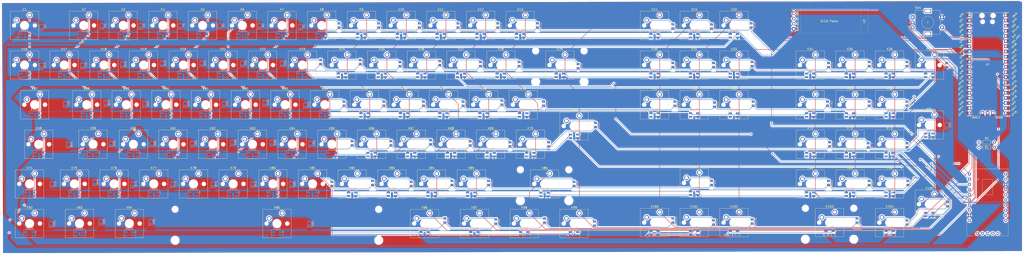
<source format=kicad_pcb>
(kicad_pcb (version 20241229) (generator "pcbnew") (generator_version "9.0")
  (layers (0 "F.Cu" signal) (2 "B.Cu" signal) (13 "F.Paste" user) (15 "B.Paste" user) (5 "F.SilkS" user "F.Silkscreen") (7 "B.SilkS" user "B.Silkscreen") (1 "F.Mask" user) (3 "B.Mask" user) (25 "Edge.Cuts" user))
  (net 0 "")
  (net 1 "Net-(D1-A)")
  (net 2 "Row_0")
  (net 3 "Net-(D2-A)")
  (net 4 "Net-(D3-A)")
  (net 5 "Net-(D4-A)")
  (net 6 "Net-(D5-A)")
  (net 7 "Net-(D6-A)")
  (net 8 "Net-(D7-A)")
  (net 9 "Net-(D8-A)")
  (net 10 "Net-(D9-A)")
  (net 11 "Net-(D10-A)")
  (net 12 "Net-(D11-A)")
  (net 13 "Net-(D12-A)")
  (net 14 "Net-(D13-A)")
  (net 15 "Net-(D14-A)")
  (net 16 "Net-(D15-A)")
  (net 17 "Net-(D16-A)")
  (net 18 "Col4")
  (net 19 "Net-(D17-A)")
  (net 20 "Net-(D18-A)")
  (net 21 "Net-(D19-A)")
  (net 22 "Net-(D20-A)")
  (net 23 "Net-(D21-A)")
  (net 24 "Net-(D22-A)")
  (net 25 "Net-(D23-A)")
  (net 26 "Net-(D24-A)")
  (net 27 "Net-(D25-A)")
  (net 28 "Net-(D26-A)")
  (net 29 "Net-(D27-A)")
  (net 30 "Net-(D28-A)")
  (net 31 "Net-(D29-A)")
  (net 32 "Net-(D30-A)")
  (net 33 "Net-(D31-A)")
  (net 34 "Net-(D32-A)")
  (net 35 "Net-(D33-A)")
  (net 36 "Net-(D34-A)")
  (net 37 "Net-(D35-A)")
  (net 38 "Net-(D36-A)")
  (net 39 "Row_2")
  (net 40 "Net-(D37-A)")
  (net 41 "Net-(D38-A)")
  (net 42 "Net-(D39-A)")
  (net 43 "Net-(D40-A)")
  (net 44 "Net-(D41-A)")
  (net 45 "Net-(D42-A)")
  (net 46 "Net-(D43-A)")
  (net 47 "Net-(D44-A)")
  (net 48 "Net-(D45-A)")
  (net 49 "Net-(D46-A)")
  (net 50 "Net-(D47-A)")
  (net 51 "Net-(D48-A)")
  (net 52 "Net-(D49-A)")
  (net 53 "Col11")
  (net 54 "Net-(D50-A)")
  (net 55 "Net-(D51-A)")
  (net 56 "Net-(D52-A)")
  (net 57 "Net-(D53-A)")
  (net 58 "Net-(D54-A)")
  (net 59 "Net-(D55-A)")
  (net 60 "Net-(D56-A)")
  (net 61 "Net-(D57-A)")
  (net 62 "Net-(D58-A)")
  (net 63 "Net-(D59-A)")
  (net 64 "Net-(D60-A)")
  (net 65 "Net-(D61-A)")
  (net 66 "Net-(D62-A)")
  (net 67 "Net-(D63-A)")
  (net 68 "Net-(D64-A)")
  (net 69 "Net-(D65-A)")
  (net 70 "Net-(D66-A)")
  (net 71 "Net-(D67-A)")
  (net 72 "Net-(D68-A)")
  (net 73 "Net-(D69-A)")
  (net 74 "Net-(D70-A)")
  (net 75 "Net-(D71-A)")
  (net 76 "Net-(D72-A)")
  (net 77 "Net-(D73-A)")
  (net 78 "Row_4")
  (net 79 "Net-(D74-A)")
  (net 80 "Net-(D75-A)")
  (net 81 "Net-(D76-A)")
  (net 82 "Net-(D77-A)")
  (net 83 "Net-(D78-A)")
  (net 84 "Net-(D79-A)")
  (net 85 "Net-(D80-A)")
  (net 86 "Net-(D81-A)")
  (net 87 "Net-(D82-A)")
  (net 88 "Net-(D83-A)")
  (net 89 "Net-(D84-A)")
  (net 90 "Net-(D85-A)")
  (net 91 "Net-(D86-A)")
  (net 92 "Net-(D87-A)")
  (net 93 "Net-(D88-A)")
  (net 94 "Net-(D89-A)")
  (net 95 "Net-(D90-A)")
  (net 96 "Net-(D91-A)")
  (net 97 "Net-(D92-A)")
  (net 98 "Row_5")
  (net 99 "Net-(D93-A)")
  (net 100 "Net-(D94-A)")
  (net 101 "Net-(D95-A)")
  (net 102 "Net-(D96-A)")
  (net 103 "Net-(D97-A)")
  (net 104 "Net-(D98-A)")
  (net 105 "Net-(D99-A)")
  (net 106 "Net-(D100-A)")
  (net 107 "Net-(D101-A)")
  (net 108 "Net-(D102-A)")
  (net 109 "Net-(D103-A)")
  (net 110 "Net-(D104-A)")
  (net 111 "Net-(D105-A)")
  (net 112 "Net-(D106-DOUT)")
  (net 113 "Net-(D106-DIN)")
  (net 114 "+5V")
  (net 115 "GND")
  (net 116 "Net-(D107-DOUT)")
  (net 117 "Net-(D108-DOUT)")
  (net 118 "Net-(D109-DOUT)")
  (net 119 "Net-(D110-DOUT)")
  (net 120 "Net-(D111-DOUT)")
  (net 121 "Net-(D112-DOUT)")
  (net 122 "Net-(D113-DOUT)")
  (net 123 "Net-(D114-DOUT)")
  (net 124 "Net-(D115-DOUT)")
  (net 125 "Net-(D116-DOUT)")
  (net 126 "Net-(D117-DOUT)")
  (net 127 "Net-(D118-DOUT)")
  (net 128 "Net-(D119-DOUT)")
  (net 129 "Net-(D120-DOUT)")
  (net 130 "Net-(D121-DOUT)")
  (net 131 "Net-(D122-DOUT)")
  (net 132 "Net-(D123-DOUT)")
  (net 133 "Net-(D124-DOUT)")
  (net 134 "Net-(D125-DOUT)")
  (net 135 "Net-(D126-DOUT)")
  (net 136 "Net-(D127-DOUT)")
  (net 137 "Net-(D128-DOUT)")
  (net 138 "Net-(D129-DOUT)")
  (net 139 "Net-(D130-DOUT)")
  (net 140 "Net-(D131-DOUT)")
  (net 142 "Net-(D133-DOUT)")
  (net 143 "Net-(D133-DIN)")
  (net 144 "Net-(D134-DOUT)")
  (net 145 "Net-(D135-DOUT)")
  (net 146 "Net-(D136-DOUT)")
  (net 147 "Net-(D137-DOUT)")
  (net 148 "Net-(D138-DOUT)")
  (net 149 "Net-(D139-DOUT)")
  (net 150 "Net-(D140-DOUT)")
  (net 151 "Net-(D141-DOUT)")
  (net 152 "Net-(D142-DOUT)")
  (net 153 "Net-(D143-DOUT)")
  (net 154 "Net-(D144-DOUT)")
  (net 155 "Net-(D145-DOUT)")
  (net 156 "Net-(D146-DOUT)")
  (net 157 "Net-(D147-DOUT)")
  (net 158 "Net-(D148-DOUT)")
  (net 159 "Net-(D149-DOUT)")
  (net 160 "Net-(D150-DOUT)")
  (net 161 "Net-(D151-DOUT)")
  (net 162 "Net-(D152-DOUT)")
  (net 163 "Net-(D153-DOUT)")
  (net 164 "Net-(D154-DOUT)")
  (net 166 "Net-(D156-DOUT)")
  (net 167 "Net-(D156-DIN)")
  (net 168 "Net-(D157-DOUT)")
  (net 169 "Net-(D158-DOUT)")
  (net 170 "Net-(D159-DOUT)")
  (net 171 "Net-(D160-DOUT)")
  (net 172 "Net-(D161-DOUT)")
  (net 173 "Net-(D162-DOUT)")
  (net 174 "Net-(D163-DOUT)")
  (net 175 "Net-(D164-DOUT)")
  (net 176 "Net-(D165-DOUT)")
  (net 177 "Net-(D166-DOUT)")
  (net 178 "Net-(D167-DOUT)")
  (net 179 "Net-(D168-DOUT)")
  (net 180 "Net-(D169-DOUT)")
  (net 181 "Net-(D170-DOUT)")
  (net 182 "Net-(D171-DOUT)")
  (net 183 "Net-(D172-DOUT)")
  (net 184 "Net-(D173-DOUT)")
  (net 185 "Net-(D174-DOUT)")
  (net 186 "Net-(D175-DOUT)")
  (net 187 "Net-(D176-DOUT)")
  (net 188 "Net-(D177-DOUT)")
  (net 189 "Net-(D178-DOUT)")
  (net 190 "Net-(D179-DOUT)")
  (net 192 "Net-(D181-DOUT)")
  (net 193 "Net-(D181-DIN)")
  (net 194 "Net-(D182-DOUT)")
  (net 195 "Net-(D183-DOUT)")
  (net 196 "Net-(D184-DOUT)")
  (net 197 "Net-(D185-DOUT)")
  (net 198 "Net-(D186-DOUT)")
  (net 199 "Net-(D187-DOUT)")
  (net 200 "Net-(D188-DOUT)")
  (net 201 "Net-(D189-DOUT)")
  (net 202 "Net-(D190-DOUT)")
  (net 203 "Net-(D191-DOUT)")
  (net 204 "Net-(D192-DOUT)")
  (net 205 "Net-(D193-DOUT)")
  (net 206 "Net-(D194-DOUT)")
  (net 207 "Net-(D195-DOUT)")
  (net 208 "Net-(D196-DOUT)")
  (net 209 "Net-(D197-DOUT)")
  (net 210 "Net-(D198-DOUT)")
  (net 211 "Net-(D199-DOUT)")
  (net 212 "Net-(D200-DOUT)")
  (net 213 "Net-(D201-DOUT)")
  (net 214 "Net-(D202-DOUT)")
  (net 216 "Net-(D204-DOUT)")
  (net 217 "Net-(D204-DIN)")
  (net 218 "Net-(D205-DOUT)")
  (net 219 "Net-(D206-DOUT)")
  (net 220 "Net-(D207-DOUT)")
  (net 221 "Net-(D208-DOUT)")
  (net 222 "Net-(D209-DOUT)")
  (net 223 "Col0")
  (net 224 "Col1")
  (net 225 "Col2")
  (net 226 "Col3")
  (net 227 "Col5")
  (net 228 "Col7")
  (net 229 "Col8")
  (net 230 "Col10")
  (net 231 "Col12")
  (net 232 "Col13")
  (net 233 "Col14")
  (net 234 "Col15")
  (net 235 "Col16")
  (net 236 "Col17")
  (net 237 "Col18")
  (net 238 "Col19")
  (net 239 "Col20")
  (net 240 "Net-(U1-GPIO21)")
  (net 241 "+3.3V")
  (net 242 "Net-(U1-GPIO20)")
  (net 243 "Net-(U1-GPIO26_ADC0)")
  (net 244 "Net-(U1-GPIO27_ADC1)")
  (net 245 "Net-(U1-GPIO28_ADC2)")
  (net 255 "unconnected-(U2-GPIO_14-Pad16)")
  (net 256 "unconnected-(U2-GPIO_15-Pad17)")
  (net 257 "Net-(U2-GPIO_7)")
  (net 259 "Net-(U2-GPIO_8)")
  (net 260 "Row_1")
  (net 261 "Col6")
  (net 262 "Col9")
  (net 263 "Row_3")
  (footprint "Button_Switch_Keyboard:SW_Cherry_MX_1.00u_PCB" (layer "F.Cu") (at 53.04 43.42)
    (property "Reference" "K39")
    (property "Value" "W")
  )
  (footprint "Raspberry Pi boards:RPi_Pico_SMD_TH" (layer "F.Cu") (at 473.61 28.65)
    (property "Reference" "U1")
    (property "Value" "Pico")
  )
  (footprint "Button_Switch_Keyboard:SW_Cherry_MX_1.00u_PCB" (layer "F.Cu") (at 332 23.92)
    (property "Reference" "K31")
    (property "Value" "Home")
  )
  (footprint "OLED-screen:SSD1306-0.91-OLED-4pin-128x32" (layer "F.Cu") (at 414.885 13.385 180)
    (property "Reference" "U3")
    (property "Value" "~")
  )
  (footprint "Button_Switch_Keyboard:SW_Cherry_MX_1.00u_PCB" (layer "F.Cu") (at 36.73 62.88)
    (property "Reference" "K59")
    (property "Value" "A")
  )
  (footprint "Button_Switch_Keyboard:SW_Cherry_MX_1.00u_PCB" (layer "F.Cu") (at 51.54 4.42)
    (property "Reference" "K3")
    (property "Value" "F2")
  )
  (footprint "Button_Switch_Keyboard:SW_Cherry_MX_1.00u_PCB" (layer "F.Cu") (at 428.04 23.92)
    (property "Reference" "K36")
    (property "Value" "*")
  )
  (footprint "Button_Switch_Keyboard:SW_Cherry_MX_1.25u_PCB" (layer "F.Cu") (at 273.04 53.92)
    (property "Reference" "K50")
    (property "Value" "Enter")
  )
  (footprint "Button_Switch_Keyboard:SW_Cherry_MX_1.00u_PCB" (layer "F.Cu") (at 408.54 43.42)
    (property "Reference" "K55")
    (property "Value" "8,↑")
  )
  (footprint "IO-expander:16-bit IO Expander" (layer "F.Cu") (at 462.18 80.1)
    (property "Reference" "U2")
    (property "Value" "STMPE1600")
  )
  (footprint "Button_Switch_Keyboard:SW_Cherry_MX_2.00u_PCB" (layer "F.Cu") (at 398.54 101.42)
    (property "Reference" "K103")
    (property "Value" "0,Ins")
  )
  (footprint "Button_Switch_Keyboard:SW_Cherry_MX_1.25u_PCB" (layer "F.Cu") (at 273.04 101.92)
    (property "Reference" "K99")
    (property "Value" "Ctrl")
  )
  (footprint "Button_Switch_Keyboard:SW_Cherry_MX_1.00u_PCB" (layer "F.Cu") (at 428.04 62.92)
    (property "Reference" "K73")
    (property "Value" "6,→")
  )
  (footprint "Button_Switch_Keyboard:SW_Cherry_MX_1.00u_PCB" (layer "F.Cu") (at 71.04 4.42)
    (property "Reference" "K4")
    (property "Value" "F3")
  )
  (footprint "Button_Switch_Keyboard:SW_Cherry_MX_2.75u_PCB" (layer "F.Cu") (at 258.54 82.42)
    (property "Reference" "K86")
    (property "Value" "Shift")
  )
  (footprint "Button_Switch_Keyboard:SW_Cherry_MX_1.00u_PCB" (layer "F.Cu") (at 159.04 23.92)
    (property "Reference" "K24")
    (property "Value" "*,8")
  )
  (footprint "Button_Switch_Keyboard:SW_Cherry_MX_1.00u_PCB" (layer "F.Cu") (at 246.54 4.42)
    (property "Reference" "K13")
    (property "Value" "F12")
  )
  (footprint "Button_Switch_Keyboard:SW_Cherry_MX_1.00u_PCB" (layer "F.Cu") (at 92.04 43.46)
    (property "Reference" "K41")
    (property "Value" "R")
  )
  (footprint "Button_Switch_Keyboard:SW_Cherry_MX_1.25u_PCB" (layer "F.Cu") (at 224.04 101.92)
    (property "Reference" "K97")
    (property "Value" "Win")
  )
  (footprint "Button_Switch_Keyboard:SW_Cherry_MX_1.00u_PCB" (layer "F.Cu") (at 173.54 62.92)
    (property "Reference" "K66")
    (property "Value" "K")
  )
  (footprint "Button_Switch_Keyboard:SW_Cherry_MX_1.00u_PCB" (layer "F.Cu") (at 183.54 82.42)
    (property "Reference" "K83")
    (property "Value" "<,,")
  )
  (footprint "Button_Switch_Keyboard:SW_Cherry_MX_1.00u_PCB" (layer "F.Cu") (at 208.85 43.42)
    (property "Reference" "K47")
    (property "Value" "P")
  )
  (footprint "Button_Switch_Keyboard:SW_Cherry_MX_1.00u_PCB" (layer "F.Cu") (at 42.04 23.92)
    (property "Reference" "K18")
    (property "Value" "\",2")
  )
  (footprint "Button_Switch_Keyboard:SW_Cherry_MX_1.00u_PCB" (layer "F.Cu") (at 90.54 4.42)
    (property "Reference" "K5")
    (property "Value" "F4")
  )
  (footprint "Button_Switch_Keyboard:SW_Cherry_MX_1.00u_PCB" (layer "F.Cu") (at 228.54 43.42)
    (property "Reference" "K48")
    (property "Value" "{,[")
  )
  (footprint "Button_Switch_Keyboard:SW_Cherry_MX_1.00u_PCB" (layer "F.Cu") (at 56.54 62.92)
    (property "Reference" "K60")
    (property "Value" "S")
  )
  (footprint "Button_Switch_Keyboard:SW_Cherry_MX_1.25u_PCB" (layer "F.Cu") (at 54.54 101.92)
    (property "Reference" "K94")
    (property "Value" "Alt")
  )
  (footprint "Button_Switch_Keyboard:SW_Cherry_MX_1.00u_PCB" (layer "F.Cu") (at 188.04 4.42)
    (property "Reference" "K10")
    (property "Value" "F9")
  )
  (footprint "Button_Switch_Keyboard:SW_Cherry_MX_1.25u_PCB" (layer "F.Cu") (at 5.54 82.42)
    (property "Reference" "K74")
    (property "Value" "Shift")
  )
  (footprint "Button_Switch_Keyboard:SW_Cherry_MX_1.00u_PCB" (layer "F.Cu") (at 168.54 4.42)
    (property "Reference" "K9")
    (property "Value" "F8")
  )
  (footprint "Button_Switch_Keyboard:SW_Cherry_MX_1.00u_PCB" (layer "F.Cu") (at 47.04 82.42)
    (property "Reference" "K76")
    (property "Value" "Z")
  )
  (footprint "Button_Switch_Keyboard:SW_Cherry_MX_1.00u_PCB" (layer "F.Cu") (at 389 43.42)
    (property "Reference" "K54")
    (property "Value" "7,Home")
  )
  (footprint "Button_Switch_Keyboard:SW_Cherry_MX_1.00u_PCB" (layer "F.Cu") (at 389.04 23.92)
    (property "Reference" "K34")
    (property "Value" "Num Lock")
  )
  (footprint "Button_Switch_Keyboard:SW_Cherry_MX_1.00u_PCB" (layer "F.Cu") (at 149.04 4.42)
    (property "Reference" "K8")
    (property "Value" "F7")
  )
  (footprint "Button_Switch_Keyboard:SW_Cherry_MX_1.00u_PCB" (layer "F.Cu") (at 212.54 62.92)
    (property "Reference" "K68")
    (property "Value" ":,;")
  )
  (footprint "Button_Switch_Keyboard:SW_Cherry_MX_1.00u_PCB" (layer "F.Cu") (at 408.54 62.92)
    (property "Reference" "K72")
    (property "Value" "5")
  )
  (footprint "Button_Switch_Keyboard:SW_Cherry_MX_1.00u_PCB" (layer "F.Cu") (at 332.04 101.42)
    (property "Reference" "K101")
    (property "Value" "↓")
  )
  (footprint "Button_Switch_Keyboard:SW_Cherry_MX_1.00u_PCB" (layer "F.Cu") (at 105.54 82.42)
    (property "Reference" "K79")
    (property "Value" "V")
  )
  (footprint "Button_Switch_Keyboard:SW_Cherry_MX_1.00u_PCB" (layer "F.Cu") (at 164.04 82.42)
    (property "Reference" "K82")
    (property "Value" "M")
  )
  (footprint "Button_Switch_Keyboard:SW_Cherry_MX_1.00u_PCB" (layer "F.Cu") (at 178.54 23.92)
    (property "Reference" "K25")
    (property "Value" "(,9")
  )
  (footprint "Button_Switch_Keyboard:SW_Cherry_MX_1.00u_PCB" (layer "F.Cu") (at 332.04 81.92)
    (property "Reference" "K87")
    (property "Value" "↑")
  )
  (footprint "Button_Switch_Keyboard:SW_Cherry_MX_1.00u_PCB" (layer "F.Cu") (at 86.04 82.42)
    (property "Reference" "K78")
    (property "Value" "C")
  )
  (footprint "Button_Switch_Keyboard:SW_Cherry_MX_1.00u_PCB" (layer "F.Cu") (at 312.54 43.42)
    (property "Reference" "K51")
    (property "Value" "Delete")
  )
  (footprint "Button_Switch_Keyboard:SW_Cherry_MX_1.25u_PCB" (layer "F.Cu") (at 248.54 101.92)
    (property "Reference" "K98")
    (property "Value" "Menu")
  )
  (footprint "Button_Switch_Keyboard:SW_Cherry_MX_1.00u_PCB" (layer "F.Cu") (at 227.12 4.42)
    (property "Reference" "K12")
    (property "Value" "F11")
  )
  (footprint "Resistor_THT:R_Axial_DIN0204_L3.6mm_D1.6mm_P7.62mm_Horizontal" (layer "F.Cu") (at 469.38 69.5)
    (property "Reference" "R1")
    (property "Value" "R")
  )
  (footprint "Button_Switch_Keyboard:SW_Cherry_MX_1.25u_PCB" (layer "F.Cu") (at 30.04 101.92)
    (property "Reference" "K93")
    (property "Value" "Win")
  )
  (footprint "Button_Switch_Keyboard:SW_Cherry_MX_1.00u_PCB" (layer "F.Cu") (at 428.04 101.42)
    (property "Reference" "K104")
    (property "Value" ".,Del")
  )
  (footprint "Button_Switch_Keyboard:SW_Cherry_MX_1.00u_PCB" (layer "F.Cu") (at 150.54 43.42)
    (property "Reference" "K44")
    (property "Value" "U")
  )
  (footprint "Button_Switch_Keyboard:SW_Cherry_MX_1.00u_PCB" (layer "F.Cu") (at 332.04 4.42)
    (property "Reference" "K15")
    (property "Value" "Scroll Lock")
  )
  (footprint "Button_Switch_Keyboard:SW_Cherry_MX_1.00u_PCB" (layer "F.Cu") (at 447.54 23.92)
    (property "Reference" "K57")
    (property "Value" "-")
  )
  (footprint "Button_Switch_Keyboard:SW_Cherry_MX_1.00u_PCB" (layer "F.Cu") (at 447.54 53.42)
    (property "Reference" "K91")
    (property "Value" "+")
  )
  (footprint "Button_Switch_Keyboard:SW_Cherry_MX_1.00u_PCB" (layer "F.Cu") (at 222.54 82.42)
    (property "Reference" "K85")
    (property "Value" "?,/")
  )
  (footprint "Button_Switch_Keyboard:SW_Cherry_MX_1.00u_PCB" (layer "F.Cu") (at 248.04 43.42)
    (property "Reference" "K49")
    (property "Value" "},]")
  )
  (footprint "Button_Switch_Keyboard:SW_Cherry_MX_1.00u_PCB" (layer "F.Cu") (at 351.54 43.46)
    (property "Reference" "K53")
    (property "Value" "PgDn")
  )
  (footprint "Button_Switch_Keyboard:SW_Cherry_MX_1.00u_PCB" (layer "F.Cu") (at 115.04 62.92)
    (property "Reference" "K63")
    (property "Value" "G")
  )
  (footprint "Button_Switch_Keyboard:SW_Cherry_MX_1.00u_PCB" (layer "F.Cu") (at 198.04 23.92)
    (property "Reference" "K26")
    (property "Value" "),0")
  )
  (footprint "Button_Switch_Keyboard:SW_Cherry_MX_1.00u_PCB" (layer "F.Cu") (at 81.04 23.92)
    (property "Reference" "K20")
    (property "Value" "$,4")
  )
  (footprint "Button_Switch_Keyboard:SW_Cherry_MX_1.00u_PCB" (layer "F.Cu") (at 100.54 23.92)
    (property "Reference" "K21")
    (property "Value" "%,5")
  )
  (footprint "Button_Switch_Keyboard:SW_Cherry_MX_1.00u_PCB" (layer "F.Cu") (at 351.54 4.42)
    (property "Reference" "K32")
    (property "Value" "Pause,Break")
  )
  (footprint "Button_Switch_Keyboard:SW_Cherry_MX_1.00u_PCB" (layer "F.Cu") (at 389.04 82.42)
    (property "Reference" "K88")
    (property "Value" "1,End")
  )
  (footprint "Button_Switch_Keyboard:SW_Cherry_MX_1.00u_PCB" (layer "F.Cu") (at 232.04 62.92)
    (property "Reference" "K69")
    (property "Value" "@,'")
  )
  (footprint "Button_Switch_Keyboard:SW_Cherry_MX_1.00u_PCB" (layer "F.Cu") (at 170.12 43.42)
    (property "Reference" "K45")
    (property "Value" "I")
  )
  (footprint "Button_Switch_Keyboard:SW_Cherry_MX_1.00u_PCB" (layer "F.Cu") (at 131.04 43.42)
    (property "Reference" "K43")
    (property "Value" "Y")
  )
  (footprint "Button_Switch_Keyboard:SW_Cherry_MX_1.25u_PCB" (layer "F.Cu") (at 5.54 101.92)
    (property "Reference" "K92")
    (property "Value" "Ctrl")
  )
  (footprint "Button_Switch_Keyboard:SW_Cherry_MX_1.00u_PCB" (layer "F.Cu") (at 129.54 4.42)
    (property "Reference" "K7")
    (property "Value" "F6")
  )
  (footprint "Button_Switch_Keyboard:SW_Cherry_MX_1.00u_PCB" (layer "F.Cu") (at 389.04 62.92)
    (property "Reference" "K71")
    (property "Value" "4,←")
  )
  (footprint "Button_Switch_Keyboard:SW_Cherry_MX_1.00u_PCB" (layer "F.Cu") (at 110.04 4.42)
    (property "Reference" "K6")
    (property "Value" "F5")
  )
  (footprint "Button_Switch_Keyboard:SW_Cherry_MX_1.00u_PCB" (layer "F.Cu") (at 447.54 92.42)
    (property "Reference" "K105")
    (property "Value" "Enter")
  )
  (footprint "Button_Switch_Keyboard:SW_Cherry_MX_1.00u_PCB" (layer "F.Cu") (at 408.54 82.42)
    (property "Reference" "K89")
    (property "Value" "2,↓")
  )
  (footprint "Button_Switch_Keyboard:SW_Cherry_MX_1.00u_PCB" (layer "F.Cu") (at 351.54 23.92)
    (property "Reference" "K33")
    (property "Value" "PgUp")
  )
  (footprint "Button_Switch_Keyboard:SW_Cherry_MX_1.00u_PCB" (layer "F.Cu") (at 408.54 23.92)
    (property "Reference" "K35")
    (property "Value" "/")
  )
  (footprint "Button_Switch_Keyboard:SW_Cherry_MX_1.00u_PCB" (layer "F.Cu") (at 95.54 62.92)
    (property "Reference" "K62")
    (property "Value" "F")
  )
  (footprint "Button_Switch_Keyboard:SW_Cherry_MX_1.00u_PCB" (layer "F.Cu") (at 203.04 82.42)
    (property "Reference" "K84")
    (property "Value" ">,.")
  )
  (footprint "Button_Switch_Keyboard:SW_Cherry_MX_1.00u_PCB" (layer "F.Cu") (at 72.54 43.42)
    (property "Reference" "K40")
    (property "Value" "E")
  )
  (footprint "Button_Switch_Keyboard:SW_Cherry_MX_1.00u_PCB" (layer "F.Cu") (at 3.04 23.92)
    (property "Reference" "K16")
    (property "Value" "¬,`")
  )
  (footprint "Button_Switch_Keyboard:SW_Cherry_MX_6.25u_PCB" (layer "F.Cu") (at 127.04 101.92)
    (property "Reference" "K95")
    (property "Value" "Blank")
  )
  (footprint "Button_Switch_Keyboard:SW_Cherry_MX_1.00u_PCB" (layer "F.Cu") (at 217.5 23.92)
    (property "Reference" "K27")
    (property "Value" "_,-")
  )
  (footprint "Rotary-Encoder-footprint:RotaryEncoder_Alps_EC11E-Switch_Vertical_H20mm" (layer "F.Cu") (at 436.75 5.5)
    (property "Reference" "SW1")
    (property "Value" "RotaryEncoder_Switch")
  )
  (footprint "Button_Switch_Keyboard:SW_Cherry_MX_1.00u_PCB" (layer "F.Cu") (at 33.62 43.42)
    (property "Reference" "K38")
    (property "Value" "Q")
  )
  (footprint "Button_Switch_Keyboard:SW_Cherry_MX_1.25u_PCB" (layer "F.Cu") (at 199.54 101.92)
    (property "Reference" "K96")
    (property "Value" "AltGr")
  )
  (footprint "Button_Switch_Keyboard:SW_Cherry_MX_1.00u_PCB" (layer "F.Cu") (at 120.04 23.92)
    (property "Reference" "K22")
    (property "Value" "^,6")
  )
  (footprint "Button_Switch_Keyboard:SW_Cherry_MX_1.00u_PCB" (layer "F.Cu") (at 27.54 82.42)
    (property "Reference" "K75")
    (property "Value" "|,\\")
  )
  (footprint "Button_Switch_Keyboard:SW_Cherry_MX_1.75u_PCB" (layer "F.Cu") (at 10.04 62.92)
    (property "Reference" "K58")
    (property "Value" "Caps Lock")
  )
  (footprint "Button_Switch_Keyboard:SW_Cherry_MX_1.00u_PCB" (layer "F.Cu") (at 139.54 23.92)
    (property "Reference" "K23")
    (property "Value" "&,7")
  )
  (footprint "Button_Switch_Keyboard:SW_Cherry_MX_1.00u_PCB" (layer "F.Cu") (at 111.54 43.42)
    (property "Reference" "K42")
    (property "Value" "T")
  )
  (footprint "Button_Switch_Keyboard:SW_Cherry_MX_1.00u_PCB" (layer "F.Cu") (at 428.04 43.42)
    (property "Reference" "K56")
    (property "Value" "9,PgUp")
  )
  (footprint "Button_Switch_Keyboard:SW_Cherry_MX_1.00u_PCB" (layer "F.Cu") (at 3.04 4.42)
    (property "Reference" "K1")
    (property "Value" "Esc")
  )
  (footprint "Button_Switch_Keyboard:SW_Cherry_MX_1.00u_PCB" (layer "F.Cu") (at 134.54 62.92)
    (property "Reference" "K64")
    (property "Value" "H")
  )
  (footprint "Button_Switch_Keyboard:SW_Cherry_MX_1.00u_PCB" (layer "F.Cu") (at 125.04 82.42)
    (property "Reference" "K80")
    (property "Value" "B")
  )
  (footprint "Button_Switch_Keyboard:SW_Cherry_MX_1.00u_PCB" (layer "F.Cu") (at 193.04 62.92)
    (property "Reference" "K67")
    (property "Value" "L")
  )
  (footprint "Button_Switch_Keyboard:SW_Cherry_MX_1.00u_PCB" (layer "F.Cu") (at 32.12 4.42)
    (property "Reference" "K2")
    (property "Value" "F1")
  )
  (footprint "Button_Switch_Keyboard:SW_Cherry_MX_1.00u_PCB" (layer "F.Cu") (at 351.54 101.42)
    (property "Reference" "K102")
    (property "Value" "→")
  )
  (footprint "Button_Switch_Keyboard:SW_Cherry_MX_1.00u_PCB" (layer "F.Cu") (at 312.54 101.42)
    (property "Reference" "K100")
    (property "Value" "←")
  )
  (footprint "Button_Switch_Keyboard:SW_Cherry_MX_1.00u_PCB" (layer "F.Cu") (at 66.54 82.42)
    (property "Reference" "K77")
    (property "Value" "X")
  )
  (footprint "Button_Switch_Keyboard:SW_Cherry_MX_1.00u_PCB" (layer "F.Cu") (at 76.04 62.92)
    (property "Reference" "K61")
    (property "Value" "D")
  )
  (footprint "Button_Switch_Keyboard:SW_Cherry_MX_1.00u_PCB" (layer "F.Cu") (at 251.54 62.92)
    (property "Reference" "K70")
    (property "Value" "~~,#")
  )
  (footprint "Button_Switch_Keyboard:SW_Cherry_MX_1.00u_PCB" (layer "F.Cu") (at 61.54 23.92)
    (property "Reference" "K19")
    (property "Value" "£,3")
  )
  (footprint "Resistor_THT:R_Axial_DIN0204_L3.6mm_D1.6mm_P7.62mm_Horizontal" (layer "F.Cu") (at 469.38 67)
    (property "Reference" "R2")
    (property "Value" "R")
  )
  (footprint "Button_Switch_Keyboard:SW_Cherry_MX_1.00u_PCB" (layer "F.Cu") (at 154.04 62.92)
    (property "Reference" "K65")
    (property "Value" "J")
  )
  (footprint "Button_Switch_Keyboard:SW_Cherry_MX_1.00u_PCB" (layer "F.Cu") (at 428.04 82.42)
    (property "Reference" "K90")
    (property "Value" "3,PgDn")
  )
  (footprint "Button_Switch_Keyboard:SW_Cherry_MX_1.00u_PCB" (layer "F.Cu") (at 189.54 43.42)
    (property "Reference" "K46")
    (property "Value" "O")
  )
  (footprint "Button_Switch_Keyboard:SW_Cherry_MX_1.00u_PCB" (layer "F.Cu") (at 312.54 23.92)
    (property "Reference" "K30")
    (property "Value" "Insert")
  )
  (footprint "Button_Switch_Keyboard:SW_Cherry_MX_1.00u_PCB" (layer "F.Cu") (at 332.04 43.42)
    (property "Reference" "K52")
    (property "Value" "End")
  )
  (footprint "Button_Switch_Keyboard:SW_Cherry_MX_1.00u_PCB" (layer "F.Cu") (at 207.54 4.42)
    (property "Reference" "K11")
    (property "Value" "F10")
  )
  (footprint "Button_Switch_Keyboard:SW_Cherry_MX_1.00u_PCB" (layer "F.Cu") (at 144.54 82.42)
    (property "Reference" "K81")
    (property "Value" "N")
  )
  (footprint "Button_Switch_Keyboard:SW_Cherry_MX_2.00u_PCB" (layer "F.Cu") (at 266.04 23.92)
    (property "Reference" "K29")
    (property "Value" "Backspace")
  )
  (footprint "Button_Switch_Keyboard:SW_Cherry_MX_1.00u_PCB" (layer "F.Cu") (at 237.04 23.92)
    (property "Reference" "K28")
    (property "Value" "+,=")
  )
  (footprint "Button_Switch_Keyboard:SW_Cherry_MX_1.50u_PCB" (layer "F.Cu") (at 8.04 43.42)
    (property "Reference" "K37")
    (property "Value" "Tab")
  )
  (footprint "Button_Switch_Keyboard:SW_Cherry_MX_1.00u_PCB" (layer "F.Cu") (at 312.54 4.42)
    (property "Reference" "K14")
    (property "Value" "PrtSc")
  )
  (footprint "Button_Switch_Keyboard:SW_Cherry_MX_1.00u_PCB" (layer "F.Cu") (at 22.54 23.92)
    (property "Reference" "K17")
    (property "Value" "!,1")
  )
  (footprint "LED_SMD:LED_SK6812MINI_PLCC4_3.5x3.5mm_P1.75mm" (layer "B.Cu") (at 234.5 34.08 180)
    (property "Reference" "D134")
    (property "Value" "SK6812MINI")
  )
  (footprint "Diode_SMD:D_0805_2012Metric_Pad1.15x1.40mm_HandSolder" (layer "B.Cu") (at 396 67.975 90)
    (property "Reference" "D71")
    (property "Value" "D")
  )
  (footprint "Diode_SMD:D_0805_2012Metric_Pad1.15x1.40mm_HandSolder" (layer "B.Cu") (at 151.5 87.475 90)
    (property "Reference" "D81")
    (property "Value" "D")
  )
  (footprint "LED_SMD:LED_SK6812MINI_PLCC4_3.5x3.5mm_P1.75mm" (layer "B.Cu") (at 310 111.58 180)
    (property "Reference" "D202")
    (property "Value" "SK6812MINI")
  )
  (footprint "LED_SMD:LED_SK6812MINI_PLCC4_3.5x3.5mm_P1.75mm" (layer "B.Cu") (at 88 14.58 180)
    (property "Reference" "D110")
    (property "Value" "SK6812MINI")
  )
  (footprint "LED_SMD:LED_SK6812MINI_PLCC4_3.5x3.5mm_P1.75mm" (layer "B.Cu") (at 349 34.08 180)
    (property "Reference" "D138")
    (property "Value" "SK6812MINI")
  )
  (footprint "Diode_SMD:D_0805_2012Metric_Pad1.15x1.40mm_HandSolder" (layer "B.Cu") (at 434.5 87 90)
    (property "Reference" "D90")
    (property "Value" "D")
  )
  (footprint "LED_SMD:LED_SK6812MINI_PLCC4_3.5x3.5mm_P1.75mm" (layer "B.Cu") (at 349 53.62 180)
    (property "Reference" "D159")
    (property "Value" "SK6812MINI")
  )
  (footprint "Diode_SMD:D_0805_2012Metric_Pad1.15x1.40mm_HandSolder" (layer "B.Cu") (at 213.5 9.5 90)
    (property "Reference" "D11")
    (property "Value" "D")
  )
  (footprint "LED_SMD:LED_SK6812MINI_PLCC4_3.5x3.5mm_P1.75mm" (layer "B.Cu") (at 406 34.08 180)
    (property "Reference" "D140")
    (property "Value" "SK6812MINI")
  )
  (footprint "Diode_SMD:D_0805_2012Metric_Pad1.15x1.40mm_HandSolder" (layer "B.Cu") (at 338 87 90)
    (property "Reference" "D87")
    (property "Value" "D")
  )
  (footprint "Diode_SMD:D_0805_2012Metric_Pad1.15x1.40mm_HandSolder" (layer "B.Cu") (at 395.5 28.975 90)
    (property "Reference" "D34")
    (property "Value" "D")
  )
  (footprint "LED_SMD:LED_SK6812MINI_PLCC4_3.5x3.5mm_P1.75mm" (layer "B.Cu") (at 50.5 53.58 180)
    (property "Reference" "D145")
    (property "Value" "SK6812MINI")
  )
  (footprint "LED_SMD:LED_SK6812MINI_PLCC4_3.5x3.5mm_P1.75mm" (layer "B.Cu") (at 229.5 73.08 180)
    (property "Reference" "D175")
    (property "Value" "SK6812MINI")
  )
  (footprint "LED_SMD:LED_SK6812MINI_PLCC4_3.5x3.5mm_P1.75mm" (layer "B.Cu") (at 210 73.08 180)
    (property "Reference" "D174")
    (property "Value" "SK6812MINI")
  )
  (footprint "LED_SMD:LED_SK6812MINI_PLCC4_3.5x3.5mm_P1.75mm" (layer "B.Cu") (at 49.25 14.705 180)
    (property "Reference" "D108")
    (property "Value" "SK6812MINI")
  )
  (footprint "LED_SMD:LED_SK6812MINI_PLCC4_3.5x3.5mm_P1.75mm" (layer "B.Cu") (at 83.5 92.58 180)
    (property "Reference" "D185")
    (property "Value" "SK6812MINI")
  )
  (footprint "LED_SMD:LED_SK6812MINI_PLCC4_3.5x3.5mm_P1.75mm" (layer "B.Cu") (at 200.5 92.58 180)
    (property "Reference" "D191")
    (property "Value" "SK6812MINI")
  )
  (footprint "LED_SMD:LED_SK6812MINI_PLCC4_3.5x3.5mm_P1.75mm" (layer "B.Cu") (at 185.5 14.58 180)
    (property "Reference" "D115")
    (property "Value" "SK6812MINI")
  )
  (footprint "LED_SMD:LED_SK6812MINI_PLCC4_3.5x3.5mm_P1.75mm" (layer "B.Cu") (at 107.5 14.58 180)
    (property "Reference" "D111")
    (property "Value" "SK6812MINI")
  )
  (footprint "LED_SMD:LED_SK6812MINI_PLCC4_3.5x3.5mm_P1.75mm" (layer "B.Cu") (at 270.5 112.08 180)
    (property "Reference" "D203")
    (property "Value" "SK6812MINI")
  )
  (footprint "LED_SMD:LED_SK6812MINI_PLCC4_3.5x3.5mm_P1.75mm" (layer "B.Cu") (at 31.08 53.58 180)
    (property "Reference" "D144")
    (property "Value" "SK6812MINI")
  )
  (footprint "LED_SMD:LED_SK6812MINI_PLCC4_3.5x3.5mm_P1.75mm" (layer "B.Cu") (at 396 111.58 180)
    (property "Reference" "D199")
    (property "Value" "SK6812MINI")
  )
  (footprint "LED_SMD:LED_SK6812MINI_PLCC4_3.5x3.5mm_P1.75mm" (layer "B.Cu") (at 0.5 34.08 180)
    (property "Reference" "D122")
    (property "Value" "SK6812MINI")
  )
  (footprint "LED_SMD:LED_SK6812MINI_PLCC4_3.5x3.5mm_P1.75mm" (layer "B.Cu") (at 68.5 14.58 180)
    (property "Reference" "D109")
    (property "Value" "SK6812MINI")
  )
  (footprint "Diode_SMD:D_0805_2012Metric_Pad1.15x1.40mm_HandSolder" (layer "B.Cu") (at 38 105.975 90)
    (property "Reference" "D93")
    (property "Value" "D")
  )
  (footprint "LED_SMD:LED_SK6812MINI_PLCC4_3.5x3.5mm_P1.75mm" (layer "B.Cu") (at 270.5 64.08 180)
    (property "Reference" "D156")
    (property "Value" "SK6812MINI")
  )
  (footprint "LED_SMD:LED_SK6812MINI_PLCC4_3.5x3.5mm_P1.75mm" (layer "B.Cu") (at 7.5 73.08 180)
    (property "Reference" "D164")
    (property "Value" "SK6812MINI")
  )
  (footprint "Diode_SMD:D_0805_2012Metric_Pad1.15x1.40mm_HandSolder" (layer "B.Cu") (at 339 29 90)
    (property "Reference" "D31")
    (property "Value" "D")
  )
  (footprint "LED_SMD:LED_SK6812MINI_PLCC4_3.5x3.5mm_P1.75mm" (layer "B.Cu") (at 205 14.58 180)
    (property "Reference" "D116")
    (property "Value" "SK6812MINI")
  )
  (footprint "Diode_SMD:D_0805_2012Metric_Pad1.15x1.40mm_HandSolder" (layer "B.Cu") (at 196.5 47.975 90)
    (property "Reference" "D46")
    (property "Value" "D")
  )
  (footprint "LED_SMD:LED_SK6812MINI_PLCC4_3.5x3.5mm_P1.75mm" (layer "B.Cu") (at 206.31 53.58 180)
    (property "Reference" "D153")
    (property "Value" "SK6812MINI")
  )
  (footprint "LED_SMD:LED_SK6812MINI_PLCC4_3.5x3.5mm_P1.75mm" (layer "B.Cu") (at 112.5 73.08 180)
    (property "Reference" "D169")
    (property "Value" "SK6812MINI")
  )
  (footprint "Diode_SMD:D_0805_2012Metric_Pad1.15x1.40mm_HandSolder" (layer "B.Cu") (at 319 28.975 90)
    (property "Reference" "D30")
    (property "Value" "D")
  )
  (footprint "LED_SMD:LED_SK6812MINI_PLCC4_3.5x3.5mm_P1.75mm" (layer "B.Cu") (at 5.5 53.58 180)
    (property "Reference" "D143")
    (property "Value" "SK6812MINI")
  )
  (footprint "Diode_SMD:D_0805_2012Metric_Pad1.15x1.40mm_HandSolder" (layer "B.Cu") (at 252.5 9.475 90)
    (property "Reference" "D13")
    (property "Value" "D")
  )
  (footprint "LED_SMD:LED_SK6812MINI_PLCC4_3.5x3.5mm_P1.75mm" (layer "B.Cu") (at 54 73.08 180)
    (property "Reference" "D166")
    (property "Value" "SK6812MINI")
  )
  (footprint "LED_SMD:LED_SK6812MINI_PLCC4_3.5x3.5mm_P1.75mm" (layer "B.Cu") (at 73.5 73.08 180)
    (property "Reference" "D167")
    (property "Value" "SK6812MINI")
  )
  (footprint "Diode_SMD:D_0805_2012Metric_Pad1.15x1.40mm_HandSolder" (layer "B.Cu") (at 180.5 67.475 90)
    (property "Reference" "D66")
    (property "Value" "D")
  )
  (footprint "Diode_SMD:D_0805_2012Metric_Pad1.15x1.40mm_HandSolder" (layer "B.Cu") (at 112.5 87.475 90)
    (property "Reference" "D79")
    (property "Value" "D")
  )
  (footprint "Diode_SMD:D_0805_2012Metric_Pad1.15x1.40mm_HandSolder" (layer "B.Cu") (at 118.5 47.475 90)
    (property "Reference" "D42")
    (property "Value" "D")
  )
  (footprint "Diode_SMD:D_0805_2012Metric_Pad1.15x1.40mm_HandSolder" (layer "B.Cu") (at 210.5 87 90)
    (property "Reference" "D84")
    (property "Value" "D")
  )
  (footprint "Diode_SMD:D_0805_2012Metric_Pad1.15x1.40mm_HandSolder" (layer "B.Cu") (at 339.5 48.475 90)
    (property "Reference" "D52")
    (property "Value" "D")
  )
  (footprint "Diode_SMD:D_0805_2012Metric_Pad1.15x1.40mm_HandSolder" (layer "B.Cu") (at 194.5 9.5 90)
    (property "Reference" "D10")
    (property "Value" "D")
  )
  (footprint "Diode_SMD:D_0805_2012Metric_Pad1.15x1.40mm_HandSolder" (layer "B.Cu") (at 272.5 29.525 90)
    (property "Reference" "D29")
    (property "Value" "D")
  )
  (footprint "LED_SMD:LED_SK6812MINI_PLCC4_3.5x3.5mm_P1.75mm" (layer "B.Cu") (at 27.5 112.08 180)
    (property "Reference" "D205")
    (property "Value" "SK6812MINI")
  )
  (footprint "Diode_SMD:D_0805_2012Metric_Pad1.15x1.40mm_HandSolder" (layer "B.Cu") (at 239 68 90)
    (property "Reference" "D69")
    (property "Value" "D")
  )
  (footprint "Diode_SMD:D_0805_2012Metric_Pad1.15x1.40mm_HandSolder" (layer "B.Cu") (at 14 87.475 90)
    (property "Reference" "D74")
    (property "Value" "D")
  )
  (footprint "Diode_SMD:D_0805_2012Metric_Pad1.15x1.40mm_HandSolder" (layer "B.Cu") (at 157.5 47.975 90)
    (property "Reference" "D44")
    (property "Value" "D")
  )
  (footprint "LED_SMD:LED_SK6812MINI_PLCC4_3.5x3.5mm_P1.75mm" (layer "B.Cu") (at 151.5 73.08 180)
    (property "Reference" "D171")
    (property "Value" "SK6812MINI")
  )
  (footprint "Diode_SMD:D_0805_2012Metric_Pad1.15x1.40mm_HandSolder" (layer "B.Cu") (at 255.5 47.975 90)
    (property "Reference" "D49")
    (property "Value" "D")
  )
  (footprint "LED_SMD:LED_SK6812MINI_PLCC4_3.5x3.5mm_P1.75mm" (layer "B.Cu") (at 117.5 34.08 180)
    (property "Reference" "D128")
    (property "Value" "SK6812MINI")
  )
  (footprint "Diode_SMD:D_0805_2012Metric_Pad1.15x1.40mm_HandSolder" (layer "B.Cu") (at 395.5 87 90)
    (property "Reference" "D88")
    (property "Value" "D")
  )
  (footprint "Diode_SMD:D_0805_2012Metric_Pad1.15x1.40mm_HandSolder" (layer "B.Cu") (at 68 27.975 90)
    (property "Reference" "D19")
    (property "Value" "D")
  )
  (footprint "LED_SMD:LED_SK6812MINI_PLCC4_3.5x3.5mm_P1.75mm" (layer "B.Cu") (at 93 73.08 180)
    (property "Reference" "D168")
    (property "Value" "SK6812MINI")
  )
  (footprint "Diode_SMD:D_0805_2012Metric_Pad1.15x1.40mm_HandSolder" (layer "B.Cu") (at 219.5 67.525 90)
    (property "Reference" "D68")
    (property "Value" "D")
  )
  (footprint "LED_SMD:LED_SK6812MINI_PLCC4_3.5x3.5mm_P1.75mm" (layer "B.Cu") (at 64 92.58 180)
    (property "Reference" "D184")
    (property "Value" "SK6812MINI")
  )
  (footprint "Diode_SMD:D_0805_2012Metric_Pad1.15x1.40mm_HandSolder" (layer "B.Cu") (at 40.5 47.5 90)
    (property "Reference" "D38")
    (property "Value" "D")
  )
  (footprint "Diode_SMD:D_0805_2012Metric_Pad1.15x1.40mm_HandSolder" (layer "B.Cu") (at 258 68 90)
    (property "Reference" "D70")
    (property "Value" "D")
  )
  (footprint "LED_SMD:LED_SK6812MINI_PLCC4_3.5x3.5mm_P1.75mm" (layer "B.Cu") (at 329.5 14.58 180)
    (property "Reference" "D120")
    (property "Value" "SK6812MINI")
  )
  (footprint "Diode_SMD:D_0805_2012Metric_Pad1.15x1.40mm_HandSolder" (layer "B.Cu") (at 79.5 48 90)
    (property "Reference" "D40")
    (property "Value" "D")
  )
  (footprint "Diode_SMD:D_0805_2012Metric_Pad1.15x1.40mm_HandSolder" (layer "B.Cu") (at 434 68.475 90)
    (property "Reference" "D73")
    (property "Value" "D")
  )
  (footprint "Diode_SMD:D_0805_2012Metric_Pad1.15x1.40mm_HandSolder" (layer "B.Cu") (at 224.5 28.475 90)
    (property "Reference" "D27")
    (property "Value" "D")
  )
  (footprint "Diode_SMD:D_0805_2012Metric_Pad1.15x1.40mm_HandSolder" (layer "B.Cu") (at 165.5 27.5 90)
    (property "Reference" "D24")
    (property "Value" "D")
  )
  (footprint "LED_SMD:LED_SK6812MINI_PLCC4_3.5x3.5mm_P1.75mm" (layer "B.Cu") (at 349 111.58 180)
    (property "Reference" "D200")
    (property "Value" "SK6812MINI")
  )
  (footprint "Diode_SMD:D_0805_2012Metric_Pad1.15x1.40mm_HandSolder" (layer "B.Cu") (at 155 9.5 90)
    (property "Reference" "D8")
    (property "Value" "D")
  )
  (footprint "LED_SMD:LED_SK6812MINI_PLCC4_3.5x3.5mm_P1.75mm" (layer "B.Cu") (at 20 34.08 180)
    (property "Reference" "D123")
    (property "Value" "SK6812MINI")
  )
  (footprint "LED_SMD:LED_SK6812MINI_PLCC4_3.5x3.5mm_P1.75mm" (layer "B.Cu") (at 98 34.08 180)
    (property "Reference" "D127")
    (property "Value" "SK6812MINI")
  )
  (footprint "LED_SMD:LED_SK6812MINI_PLCC4_3.5x3.5mm_P1.75mm" (layer "B.Cu") (at 425.5 111.58 180)
    (property "Reference" "D198")
    (property "Value" "SK6812MINI")
  )
  (footprint "LED_SMD:LED_SK6812MINI_PLCC4_3.5x3.5mm_P1.75mm" (layer "B.Cu") (at 0.5 14.58 180)
    (property "Reference" "D106")
    (property "Value" "SK6812MINI")
  )
  (footprint "LED_SMD:LED_SK6812MINI_PLCC4_3.5x3.5mm_P1.75mm" (layer "B.Cu") (at 103 92.58 180)
    (property "Reference" "D186")
    (property "Value" "SK6812MINI")
  )
  (footprint "Diode_SMD:D_0805_2012Metric_Pad1.15x1.40mm_HandSolder" (layer "B.Cu") (at 358 105.975 90)
    (property "Reference" "D102")
    (property "Value" "D")
  )
  (footprint "Diode_SMD:D_0805_2012Metric_Pad1.15x1.40mm_HandSolder" (layer "B.Cu") (at 171.5 86.975 90)
    (property "Reference" "D82")
    (property "Value" "D")
  )
  (footprint "Diode_SMD:D_0805_2012Metric_Pad1.15x1.40mm_HandSolder" (layer "B.Cu") (at 200 66.975 90)
    (property "Reference" "D67")
    (property "Value" "D")
  )
  (footprint "LED_SMD:LED_SK6812MINI_PLCC4_3.5x3.5mm_P1.75mm" (layer "B.Cu") (at 176 34.08 180)
    (property "Reference" "D131")
    (property "Value" "SK6812MINI")
  )
  (footprint "Diode_SMD:D_0805_2012Metric_Pad1.15x1.40mm_HandSolder" (layer "B.Cu") (at 93 87.475 90)
    (property "Reference" "D78")
    (property "Value" "D")
  )
  (footprint "LED_SMD:LED_SK6812MINI_PLCC4_3.5x3.5mm_P1.75mm" (layer "B.Cu") (at 386.5 92.58 180)
    (property "Reference" "D195")
    (property "Value" "SK6812MINI")
  )
  (footprint "LED_SMD:LED_SK6812MINI_PLCC4_3.5x3.5mm_P1.75mm" (layer "B.Cu") (at 425.5 34.08 180)
    (property "Reference" "D141")
    (property "Value" "SK6812MINI")
  )
  (footprint "LED_SMD:LED_SK6812MINI_PLCC4_3.5x3.5mm_P1.75mm" (layer "B.Cu") (at 137 34.08 180)
    (property "Reference" "D129")
    (property "Value" "SK6812MINI")
  )
  (footprint "LED_SMD:LED_SK6812MINI_PLCC4_3.5x3.5mm_P1.75mm" (layer "B.Cu") (at 166 14.58 180)
    (property "Reference" "D114")
    (property "Value" "SK6812MINI")
  )
  (footprint "Diode_SMD:D_0805_2012Metric_Pad1.15x1.40mm_HandSolder" (layer "B.Cu") (at 409.5 105.475 90)
    (property "Reference" "D103")
    (property "Value" "D")
  )
  (footprint "Diode_SMD:D_0805_2012Metric_Pad1.15x1.40mm_HandSolder" (layer "B.Cu") (at 48.5 28.475 90)
    (property "Reference" "D18")
    (property "Value" "D")
  )
  (footprint "LED_SMD:LED_SK6812MINI_PLCC4_3.5x3.5mm_P1.75mm" (layer "B.Cu") (at 263.5 34.08 180)
    (property "Reference" "D135")
    (property "Value" "SK6812MINI")
  )
  (footprint "LED_SMD:LED_SK6812MINI_PLCC4_3.5x3.5mm_P1.75mm" (layer "B.Cu") (at 310 53.58 180)
    (property "Reference" "D157")
    (property "Value" "SK6812MINI")
  )
  (footprint "Diode_SMD:D_0805_2012Metric_Pad1.15x1.40mm_HandSolder" (layer "B.Cu") (at 98.5 47.975 90)
    (property "Reference" "D41")
    (property "Value" "D")
  )
  (footprint "LED_SMD:LED_SK6812MINI_PLCC4_3.5x3.5mm_P1.75mm" (layer "B.Cu") (at 244 14.58 180)
    (property "Reference" "D118")
    (property "Value" "SK6812MINI")
  )
  (footprint "Diode_SMD:D_0805_2012Metric_Pad1.15x1.40mm_HandSolder" (layer "B.Cu") (at 22 67.975 90)
    (property "Reference" "D58")
    (property "Value" "D")
  )
  (footprint "LED_SMD:LED_SK6812MINI_PLCC4_3.5x3.5mm_P1.75mm" (layer "B.Cu") (at 406 73.08 180)
    (property "Reference" "D178")
    (property "Value" "SK6812MINI")
  )
  (footprint "LED_SMD:LED_SK6812MINI_PLCC4_3.5x3.5mm_P1.75mm" (layer "B.Cu") (at 329.46 34.08 180)
    (property "Reference" "D137")
    (property "Value" "SK6812MINI")
  )
  (footprint "Diode_SMD:D_0805_2012Metric_Pad1.15x1.40mm_HandSolder" (layer "B.Cu") (at 232 106 90)
    (property "Reference" "D97")
    (property "Value" "D")
  )
  (footprint "LED_SMD:LED_SK6812MINI_PLCC4_3.5x3.5mm_P1.75mm" (layer "B.Cu") (at 70 53.58 180)
    (property "Reference" "D146")
    (property "Value" "SK6812MINI")
  )
  (footprint "Diode_SMD:D_0805_2012Metric_Pad1.15x1.40mm_HandSolder" (layer "B.Cu") (at 96.5 9.475 90)
    (property "Reference" "D5")
    (property "Value" "D")
  )
  (footprint "LED_SMD:LED_SK6812MINI_PLCC4_3.5x3.5mm_P1.75mm" (layer "B.Cu") (at 128.5 53.58 180)
    (property "Reference" "D149")
    (property "Value" "SK6812MINI")
  )
  (footprint "Diode_SMD:D_0805_2012Metric_Pad1.15x1.40mm_HandSolder" (layer "B.Cu") (at 454 97.475 90)
    (property "Reference" "D105")
    (property "Value" "D")
  )
  (footprint "LED_SMD:LED_SK6812MINI_PLCC4_3.5x3.5mm_P1.75mm" (layer "B.Cu") (at 256 92.705 180)
    (property "Reference" "D193")
    (property "Value" "SK6812MINI")
  )
  (footprint "LED_SMD:LED_SK6812MINI_PLCC4_3.5x3.5mm_P1.75mm" (layer "B.Cu") (at 425.5 92.58 180)
    (property "Reference" "D197")
    (property "Value" "SK6812MINI")
  )
  (footprint "LED_SMD:LED_SK6812MINI_PLCC4_3.5x3.5mm_P1.75mm" (layer "B.Cu") (at 221.5 112.08 180)
    (property "Reference" "D209")
    (property "Value" "SK6812MINI")
  )
  (footprint "Diode_SMD:D_0805_2012Metric_Pad1.15x1.40mm_HandSolder" (layer "B.Cu") (at 63 67.475 90)
    (property "Reference" "D60")
    (property "Value" "D")
  )
  (footprint "Diode_SMD:D_0805_2012Metric_Pad1.15x1.40mm_HandSolder" (layer "B.Cu") (at 9 10 90)
    (property "Reference" "D1")
    (property "Value" "D")
  )
  (footprint "LED_SMD:LED_SK6812MINI_PLCC4_3.5x3.5mm_P1.75mm" (layer "B.Cu") (at 44.5 92.58 180)
    (property "Reference" "D183")
    (property "Value" "SK6812MINI")
  )
  (footprint "Diode_SMD:D_0805_2012Metric_Pad1.15x1.40mm_HandSolder" (layer "B.Cu") (at 415.5 47.975 90)
    (property "Reference" "D55")
    (property "Value" "D")
  )
  (footprint "Diode_SMD:D_0805_2012Metric_Pad1.15x1.40mm_HandSolder" (layer "B.Cu") (at 29 29 90)
    (property "Reference" "D17")
    (property "Value" "D")
  )
  (footprint "Diode_SMD:D_0805_2012Metric_Pad1.15x1.40mm_HandSolder" (layer "B.Cu") (at 77 9.475 90)
    (property "Reference" "D4")
    (property "Value" "D")
  )
  (footprint "LED_SMD:LED_SK6812MINI_PLCC4_3.5x3.5mm_P1.75mm" (layer "B.Cu") (at 167.58 53.58 180)
    (property "Reference" "D151")
    (property "Value" "SK6812MINI")
  )
  (footprint "Diode_SMD:D_0805_2012Metric_Pad1.15x1.40mm_HandSolder" (layer "B.Cu") (at 138.5 48.475 90)
    (property "Reference" "D43")
    (property "Value" "D")
  )
  (footprint "Diode_SMD:D_0805_2012Metric_Pad1.15x1.40mm_HandSolder" (layer "B.Cu") (at 256 105.525 90)
    (property "Reference" "D98")
    (property "Value" "D")
  )
  (footprint "LED_SMD:LED_SK6812MINI_PLCC4_3.5x3.5mm_P1.75mm" (layer "B.Cu") (at 310 14.58 180)
    (property "Reference" "D119")
    (property "Value" "SK6812MINI")
  )
  (footprint "Diode_SMD:D_0805_2012Metric_Pad1.15x1.40mm_HandSolder" (layer "B.Cu") (at 358 28.475 90)
    (property "Reference" "D33")
    (property "Value" "D")
  )
  (footprint "LED_SMD:LED_SK6812MINI_PLCC4_3.5x3.5mm_P1.75mm" (layer "B.Cu") (at 29.5 14.58 180)
    (property "Reference" "D107")
    (property "Value" "SK6812MINI")
  )
  (footprint "Diode_SMD:D_0805_2012Metric_Pad1.15x1.40mm_HandSolder" (layer "B.Cu") (at 434 106.5 90)
    (property "Reference" "D104")
    (property "Value" "D")
  )
  (footprint "LED_SMD:LED_SK6812MINI_PLCC4_3.5x3.5mm_P1.75mm" (layer "B.Cu") (at 124.5 112.08 180)
    (property "Reference" "D207")
    (property "Value" "SK6812MINI")
  )
  (footprint "Diode_SMD:D_0805_2012Metric_Pad1.15x1.40mm_HandSolder" (layer "B.Cu") (at 216 48 90)
    (property "Reference" "D47")
    (property "Value" "D")
  )
  (footprint "LED_SMD:LED_SK6812MINI_PLCC4_3.5x3.5mm_P1.75mm" (layer "B.Cu") (at 142 92.58 180)
    (property "Reference" "D188")
    (property "Value" "SK6812MINI")
  )
  (footprint "LED_SMD:LED_SK6812MINI_PLCC4_3.5x3.5mm_P1.75mm" (layer "B.Cu") (at 386.46 53.58 180)
    (property "Reference" "D160")
    (property "Value" "SK6812MINI")
  )
  (footprint "LED_SMD:LED_SK6812MINI_PLCC4_3.5x3.5mm_P1.75mm" (layer "B.Cu") (at 445 102.58 180)
    (property "Reference" "D180")
    (property "Value" "SK6812MINI")
  )
  (footprint "LED_SMD:LED_SK6812MINI_PLCC4_3.5x3.5mm_P1.75mm" (layer "B.Cu") (at 148 53.58 180)
    (property "Reference" "D150")
    (property "Value" "SK6812MINI")
  )
  (footprint "Diode_SMD:D_0805_2012Metric_Pad1.15x1.40mm_HandSolder" (layer "B.Cu") (at 320 48 90)
    (property "Reference" "D51")
    (property "Value" "D")
  )
  (footprint "LED_SMD:LED_SK6812MINI_PLCC4_3.5x3.5mm_P1.75mm" (layer "B.Cu") (at 349 14.58 180)
    (property "Reference" "D121")
    (property "Value" "SK6812MINI")
  )
  (footprint "Diode_SMD:D_0805_2012Metric_Pad1.15x1.40mm_HandSolder" (layer "B.Cu") (at 73 87.475 90)
    (property "Reference" "D77")
    (property "Value" "D")
  )
  (footprint "Diode_SMD:D_0805_2012Metric_Pad1.15x1.40mm_HandSolder" (layer "B.Cu") (at 43 67.475 90)
    (property "Reference" "D59")
    (property "Value" "D")
  )
  (footprint "LED_SMD:LED_SK6812MINI_PLCC4_3.5x3.5mm_P1.75mm" (layer "B.Cu") (at 329.5 92.08 180)
    (property "Reference" "D194")
    (property "Value" "SK6812MINI")
  )
  (footprint "Diode_SMD:D_0805_2012Metric_Pad1.15x1.40mm_HandSolder" (layer "B.Cu") (at 453.5 29.025 90)
    (property "Reference" "D57")
    (property "Value" "D")
  )
  (footprint "LED_SMD:LED_SK6812MINI_PLCC4_3.5x3.5mm_P1.75mm" (layer "B.Cu") (at 3 92.58 180)
    (property "Reference" "D181")
    (property "Value" "SK6812MINI")
  )
  (footprint "Diode_SMD:D_0805_2012Metric_Pad1.15x1.40mm_HandSolder" (layer "B.Cu") (at 357.5 9.5 90)
    (property "Reference" "D32")
    (property "Value" "D")
  )
  (footprint "Diode_SMD:D_0805_2012Metric_Pad1.15x1.40mm_HandSolder" (layer "B.Cu") (at 177 47.975 90)
    (property "Reference" "D45")
    (property "Value" "D")
  )
  (footprint "Diode_SMD:D_0805_2012Metric_Pad1.15x1.40mm_HandSolder" (layer "B.Cu") (at 453.5 58.475 90)
    (property "Reference" "D91")
    (property "Value" "D")
  )
  (footprint "LED_SMD:LED_SK6812MINI_PLCC4_3.5x3.5mm_P1.75mm" (layer "B.Cu") (at 156.5 34.08 180)
    (property "Reference" "D130")
    (property "Value" "SK6812MINI")
  )
  (footprint "Diode_SMD:D_0805_2012Metric_Pad1.15x1.40mm_HandSolder" (layer "B.Cu") (at 190.5 87.5 90)
    (property "Reference" "D83")
    (property "Value" "D")
  )
  (footprint "Diode_SMD:D_0805_2012Metric_Pad1.15x1.40mm_HandSolder" (layer "B.Cu") (at 161.5 67.475 90)
    (property "Reference" "D65")
    (property "Value" "D")
  )
  (footprint "Diode_SMD:D_0805_2012Metric_Pad1.15x1.40mm_HandSolder" (layer "B.Cu") (at 204.5 28 90)
    (property "Reference" "D26")
    (property "Value" "D")
  )
  (footprint "LED_SMD:LED_SK6812MINI_PLCC4_3.5x3.5mm_P1.75mm" (layer "B.Cu") (at 329.5 111.58 180)
    (property "Reference" "D201")
    (property "Value" "SK6812MINI")
  )
  (footprint "LED_SMD:LED_SK6812MINI_PLCC4_3.5x3.5mm_P1.75mm" (layer "B.Cu") (at 310 34.08 180)
    (property "Reference" "D136")
    (property "Value" "SK6812MINI")
  )
  (footprint "Diode_SMD:D_0805_2012Metric_Pad1.15x1.40mm_HandSolder" (layer "B.Cu") (at 233 9.5 90)
    (property "Reference" "D12")
    (property "Value" "D")
  )
  (footprint "LED_SMD:LED_SK6812MINI_PLCC4_3.5x3.5mm_P1.75mm" (layer "B.Cu") (at 195.5 34.08 180)
    (property "Reference" "D132")
    (property "Value" "SK6812MINI")
  )
  (footprint "LED_SMD:LED_SK6812MINI_PLCC4_3.5x3.5mm_P1.75mm" (layer "B.Cu") (at 226 53.58 180)
    (property "Reference" "D154")
    (property "Value" "SK6812MINI")
  )
  (footprint "LED_SMD:LED_SK6812MINI_PLCC4_3.5x3.5mm_P1.75mm" (layer "B.Cu") (at 224.58 14.58 180)
    (property "Reference" "D117")
    (property "Value" "SK6812MINI")
  )
  (footprint "Diode_SMD:D_0805_2012Metric_Pad1.15x1.40mm_HandSolder" (layer "B.Cu") (at 116 9.5 90)
    (property "Reference" "D6")
    (property "Value" "D")
  )
  (footprint "LED_SMD:LED_SK6812MINI_PLCC4_3.5x3.5mm_P1.75mm" (layer "B.Cu") (at 425.5 73.08 180)
    (property "Reference" "D179")
    (property "Value" "SK6812MINI")
  )
  (footprint "Diode_SMD:D_0805_2012Metric_Pad1.15x1.40mm_HandSolder" (layer "B.Cu") (at 270.5 87.475 90)
    (property "Reference" "D86")
    (property "Value" "D")
  )
  (footprint "Diode_SMD:D_0805_2012Metric_Pad1.15x1.40mm_HandSolder" (layer "B.Cu") (at 243.5 28.475 90)
    (property "Reference" "D28")
    (property "Value" "D")
  )
  (footprint "LED_SMD:LED_SK6812MINI_PLCC4_3.5x3.5mm_P1.75mm" (layer "B.Cu") (at 386.5 34.08 180)
    (property "Reference" "D139")
    (property "Value" "SK6812MINI")
  )
  (footprint "LED_SMD:LED_SK6812MINI_PLCC4_3.5x3.5mm_P1.75mm" (layer "B.Cu") (at 25 92.58 180)
    (property "Reference" "D182")
    (property "Value" "SK6812MINI")
  )
  (footprint "Diode_SMD:D_0805_2012Metric_Pad1.15x1.40mm_HandSolder" (layer "B.Cu") (at 228.5 87 90)
    (property "Reference" "D85")
    (property "Value" "D")
  )
  (footprint "Diode_SMD:D_0805_2012Metric_Pad1.15x1.40mm_HandSolder" (layer "B.Cu") (at 281 58.475 90)
    (property "Reference" "D50")
    (property "Value" "D")
  )
  (footprint "LED_SMD:LED_SK6812MINI_PLCC4_3.5x3.5mm_P1.75mm" (layer "B.Cu") (at 245.5 53.58 180)
    (property "Reference" "D155")
    (property "Value" "SK6812MINI")
  )
  (footprint "LED_SMD:LED_SK6812MINI_PLCC4_3.5x3.5mm_P1.75mm" (layer "B.Cu") (at 445 34.08 180)
    (property "Reference" "D142")
    (property "Value" "SK6812MINI")
  )
  (footprint "Diode_SMD:D_0805_2012Metric_Pad1.15x1.40mm_HandSolder" (layer "B.Cu") (at 319 105.475 90)
    (property "Reference" "D100")
    (property "Value" "D")
  )
  (footprint "LED_SMD:LED_SK6812MINI_PLCC4_3.5x3.5mm_P1.75mm" (layer "B.Cu") (at 52 112.08 180)
    (property "Reference" "D206")
    (property "Value" "SK6812MINI")
  )
  (footprint "Diode_SMD:D_0805_2012Metric_Pad1.15x1.40mm_HandSolder" (layer "B.Cu") (at 415 68.475 90)
    (property "Reference" "D72")
    (property "Value" "D")
  )
  (footprint "LED_SMD:LED_SK6812MINI_PLCC4_3.5x3.5mm_P1.75mm" (layer "B.Cu") (at 78.5 34.08 180)
    (property "Reference" "D126")
    (property "Value" "SK6812MINI")
  )
  (footprint "Diode_SMD:D_0805_2012Metric_Pad1.15x1.40mm_HandSolder" (layer "B.Cu") (at 141 67.5 90)
    (property "Reference" "D64")
    (property "Value" "D")
  )
  (footprint "LED_SMD:LED_SK6812MINI_PLCC4_3.5x3.5mm_P1.75mm" (layer "B.Cu") (at 3 112.08 180)
    (property "Reference" "D204")
    (property "Value" "SK6812MINI")
  )
  (footprint "LED_SMD:LED_SK6812MINI_PLCC4_3.5x3.5mm_P1.75mm" (layer "B.Cu") (at 109 53.58 180)
    (property "Reference" "D148")
    (property "Value" "SK6812MINI")
  )
  (footprint "LED_SMD:LED_SK6812MINI_PLCC4_3.5x3.5mm_P1.75mm" (layer "B.Cu") (at 190.5 73.08 180)
    (property "Reference" "D173")
    (property "Value" "SK6812MINI")
  )
  (footprint "Diode_SMD:D_0805_2012Metric_Pad1.15x1.40mm_HandSolder" (layer "B.Cu") (at 9 28.975 90)
    (property "Reference" "D16")
    (property "Value" "D")
  )
  (footprint "Diode_SMD:D_0805_2012Metric_Pad1.15x1.40mm_HandSolder" (layer "B.Cu") (at 235 47.475 90)
    (property "Reference" "D48")
    (property "Value" "D")
  )
  (footprint "LED_SMD:LED_SK6812MINI_PLCC4_3.5x3.5mm_P1.75mm" (layer "B.Cu") (at 171 73.08 180)
    (property "Reference" "D172")
    (property "Value" "SK6812MINI")
  )
  (footprint "LED_SMD:LED_SK6812MINI_PLCC4_3.5x3.5mm_P1.75mm" (layer "B.Cu") (at 181 92.58 180)
    (property "Reference" "D190")
    (property "Value" "SK6812MINI")
  )
  (footprint "Diode_SMD:D_0805_2012Metric_Pad1.15x1.40mm_HandSolder" (layer "B.Cu") (at 53.5 87.5 90)
    (property "Reference" "D76")
    (property "Value" "D")
  )
  (footprint "LED_SMD:LED_SK6812MINI_PLCC4_3.5x3.5mm_P1.75mm" (layer "B.Cu") (at 59 34.08 180)
    (property "Reference" "D125")
    (property "Value" "SK6812MINI")
  )
  (footprint "Diode_SMD:D_0805_2012Metric_Pad1.15x1.40mm_HandSolder" (layer "B.Cu") (at 280.5 107 90)
    (property "Reference" "D99")
    (property "Value" "D")
  )
  (footprint "LED_SMD:LED_SK6812MINI_PLCC4_3.5x3.5mm_P1.75mm" (layer "B.Cu") (at 406 53.58 180)
    (property "Reference" "D161")
    (property "Value" "SK6812MINI")
  )
  (footprint "Diode_SMD:D_0805_2012Metric_Pad1.15x1.40mm_HandSolder" (layer "B.Cu") (at 174.5 9.5 90)
    (property "Reference" "D9")
    (property "Value" "D")
  )
  (footprint "LED_SMD:LED_SK6812MINI_PLCC4_3.5x3.5mm_P1.75mm" (layer "B.Cu") (at 329.5 53.58 180)
    (property "Reference" "D158")
    (property "Value" "SK6812MINI")
  )
  (footprint "Diode_SMD:D_0805_2012Metric_Pad1.15x1.40mm_HandSolder" (layer "B.Cu") (at 136 10 90)
    (property "Reference" "D7")
    (property "Value" "D")
  )
  (footprint "Diode_SMD:D_0805_2012Metric_Pad1.15x1.40mm_HandSolder" (layer "B.Cu") (at 358.5 47.975 90)
    (property "Reference" "D53")
    (property "Value" "D")
  )
  (footprint "LED_SMD:LED_SK6812MINI_PLCC4_3.5x3.5mm_P1.75mm" (layer "B.Cu") (at 39.5 34.08 180)
    (property "Reference" "D124")
    (property "Value" "SK6812MINI")
  )
  (footprint "Diode_SMD:D_0805_2012Metric_Pad1.15x1.40mm_HandSolder" (layer "B.Cu") (at 434 47.975 90)
    (property "Reference" "D56")
    (property "Value" "D")
  )
  (footprint "LED_SMD:LED_SK6812MINI_PLCC4_3.5x3.5mm_P1.75mm" (layer "B.Cu") (at 220 92.58 180)
    (property "Reference" "D192")
    (property "Value" "SK6812MINI")
  )
  (footprint "Diode_SMD:D_0805_2012Metric_Pad1.15x1.40mm_HandSolder" (layer "B.Cu") (at 57.5 9.5 90)
    (property "Reference" "D3")
    (property "Value" "D")
  )
  (footprint "Diode_SMD:D_0805_2012Metric_Pad1.15x1.40mm_HandSolder" (layer "B.Cu") (at 127 28 90)
    (property "Reference" "D22")
    (property "Value" "D")
  )
  (footprint "Diode_SMD:D_0805_2012Metric_Pad1.15x1.40mm_HandSolder" (layer "B.Cu") (at 20.5 48 90)
    (property "Reference" "D37")
    (property "Value" "D")
  )
  (footprint "LED_SMD:LED_SK6812MINI_PLCC4_3.5x3.5mm_P1.75mm" (layer "B.Cu") (at 146.5 14.58 180)
    (property "Reference" "D113")
    (property "Value" "SK6812MINI")
  )
  (footprint "LED_SMD:LED_SK6812MINI_PLCC4_3.5x3.5mm_P1.75mm" (layer "B.Cu") (at 214.96 34.08 180)
    (property "Reference" "D133")
    (property "Value" "SK6812MINI")
  )
  (footprint "LED_SMD:LED_SK6812MINI_PLCC4_3.5x3.5mm_P1.75mm" (layer "B.Cu") (at 425.5 53.58 180)
    (property "Reference" "D162")
    (property "Value" "SK6812MINI")
  )
  (footprint "Diode_SMD:D_0805_2012Metric_Pad1.15x1.40mm_HandSolder" (layer "B.Cu") (at 122 66.975 90)
    (property "Reference" "D63")
    (property "Value" "D")
  )
  (footprint "Diode_SMD:D_0805_2012Metric_Pad1.15x1.40mm_HandSolder" (layer "B.Cu") (at 87.5 27.975 90)
    (property "Reference" "D20")
    (property "Value" "D")
  )
  (footprint "Diode_SMD:D_0805_2012Metric_Pad1.15x1.40mm_HandSolder" (layer "B.Cu") (at 185 28.525 90)
    (property "Reference" "D25")
    (property "Value" "D")
  )
  (footprint "LED_SMD:LED_SK6812MINI_PLCC4_3.5x3.5mm_P1.75mm" (layer "B.Cu") (at 197 112.08 180)
    (property "Reference" "D208")
    (property "Value" "SK6812MINI")
  )
  (footprint "Diode_SMD:D_0805_2012Metric_Pad1.15x1.40mm_HandSolder" (layer "B.Cu") (at 59.5 48 90)
    (property "Reference" "D39")
    (property "Value" "D")
  )
  (footprint "LED_SMD:LED_SK6812MINI_PLCC4_3.5x3.5mm_P1.75mm" (layer "B.Cu") (at 34.19 73.04 180)
    (property "Reference" "D165")
    (property "Value" "SK6812MINI")
  )
  (footprint "Diode_SMD:D_0805_2012Metric_Pad1.15x1.40mm_HandSolder" (layer "B.Cu") (at 415.5 28.475 90)
    (property "Reference" "D35")
    (property "Value" "D")
  )
  (footprint "Diode_SMD:D_0805_2012Metric_Pad1.15x1.40mm_HandSolder" (layer "B.Cu") (at 434 28.475 90)
    (property "Reference" "D36")
    (property "Value" "D")
  )
  (footprint "LED_SMD:LED_SK6812MINI_PLCC4_3.5x3.5mm_P1.75mm" (layer "B.Cu") (at 445 63.58 180)
    (property "Reference" "D163")
    (property "Value" "SK6812MINI")
  )
  (footprint "Diode_SMD:D_0805_2012Metric_Pad1.15x1.40mm_HandSolder" (layer "B.Cu") (at 38.5 9.5 90)
    (property "Reference" "D2")
    (property "Value" "D")
  )
  (footprint "Diode_SMD:D_0805_2012Metric_Pad1.15x1.40mm_HandSolder" (layer "B.Cu") (at 140.5 106.975 90)
    (property "Reference" "D95")
    (property "Value" "D")
  )
  (footprint "Diode_SMD:D_0805_2012Metric_Pad1.15x1.40mm_HandSolder" (layer "B.Cu") (at 415.5 87.025 90)
    (property "Reference" "D89")
    (property "Value" "D")
  )
  (footprint "Diode_SMD:D_0805_2012Metric_Pad1.15x1.40mm_HandSolder" (layer "B.Cu") (at 102.5 66.975 90)
    (property "Reference" "D62")
    (property "Value" "D")
  )
  (footprint "LED_SMD:LED_SK6812MINI_PLCC4_3.5x3.5mm_P1.75mm" (layer "B.Cu") (at 122.5 92.58 180)
    (property "Reference" "D187")
    (property "Value" "SK6812MINI")
  )
  (footprint "LED_SMD:LED_SK6812MINI_PLCC4_3.5x3.5mm_P1.75mm" (layer "B.Cu") (at 187 53.58 180)
    (property "Reference" "D152")
    (property "Value" "SK6812MINI")
  )
  (footprint "Diode_SMD:D_0805_2012Metric_Pad1.15x1.40mm_HandSolder" (layer "B.Cu") (at 131.5 87.475 90)
    (property "Reference" "D80")
    (property "Value" "D")
  )
  (footprint "Diode_SMD:D_0805_2012Metric_Pad1.15x1.40mm_HandSolder" (layer "B.Cu") (at 35 86.45 90)
    (property "Reference" "D75")
    (property "Value" "D")
  )
  (footprint "Diode_SMD:D_0805_2012Metric_Pad1.15x1.40mm_HandSolder" (layer "B.Cu") (at 107.5 28 90)
    (property "Reference" "D21")
    (property "Value" "D")
  )
  (footprint "Diode_SMD:D_0805_2012Metric_Pad1.15x1.40mm_HandSolder" (layer "B.Cu") (at 83 67.475 90)
    (property "Reference" "D61")
    (property "Value" "D")
  )
  (footprint "LED_SMD:LED_SK6812MINI_PLCC4_3.5x3.5mm_P1.75mm" (layer "B.Cu") (at 406 92.58 180)
    (property "Reference" "D196")
    (property "Value" "SK6812MINI")
  )
  (footprint "Diode_SMD:D_0805_2012Metric_Pad1.15x1.40mm_HandSolder" (layer "B.Cu") (at 62.5 106 90)
    (property "Reference" "D94")
    (property "Value" "D")
  )
  (footprint "Diode_SMD:D_0805_2012Metric_Pad1.15x1.40mm_HandSolder" (layer "B.Cu") (at 338 10 90)
    (property "Reference" "D15")
    (property "Value" "D")
  )
  (footprint "LED_SMD:LED_SK6812MINI_PLCC4_3.5x3.5mm_P1.75mm" (layer "B.Cu") (at 132 73.08 180)
    (property "Reference" "D170")
    (property "Value" "SK6812MINI")
  )
  (footprint "Diode_SMD:D_0805_2012Metric_Pad1.15x1.40mm_HandSolder" (layer "B.Cu") (at 339 106.475 90)
    (property "Reference" "D101")
    (property "Value" "D")
  )
  (footprint "Diode_SMD:D_0805_2012Metric_Pad1.15x1.40mm_HandSolder" (layer "B.Cu") (at 207 105.475 90)
    (property "Reference" "D96")
    (property "Value" "D")
  )
  (footprint "LED_SMD:LED_SK6812MINI_PLCC4_3.5x3.5mm_P1.75mm" (layer "B.Cu") (at 246 112.08 180)
    (property "Reference" "D210")
    (property "Value" "SK6812MINI")
  )
  (footprint "Diode_SMD:D_0805_2012Metric_Pad1.15x1.40mm_HandSolder" (layer "B.Cu") (at 146 27.5 90)
    (property "Reference" "D23")
    (property "Value" "D")
  )
  (footprint "LED_SMD:LED_SK6812MINI_PLCC4_3.5x3.5mm_P1.75mm" (layer "B.Cu") (at 386.5 73.08 180)
    (property "Reference" "D177")
    (property "Value" "SK6812MINI")
  )
  (footprint "LED_SMD:LED_SK6812MINI_PLCC4_3.5x3.5mm_P1.75mm" (layer "B.Cu") (at 161.5 92.58 180)
    (property "Reference" "D189")
    (property "Value" "SK6812MINI")
  )
  (footprint "Diode_SMD:D_0805_2012Metric_Pad1.15x1.40mm_HandSolder" (layer "B.Cu") (at 319 9.975 90)
    (property "Reference" "D14")
    (property "Value" "D")
  )
  (footprint "LED_SMD:LED_SK6812MINI_PLCC4_3.5x3.5mm_P1.75mm" (layer "B.Cu") (at 127 14.58 180)
    (property "Reference" "D112")
    (property "Value" "SK6812MINI")
  )
  (footprint "Diode_SMD:D_0805_2012Metric_Pad1.15x1.40mm_HandSolder" (layer "B.Cu") (at 395 47.975 90)
    (property "Reference" "D54")
    (property "Value" "D")
  )
  (footprint "LED_SMD:LED_SK6812MINI_PLCC4_3.5x3.5mm_P1.75mm" (layer "B.Cu") (at 89.5 53.62 180)
    (property "Reference" "D147")
    (property "Value" "SK6812MINI")
  )
  (footprint "Diode_SMD:D_0805_2012Metric_Pad1.15x1.40mm_HandSolder" (layer "B.Cu") (at 13.5 107 90)
    (property "Reference" "D92")
    (property "Value" "D")
  )
  (footprint "LED_SMD:LED_SK6812MINI_PLCC4_3.5x3.5mm_P1.75mm" (layer "B.Cu") (at 249 73.08 180)
    (property "Reference" "D176")
    (property "Value" "SK6812MINI")
  )
  (gr_rect (start -11.5 -3) (end 491 122.5) (stroke (width 0.05)) (fill no) (layer "Edge.Cuts"))
  (gr_text "Balogh Barnabás's keyboard" (at 257 8 0) (layer "F.Cu") (effects (font (size 1 1) (thickness 0.125)) (justify left bottom)))
  (segment (start 6.985 6.96) (end 9 8.975) (width 0.2) (layer "B.Cu") (net 1))
  (segment (start -3.31 6.96) (end 6.985 6.96) (width 0.2) (layer "B.Cu") (net 1))
  (segment (start 441 67.5) (end 436.5 63) (width 0.2) (layer "F.Cu") (net 2))
  (segment (start 367.5 57.5) (end 367.5 23.5) (width 0.2) (layer "F.Cu") (net 2))
  (segment (start 453 77.5) (end 449.5 74) (width 0.2) (layer "F.Cu") (net 2))
  (segment (start 459.5 77.5) (end 453 77.5) (width 0.2) (layer "F.Cu") (net 2))
  (via (at 441 67.5) (size 0.6) (drill 0.3) (layers "F.Cu" "B.Cu") (net 2))
  (via (at 367.5 57.5) (size 0.6) (drill 0.3) (layers "F.Cu" "B.Cu") (net 2))
  (via (at 367.5 23.5) (size 0.6) (drill 0.3) (layers "F.Cu" "B.Cu") (net 2))
  (via (at 449.5 74) (size 0.6) (drill 0.3) (layers "F.Cu" "B.Cu") (net 2))
  (via (at 459.5 77.5) (size 0.6) (drill 0.3) (layers "F.Cu" "B.Cu") (net 2))
  (via (at 436.5 63) (size 0.6) (drill 0.3) (layers "F.Cu" "B.Cu") (net 2))
  (segment (start 367.5 23.5) (end 367.5 22.5) (width 0.2) (layer "B.Cu") (net 2))
  (segment (start 251.149 11.851) (end 234.326 11.851) (width 0.2) (layer "B.Cu") (net 2))
  (segment (start 37.174 11.851) (end 38.5 10.525) (width 0.2) (layer "B.Cu") (net 2))
  (segment (start 459.58 77.5) (end 459.5 77.5) (width 0.2) (layer "B.Cu") (net 2))
  (segment (start 356.174 11.851) (end 338.826 11.851) (width 0.2) (layer "B.Cu") (net 2))
  (segment (start 231.674 11.851) (end 214.826 11.851) (width 0.2) (layer "B.Cu") (net 2))
  (segment (start 174.5 10.525) (end 173.174 11.851) (width 0.2) (layer "B.Cu") (net 2))
  (segment (start 319 11) (end 318.149 11.851) (width 0.2) (layer "B.Cu") (net 2))
  (segment (start 58.826 11.851) (end 57.5 10.525) (width 0.2) (layer "B.Cu") (net 2))
  (segment (start 155 10.525) (end 153.674 11.851) (width 0.2) (layer "B.Cu") (net 2))
  (segment (start 116 10.525) (end 117.326 11.851) (width 0.2) (layer "B.Cu") (net 2))
  (segment (start 79.479 12.979) (end 94.021 12.979) (width 0.2) (layer "B.Cu") (net 2))
  (segment (start 214.826 11.851) (end 213.5 10.525) (width 0.2) (layer "B.Cu") (net 2))
  (segment (start 212.174 11.851) (end 195.826 11.851) (width 0.2) (layer "B.Cu") (net 2))
  (segment (start 136.826 11.851) (end 136 11.025) (width 0.2) (layer "B.Cu") (net 2))
  (segment (start 357.5 10.525) (end 356.174 11.851) (width 0.2) (layer "B.Cu") (net 2))
  (segment (start 39.826 11.851) (end 56.174 11.851) (width 0.2) (layer "B.Cu") (net 2))
  (segment (start 195.826 11.851) (end 194.5 10.525) (width 0.2) (layer "B.Cu") (net 2))
  (segment (start 156.326 11.851) (end 155 10.525) (width 0.2) (layer "B.Cu") (net 2))
  (segment (start 357.5 12.5) (end 357.5 10.525) (width 0.2) (layer "B.Cu") (net 2))
  (segment (start 319.851 11.851) (end 319 11) (width 0.2) (layer "B.Cu") (net 2))
  (segment (start 252.5 10.5) (end 251.149 11.851) (width 0.2) (layer "B.Cu") (net 2))
  (segment (start 338.826 11.851) (end 338 11.025) (width 0.2) (layer "B.Cu") (net 2))
  (segment (start 135.174 11.851) (end 136 11.025) (width 0.2) (layer "B.Cu") (net 2))
  (segment (start 9.826 11.851) (end 37.174 11.851) (width 0.2) (layer "B.Cu") (net 2))
  (segment (start 432.5 59) (end 367.5 59) (width 0.2) (layer "B.Cu") (net 2))
  (segment (start 318.149 11.851) (end 253.851 11.851) (width 0.2) (layer "B.Cu") (net 2))
  (segment (start 367.5 59) (end 367.5 57.5) (width 0.2) (layer "B.Cu") (net 2))
  (segment (start 9 11.025) (end 9.826 11.851) (width 0.2) (layer "B.Cu") (net 2))
  (segment (start 96.5 10.5) (end 97.851 11.851) (width 0.2) (layer "B.Cu") (net 2))
  (segment (start 436.5 63) (end 432.5 59) (width 0.2) (layer "B.Cu") (net 2))
  (segment (start 193.174 11.851) (end 175.826 11.851) (width 0.2) (layer "B.Cu") (net 2))
  (segment (start 75.649 11.851) (end 58.826 11.851) (width 0.2) (layer "B.Cu") (net 2))
  (segment (start 114.674 11.851) (end 116 10.525) (width 0.2) (layer "B.Cu") (net 2))
  (segment (start 367.5 22.5) (end 357.5 12.5) (width 0.2) (layer "B.Cu") (net 2))
  (segment (start 233 10.525) (end 231.674 11.851) (width 0.2) (layer "B.Cu") (net 2))
  (segment (start 175.826 11.851) (end 174.5 10.525) (width 0.2) (layer "B.Cu") (net 2))
  (segment (start 117.326 11.851) (end 135.174 11.851) (width 0.2) (layer "B.Cu") (net 2))
  (segment (start 97.851 11.851) (end 114.674 11.851) (width 0.2) (layer "B.Cu") (net 2))
  (segment (start 234.326 11.851) (end 233 10.525) (width 0.2) (layer "B.Cu") (net 2))
  (segment (start 56.174 11.851) (end 57.5 10.525) (width 0.2) (layer "B.Cu") (net 2))
  (segment (start 213.5 10.525) (end 212.174 11.851) (width 0.2) (layer "B.Cu") (net 2))
  (segment (start 464.72 82.64) (end 459.58 77.5) (width 0.2) (layer "B.Cu") (net 2))
  (segment (start 77 10.5) (end 75.649 11.851) (width 0.2) (layer "B.Cu") (net 2))
  (segment (start 94.021 12.979) (end 96.5 10.5) (width 0.2) (layer "B.Cu") (net 2))
  (segment (start 337.174 11.851) (end 319.851 11.851) (width 0.2) (layer "B.Cu") (net 2))
  (segment (start 253.851 11.851) (end 252.5 10.5) (width 0.2) (layer "B.Cu") (net 2))
  (segment (start 153.674 11.851) (end 136.826 11.851) (width 0.2) (layer "B.Cu") (net 2))
  (segment (start 449.5 74) (end 447.5 74) (width 0.2) (layer "B.Cu") (net 2))
  (segment (start 338 11.025) (end 337.174 11.851) (width 0.2) (layer "B.Cu") (net 2))
  (segment (start 38.5 10.525) (end 39.826 11.851) (width 0.2) (layer "B.Cu") (net 2))
  (segment (start 173.174 11.851) (end 156.326 11.851) (width 0.2) (layer "B.Cu") (net 2))
  (segment (start 77 10.5) (end 79.479 12.979) (width 0.2) (layer "B.Cu") (net 2))
  (segment (start 194.5 10.525) (end 193.174 11.851) (width 0.2) (layer "B.Cu") (net 2))
  (segment (start 447.5 74) (end 441 67.5) (width 0.2) (layer "B.Cu") (net 2))
  (segment (start 36.985 6.96) (end 25.77 6.96) (width 0.2) (layer "B.Cu") (net 3))
  (segment (start 38.5 8.475) (end 36.985 6.96) (width 0.2) (layer "B.Cu") (net 3))
  (segment (start 57.5 8.475) (end 55.985 6.96) (width 0.2) (layer "B.Cu") (net 4))
  (segment (start 55.985 6.96) (end 45.19 6.96) (width 0.2) (layer "B.Cu") (net 4))
  (segment (start 77 8.45) (end 75.51 6.96) (width 0.2) (layer "B.Cu") (net 5))
  (segment (start 75.51 6.96) (end 64.69 6.96) (width 0.2) (layer "B.Cu") (net 5))
  (segment (start 96.5 8.45) (end 95.01 6.96) (width 0.2) (layer "B.Cu") (net 6))
  (segment (start 95.01 6.96) (end 84.19 6.96) (width 0.2) (layer "B.Cu") (net 6))
  (segment (start 116 8.475) (end 114.485 6.96) (width 0.2) (layer "B.Cu") (net 7))
  (segment (start 114.485 6.96) (end 103.69 6.96) (width 0.2) (layer "B.Cu") (net 7))
  (segment (start 136 8.975) (end 133.985 6.96) (width 0.2) (layer "B.Cu") (net 8))
  (segment (start 133.985 6.96) (end 123.19 6.96) (width 0.2) (layer "B.Cu") (net 8))
  (segment (start 155 8.475) (end 153.485 6.96) (width 0.2) (layer "B.Cu") (net 9))
  (segment (start 153.485 6.96) (end 142.69 6.96) (width 0.2) (layer "B.Cu") (net 9))
  (segment (start 174.5 8.475) (end 172.985 6.96) (width 0.2) (layer "B.Cu") (net 10))
  (segment (start 172.985 6.96) (end 162.19 6.96) (width 0.2) (layer "B.Cu") (net 10))
  (segment (start 192.985 6.96) (end 181.69 6.96) (width 0.2) (layer "B.Cu") (net 11))
  (segment (start 194.5 8.475) (end 192.985 6.96) (width 0.2) (layer "B.Cu") (net 11))
  (segment (start 213.5 8.475) (end 211.985 6.96) (width 0.2) (layer "B.Cu") (net 12))
  (segment (start 211.985 6.96) (end 201.19 6.96) (width 0.2) (layer "B.Cu") (net 12))
  (segment (start 233 8.475) (end 231.485 6.96) (width 0.2) (layer "B.Cu") (net 13))
  (segment (start 231.485 6.96) (end 220.77 6.96) (width 0.2) (layer "B.Cu") (net 13))
  (segment (start 251.01 6.96) (end 240.19 6.96) (width 0.2) (layer "B.Cu") (net 14))
  (segment (start 252.5 8.45) (end 251.01 6.96) (width 0.2) (layer "B.Cu") (net 14))
  (segment (start 319 8.95) (end 317.01 6.96) (width 0.2) (layer "B.Cu") (net 15))
  (segment (start 317.01 6.96) (end 306.19 6.96) (width 0.2) (layer "B.Cu") (net 15))
  (segment (start 335.985 6.96) (end 325.69 6.96) (width 0.2) (layer "B.Cu") (net 16))
  (segment (start 338 8.975) (end 335.985 6.96) (width 0.2) (layer "B.Cu") (net 16))
  (segment (start 7.51 26.46) (end -3.31 26.46) (width 0.2) (layer "B.Cu") (net 17))
  (segment (start 9 27.95) (end 7.51 26.46) (width 0.2) (layer "B.Cu") (net 17))
  (segment (start 90.54 4.42) (end 90.54 14.42) (width 0.2) (layer "F.Cu") (net 18))
  (segment (start 463.5 16) (end 464.72 17.22) (width 0.2) (layer "F.Cu") (net 18))
  (segment (start 81.04 23.92) (end 81.04 32.46) (width 0.2) (layer "F.Cu") (net 18))
  (segment (start 92.04 59.42) (end 95.54 62.92) (width 0.2) (layer "F.Cu") (net 18))
  (segment (start 460.5 16) (end 463.5 16) (width 0.2) (layer "F.Cu") (net 18))
  (segment (start 86.04 82.42) (end 95.54 72.92) (width 0.2) (layer "F.Cu") (net 18))
  (segment (start 371 6.5) (end 371 15.5) (width 0.2) (layer "F.Cu") (net 18))
  (segment (start 366.5 2) (end 371 6.5) (width 0.2) (layer "F.Cu") (net 18))
  (segment (start 92.04 43.46) (end 92.04 59.42) (width 0.2) (layer "F.Cu") (net 18))
  (segment (start 81.04 32.46) (end 92.04 43.46) (width 0.2) (layer "F.Cu") (net 18))
  (segment (start 460 15.5) (end 460.5 16) (width 0.2) (layer "F.Cu") (net 18))
  (segment (start 90.54 14.42) (end 81.04 23.92) (width 0.2) (layer "F.Cu") (net 18))
  (segment (start 90.54 2.46) (end 91 2) (width 0.2) (layer "F.Cu") (net 18))
  (segment (start 371 15.5) (end 460 15.5) (width 0.2) (layer "F.Cu") (net 18))
  (segment (start 90.54 4.42) (end 90.54 2.46) (width 0.2) (layer "F.Cu") (net 18))
  (segment (start 95.54 72.92) (end 95.54 62.92) (width 0.2) (layer "F.Cu") (net 18))
  (segment (start 91 2) (end 366.5 2) (width 0.2) (layer "F.Cu") (net 18))
  (segment (start 27.485 26.46) (end 16.19 26.46) (width 0.2) (layer "B.Cu") (net 19))
  (segment (start 29 27.975) (end 27.485 26.46) (width 0.2) (layer "B.Cu") (net 19))
  (segment (start 48.5 27.45) (end 47.51 26.46) (width 0.2) (layer "B.Cu") (net 20))
  (segment (start 47.51 26.46) (end 35.69 26.46) (width 0.2) (layer "B.Cu") (net 20))
  (segment (start 67.51 26.46) (end 55.19 26.46) (width 0.2) (layer "B.Cu") (net 21))
  (segment (start 68 26.95) (end 67.51 26.46) (width 0.2) (layer "B.Cu") (net 21))
  (segment (start 87.5 26.95) (end 87.01 26.46) (width 0.2) (layer "B.Cu") (net 22))
  (segment (start 87.01 26.46) (end 74.69 26.46) (width 0.2) (layer "B.Cu") (net 22))
  (segment (start 106.985 26.46) (end 94.19 26.46) (width 0.2) (layer "B.Cu") (net 23))
  (segment (start 107.5 26.975) (end 106.985 26.46) (width 0.2) (layer "B.Cu") (net 23))
  (segment (start 126.485 26.46) (end 113.69 26.46) (width 0.2) (layer "B.Cu") (net 24))
  (segment (start 127 26.975) (end 126.485 26.46) (width 0.2) (layer "B.Cu") (net 24))
  (segment (start 133.205 26.475) (end 133.19 26.46) (width 0.2) (layer "B.Cu") (net 25))
  (segment (start 146 26.475) (end 133.205 26.475) (width 0.2) (layer "B.Cu") (net 25))
  (segment (start 152.705 26.475) (end 152.69 26.46) (width 0.2) (layer "B.Cu") (net 26))
  (segment (start 165.5 26.475) (end 152.705 26.475) (width 0.2) (layer "B.Cu") (net 26))
  (segment (start 183.96 26.46) (end 172.19 26.46) (width 0.2) (layer "B.Cu") (net 27))
  (segment (start 185 27.5) (end 183.96 26.46) (width 0.2) (layer "B.Cu") (net 27))
  (segment (start 204.5 26.975) (end 203.985 26.46) (width 0.2) (layer "B.Cu") (net 28))
  (segment (start 203.985 26.46) (end 191.69 26.46) (width 0.2) (layer "B.Cu") (net 28))
  (segment (start 224.5 27.45) (end 223.51 26.46) (width 0.2) (layer "B.Cu") (net 29))
  (segment (start 223.51 26.46) (end 211.15 26.46) (width 0.2) (layer "B.Cu") (net 29))
  (segment (start 243.5 27.45) (end 242.51 26.46) (width 0.2) (layer "B.Cu") (net 30))
  (segment (start 242.51 26.46) (end 230.69 26.46) (width 0.2) (layer "B.Cu") (net 30))
  (segment (start 270.46 26.46) (end 259.69 26.46) (width 0.2) (layer "B.Cu") (net 31))
  (segment (start 272.5 28.5) (end 270.46 26.46) (width 0.2) (layer "B.Cu") (net 31))
  (segment (start 319 27.95) (end 317.51 26.46) (width 0.2) (layer "B.Cu") (net 32))
  (segment (start 317.51 26.46) (end 306.19 26.46) (width 0.2) (layer "B.Cu") (net 32))
  (segment (start 339 27.975) (end 337.485 26.46) (width 0.2) (layer "B.Cu") (net 33))
  (segment (start 337.485 26.46) (end 325.65 26.46) (width 0.2) (layer "B.Cu") (net 33))
  (segment (start 355.985 6.96) (end 345.19 6.96) (width 0.2) (layer "B.Cu") (net 34))
  (segment (start 357.5 8.475) (end 355.985 6.96) (width 0.2) (layer "B.Cu") (net 34))
  (segment (start 357.01 26.46) (end 345.19 26.46) (width 0.2) (layer "B.Cu") (net 35))
  (segment (start 358 27.45) (end 357.01 26.46) (width 0.2) (layer "B.Cu") (net 35))
  (segment (start 394.01 26.46) (end 382.69 26.46) (width 0.2) (layer "B.Cu") (net 36))
  (segment (start 395.5 27.95) (end 394.01 26.46) (width 0.2) (layer "B.Cu") (net 36))
  (segment (start 415.5 27.45) (end 414.51 26.46) (width 0.2) (layer "B.Cu") (net 37))
  (segment (start 414.51 26.46) (end 402.19 26.46) (width 0.2) (layer "B.Cu") (net 37))
  (segment (start 434 27.45) (end 433.01 26.46) (width 0.2) (layer "B.Cu") (net 38))
  (segment (start 433.01 26.46) (end 421.69 26.46) (width 0.2) (layer "B.Cu") (net 38))
  (segment (start 435.5 52.1) (end 437.5 50.1) (width 0.2) (layer "F.Cu") (net 39))
  (segment (start 437.5 50.1) (end 437.5 44.5) (width 0.2) (layer "F.Cu") (net 39))
  (segment (start 435.5 64) (end 435.5 52.1) (width 0.2) (layer "F.Cu") (net 39))
  (segment (start 440 68.5) (end 435.5 64) (width 0.2) (layer "F.Cu") (net 39))
  (via (at 437.5 44.5) (size 0.6) (drill 0.3) (layers "F.Cu" "B.Cu") (net 39))
  (via (at 440 68.5) (size 0.6) (drill 0.3) (layers "F.Cu" "B.Cu") (net 39))
  (segment (start 255.5 49) (end 253.649 50.851) (width 0.2) (layer "B.Cu") (net 39))
  (segment (start 22.326 50.851) (end 20.5 49.025) (width 0.2) (layer "B.Cu") (net 39))
  (segment (start 432.149 50.851) (end 417.351 50.851) (width 0.2) (layer "B.Cu") (net 39))
  (segment (start 396.851 50.851) (end 395 49) (width 0.2) (layer "B.Cu") (net 39))
  (segment (start 198.351 50.851) (end 196.5 49) (width 0.2) (layer "B.Cu") (net 39))
  (segment (start 415.5 49) (end 413.649 50.851) (width 0.2) (layer "B.Cu") (net 39))
  (segment (start 77.674 50.851) (end 61.326 50.851) (width 0.2) (layer "B.Cu") (net 39))
  (segment (start 320 49.025) (end 318.174 50.851) (width 0.2) (layer "B.Cu") (net 39))
  (segment (start 257.351 50.851) (end 255.5 49) (width 0.2) (layer "B.Cu") (net 39))
  (segment (start 214.174 50.851) (end 198.351 50.851) (width 0.2) (layer "B.Cu") (net 39))
  (segment (start 437.5 44.5) (end 437.5 45.5) (width 0.2) (layer "B.Cu") (net 39))
  (segment (start 339.5 49.5) (end 338.149 50.851) (width 0.2) (layer "B.Cu") (net 39))
  (segment (start 42.826 50.851) (end 57.674 50.851) (width 0.2) (layer "B.Cu") (net 39))
  (segment (start 155.649 50.851) (end 157.5 49) (width 0.2) (layer "B.Cu") (net 39))
  (segment (start 235 48.5) (end 232.649 50.851) (width 0.2) (layer "B.Cu") (net 39))
  (segment (start 413.649 50.851) (end 396.851 50.851) (width 0.2) (layer "B.Cu") (net 39))
  (segment (start 40.5 48.525) (end 42.826 50.851) (width 0.2) (layer "B.Cu") (net 39))
  (segment (start 137.149 50.851) (end 120.851 50.851) (width 0.2) (layer "B.Cu") (net 39))
  (segment (start 358.5 49) (end 356.609 50.891) (width 0.2) (layer "B.Cu") (net 39))
  (segment (start 216 49.025) (end 214.174 50.851) (width 0.2) (layer "B.Cu") (net 39))
  (segment (start 138.5 49.5) (end 137.149 50.851) (width 0.2) (layer "B.Cu") (net 39))
  (segment (start 253.649 50.851) (end 237.351 50.851) (width 0.2) (layer "B.Cu") (net 39))
  (segment (start 340.891 50.891) (end 339.5 49.5) (width 0.2) (layer "B.Cu") (net 39))
  (segment (start 464.72 87.72) (end 459.22 87.72) (width 0.2) (layer "B.Cu") (net 39))
  (segment (start 175.149 50.851) (end 159.351 50.851) (width 0.2) (layer "B.Cu") (net 39))
  (segment (start 321.826 50.851) (end 320 49.025) (width 0.2) (layer "B.Cu") (net 39))
  (segment (start 177 49) (end 175.149 50.851) (width 0.2) (layer "B.Cu") (net 39))
  (segment (start 437.5 45.5) (end 434 49) (width 0.2) (layer "B.Cu") (net 39))
  (segment (start 237.351 50.851) (end 235 48.5) (width 0.2) (layer "B.Cu") (net 39))
  (segment (start 318.174 50.851) (end 257.351 50.851) (width 0.2) (layer "B.Cu") (net 39))
  (segment (start 459.22 87.72) (end 440 68.5) (width 0.2) (layer "B.Cu") (net 39))
  (segment (start 118.5 48.5) (end 116.149 50.851) (width 0.2) (layer "B.Cu") (net 39))
  (segment (start 360.351 50.851) (end 358.5 49) (width 0.2) (layer "B.Cu") (net 39))
  (segment (start 96.5 51) (end 81.475 51) (width 0.2) (layer "B.Cu") (net 39))
  (segment (start 356.609 50.891) (end 340.891 50.891) (width 0.2) (layer "B.Cu") (net 39))
  (segment (start 61.326 50.851) (end 59.5 49.025) (width 0.2) (layer "B.Cu") (net 39))
  (segment (start 139.851 50.851) (end 155.649 50.851) (width 0.2) (layer "B.Cu") (net 39))
  (segment (start 178.851 50.851) (end 177 49) (width 0.2) (layer "B.Cu") (net 39))
  (segment (start 434 49) (end 432.149 50.851) (width 0.2) (layer "B.Cu") (net 39))
  (segment (start 79.5 49.025) (end 77.674 50.851) (width 0.2) (layer "B.Cu") (net 39))
  (segment (start 40.5 48.525) (end 38.174 50.851) (width 0.2) (layer "B.Cu") (net 39))
  (segment (start 116.149 50.851) (end 100.351 50.851) (width 0.2) (layer "B.Cu") (net 39))
  (segment (start 98.5 49) (end 96.5 51) (width 0.2) (layer "B.Cu") (net 39))
  (segment (start 120.851 50.851) (end 118.5 48.5) (width 0.2) (layer "B.Cu") (net 39))
  (segment (start 417.351 50.851) (end 415.5 49) (width 0.2) (layer "B.Cu") (net 39))
  (segment (start 38.174 50.851) (end 22.326 50.851) (width 0.2) (layer "B.Cu") (net 39))
  (segment (start 393.149 50.851) (end 360.351 50.851) (width 0.2) (layer "B.Cu") (net 39))
  (segment (start 159.351 50.851) (end 157.5 49) (width 0.2) (layer "B.Cu") (net 39))
  (segment (start 81.475 51) (end 79.5 49.025) (width 0.2) (layer "B.Cu") (net 39))
  (segment (start 338.149 50.851) (end 321.826 50.851) (width 0.2) (layer "B.Cu") (net 39))
  (segment (start 194.649 50.851) (end 178.851 50.851) (width 0.2) (layer "B.Cu") (net 39))
  (segment (start 232.649 50.851) (end 217.826 50.851) (width 0.2) (layer "B.Cu") (net 39))
  (segment (start 138.5 49.5) (end 139.851 50.851) (width 0.2) (layer "B.Cu") (net 39))
  (segment (start 57.674 50.851) (end 59.5 49.025) (width 0.2) (layer "B.Cu") (net 39))
  (segment (start 196.5 49) (end 194.649 50.851) (width 0.2) (layer "B.Cu") (net 39))
  (segment (start 217.826 50.851) (end 216 49.025) (width 0.2) (layer "B.Cu") (net 39))
  (segment (start 100.351 50.851) (end 98.5 49) (width 0.2) (layer "B.Cu") (net 39))
  (segment (start 395 49) (end 393.149 50.851) (width 0.2) (layer "B.Cu") (net 39))
  (segment (start 19.485 45.96) (end 1.69 45.96) (width 0.2) (layer "B.Cu") (net 40))
  (segment (start 20.5 46.975) (end 19.485 45.96) (width 0.2) (layer "B.Cu") (net 40))
  (segment (start 40.5 46.475) (end 39.985 45.96) (width 0.2) (layer "B.Cu") (net 41))
  (segment (start 39.985 45.96) (end 27.27 45.96) (width 0.2) (layer "B.Cu") (net 41))
  (segment (start 58.485 45.96) (end 46.69 45.96) (width 0.2) (layer "B.Cu") (net 42))
  (segment (start 59.5 46.975) (end 58.485 45.96) (width 0.2) (layer "B.Cu") (net 42))
  (segment (start 78.485 45.96) (end 66.19 45.96) (width 0.2) (layer "B.Cu") (net 43))
  (segment (start 79.5 46.975) (end 78.485 45.96) (width 0.2) (layer "B.Cu") (net 43))
  (segment (start 97.55 46) (end 85.69 46) (width 0.2) (layer "B.Cu") (net 44))
  (segment (start 98.5 46.95) (end 97.55 46) (width 0.2) (layer "B.Cu") (net 44))
  (segment (start 118.5 46.45) (end 118.01 45.96) (width 0.2) (layer "B.Cu") (net 45))
  (segment (start 118.01 45.96) (end 105.19 45.96) (width 0.2) (layer "B.Cu") (net 45))
  (segment (start 137.01 45.96) (end 138.5 47.45) (width 0.2) (layer "B.Cu") (net 46))
  (segment (start 124.69 45.96) (end 137.01 45.96) (width 0.2) (layer "B.Cu") (net 46))
  (segment (start 157.5 46.95) (end 156.51 45.96) (width 0.2) (layer "B.Cu") (net 47))
  (segment (start 156.51 45.96) (end 144.19 45.96) (width 0.2) (layer "B.Cu") (net 47))
  (segment (start 163.77 45.96) (end 176.01 45.96) (width 0.2) (layer "B.Cu") (net 48))
  (segment (start 176.01 45.96) (end 177 46.95) (width 0.2) (layer "B.Cu") (net 48))
  (segment (start 183.19 45.96) (end 195.51 45.96) (width 0.2) (layer "B.Cu") (net 49))
  (segment (start 195.51 45.96) (end 196.5 46.95) (width 0.2) (layer "B.Cu") (net 49))
  (segment (start 214.985 45.96) (end 202.5 45.96) (width 0.2) (layer "B.Cu") (net 50))
  (segment (start 216 46.975) (end 214.985 45.96) (width 0.2) (layer "B.Cu") (net 50))
  (segment (start 235 46.45) (end 234.51 45.96) (width 0.2) (layer "B.Cu") (net 51))
  (segment (start 234.51 45.96) (end 222.19 45.96) (width 0.2) (layer "B.Cu") (net 51))
  (segment (start 254.51 45.96) (end 241.69 45.96) (width 0.2) (layer "B.Cu") (net 52))
  (segment (start 255.5 46.95) (end 254.51 45.96) (width 0.2) (layer "B.Cu") (net 52))
  (segment (start 462.30679 96.403) (end 448.65579 110.054) (width 0.2) (layer "F.Cu") (net 53))
  (segment (start 222.54 71.57847) (end 222.54 82.42) (width 0.2) (layer "F.Cu") (net 53))
  (segment (start 222.54 100.42) (end 222.54 82.42) (width 0.2) (layer "F.Cu") (net 53))
  (segment (start 448.65579 110.054) (end 232.174 110.054) (width 0.2) (layer "F.Cu") (net 53))
  (segment (start 232.174 110.054) (end 224.04 101.92) (width 0.2) (layer "F.Cu") (net 53))
  (segment (start 467.302 42.662) (end 467.302 94.26131) (width 0.2) (layer "F.Cu") (net 53))
  (segment (start 217.5 32.38) (end 217.5 23.92) (width 0.2) (layer "F.Cu") (net 53))
  (segment (start 232.04 62.92) (end 231.19847 62.92) (width 0.2) (layer "F.Cu") (net 53))
  (segment (start 232.04 62.92) (end 228.54 59.42) (width 0.2) (layer "F.Cu") (net 53))
  (segment (start 228.54 59.42) (end 228.54 43.42) (width 0.2) (layer "F.Cu") (net 53))
  (segment (start 224.04 101.92) (end 222.54 100.42) (width 0.2) (layer "F.Cu") (net 53))
  (segment (start 464.72 40.08) (end 467.302 42.662) (width 0.2) (layer "F.Cu") (net 53))
  (segment (start 467.302 94.26131) (end 465.16031 96.403) (width 0.2) (layer "F.Cu") (net 53))
  (segment (start 465.16031 96.403) (end 462.30679 96.403) (width 0.2) (layer "F.Cu") (net 53))
  (segment (start 228.54 43.42) (end 217.5 32.38) (width 0.2) (layer "F.Cu") (net 53))
  (segment (start 227.12 14.3) (end 217.5 23.92) (width 0.2) (layer "F.Cu") (net 53))
  (segment (start 231.19847 62.92) (end 222.54 71.57847) (width 0.2) (layer "F.Cu") (net 53))
  (segment (start 227.12 4.42) (end 227.12 14.3) (width 0.2) (layer "F.Cu") (net 53))
  (segment (start 280.01 56.46) (end 266.69 56.46) (width 0.2) (layer "B.Cu") (net 54))
  (segment (start 281 57.45) (end 280.01 56.46) (width 0.2) (layer "B.Cu") (net 54))
  (segment (start 318.985 45.96) (end 306.19 45.96) (width 0.2) (layer "B.Cu") (net 55))
  (segment (start 320 46.975) (end 318.985 45.96) (width 0.2) (layer "B.Cu") (net 55))
  (segment (start 325.69 45.96) (end 338.01 45.96) (width 0.2) (layer "B.Cu") (net 56))
  (segment (start 338.01 45.96) (end 339.5 47.45) (width 0.2) (layer "B.Cu") (net 56))
  (segment (start 357.55 46) (end 345.19 46) (width 0.2) (layer "B.Cu") (net 57))
  (segment (start 358.5 46.95) (end 357.55 46) (width 0.2) (layer "B.Cu") (net 57))
  (segment (start 395 46.95) (end 394.01 45.96) (width 0.2) (layer "B.Cu") (net 58))
  (segment (start 394.01 45.96) (end 382.65 45.96) (width 0.2) (layer "B.Cu") (net 58))
  (segment (start 415.5 46.95) (end 414.51 45.96) (width 0.2) (layer "B.Cu") (net 59))
  (segment (start 414.51 45.96) (end 402.19 45.96) (width 0.2) (layer "B.Cu") (net 59))
  (segment (start 433.01 45.96) (end 421.69 45.96) (width 0.2) (layer "B.Cu") (net 60))
  (segment (start 434 46.95) (end 433.01 45.96) (width 0.2) (layer "B.Cu") (net 60))
  (segment (start 451.96 26.46) (end 441.19 26.46) (width 0.2) (layer "B.Cu") (net 61))
  (segment (start 453.5 28) (end 451.96 26.46) (width 0.2) (layer "B.Cu") (net 61))
  (segment (start 20.51 65.46) (end 3.69 65.46) (width 0.2) (layer "B.Cu") (net 62))
  (segment (start 22 66.95) (end 20.51 65.46) (width 0.2) (layer "B.Cu") (net 62))
  (segment (start 43 66.45) (end 41.97 65.42) (width 0.2) (layer "B.Cu") (net 63))
  (segment (start 41.97 65.42) (end 30.38 65.42) (width 0.2) (layer "B.Cu") (net 63))
  (segment (start 58.5 60.5) (end 58.5 61.95) (width 0.2) (layer "B.Cu") (net 64))
  (segment (start 50.19 65.46) (end 56.15 59.5) (width 0.2) (layer "B.Cu") (net 64))
  (segment (start 57.5 59.5) (end 58.5 60.5) (width 0.2) (layer "B.Cu") (net 64))
  (segment (start 58.5 61.95) (end 63 66.45) (width 0.2) (layer "B.Cu") (net 64))
  (segment (start 56.15 59.5) (end 57.5 59.5) (width 0.2) (layer "B.Cu") (net 64))
  (segment (start 82.01 65.46) (end 69.69 65.46) (width 0.2) (layer "B.Cu") (net 65))
  (segment (start 83 66.45) (end 82.01 65.46) (width 0.2) (layer "B.Cu") (net 65))
  (segment (start 102.01 65.46) (end 89.19 65.46) (width 0.2) (layer "B.Cu") (net 66))
  (segment (start 102.5 65.95) (end 102.01 65.46) (width 0.2) (layer "B.Cu") (net 66))
  (segment (start 122 65.95) (end 121.51 65.46) (width 0.2) (layer "B.Cu") (net 67))
  (segment (start 121.51 65.46) (end 108.69 65.46) (width 0.2) (layer "B.Cu") (net 67))
  (segment (start 139.985 65.46) (end 128.19 65.46) (width 0.2) (layer "B.Cu") (net 68))
  (segment (start 141 66.475) (end 139.985 65.46) (width 0.2) (layer "B.Cu") (net 68))
  (segment (start 160.51 65.46) (end 147.69 65.46) (width 0.2) (layer "B.Cu") (net 69))
  (segment (start 161.5 66.45) (end 160.51 65.46) (width 0.2) (layer "B.Cu") (net 69))
  (segment (start 179.51 65.46) (end 167.19 65.46) (width 0.2) (layer "B.Cu") (net 70))
  (segment (start 180.5 66.45) (end 179.51 65.46) (width 0.2) (layer "B.Cu") (net 70))
  (segment (start 199.51 65.46) (end 186.69 65.46) (width 0.2) (layer "B.Cu") (net 71))
  (segment (start 200 65.95) (end 199.51 65.46) (width 0.2) (layer "B.Cu") (net 71))
  (segment (start 219.5 66.5) (end 218.46 65.46) (width 0.2) (layer "B.Cu") (net 72))
  (segment (start 218.46 65.46) (end 206.19 65.46) (width 0.2) (layer "B.Cu") (net 72))
  (segment (start 237.485 65.46) (end 225.69 65.46) (width 0.2) (layer "B.Cu") (net 73))
  (segment (start 239 66.975) (end 237.485 65.46) (width 0.2) (layer "B.Cu") (net 73))
  (segment (start 256.485 65.46) (end 245.19 65.46) (width 0.2) (layer "B.Cu") (net 74))
  (segment (start 258 66.975) (end 256.485 65.46) (width 0.2) (layer "B.Cu") (net 74))
  (segment (start 396 66.95) (end 394.51 65.46) (width 0.2) (layer "B.Cu") (net 75))
  (segment (start 394.51 65.46) (end 382.69 65.46) (width 0.2) (layer "B.Cu") (net 75))
  (segment (start 415 67.45) (end 413.01 65.46) (width 0.2) (layer "B.Cu") (net 76))
  (segment (start 413.01 65.46) (end 402.19 65.46) (width 0.2) (layer "B.Cu") (net 76))
  (segment (start 434 67.45) (end 432.01 65.46) (width 0.2) (layer "B.Cu") (net 77))
  (segment (start 432.01 65.46) (end 421.69 65.46) (width 0.2) (layer "B.Cu") (net 77))
  (segment (start 446 77.5) (end 446 80.5) (width 0.2) (layer "F.Cu") (net 78))
  (segment (start 446 80.5) (end 442 84.5) (width 0.2) (layer "F.Cu") (net 78))
  (segment (start 442 84.5) (end 437.5 84.5) (width 0.2) (layer "F.Cu") (net 78))
  (via (at 437.5 84.5) (size 0.6) (drill 0.3) (layers "F.Cu" "B.Cu") (net 78))
  (via (at 446 77.5) (size 0.6) (drill 0.3) (layers "F.Cu" "B.Cu") (net 78))
  (segment (start 151.5 88.5) (end 150.149 89.851) (width 0.2) (layer "B.Cu") (net 78))
  (segment (start 152.851 89.851) (end 151.5 88.5) (width 0.2) (layer "B.Cu") (net 78))
  (segment (start 171.5 88) (end 169.649 89.851) (width 0.2) (layer "B.Cu") (net 78))
  (segment (start 432.674 89.851) (end 417.301 89.851) (width 0.2) (layer "B.Cu") (net 78))
  (segment (start 52.174 89.851) (end 53.5 88.525) (width 0.2) (layer "B.Cu") (net 78))
  (segment (start 190.5 88.525) (end 189.174 89.851) (width 0.2) (layer "B.Cu") (net 78))
  (segment (start 54.826 89.851) (end 53.5 88.525) (width 0.2) (layer "B.Cu") (net 78))
  (segment (start 73 88.5) (end 71.649 89.851) (width 0.2) (layer "B.Cu") (net 78))
  (segment (start 415.5 88.05) (end 413.699 89.851) (width 0.2) (layer "B.Cu") (net 78))
  (segment (start 169.649 89.851) (end 152.851 89.851) (width 0.2) (layer "B.Cu") (net 78))
  (segment (start 395.5 88.025) (end 393.674 89.851) (width 0.2) (layer "B.Cu") (net 78))
  (segment (start 437.5 85.025) (end 434.5 88.025) (width 0.2) (layer "B.Cu") (net 78))
  (segment (start 131.5 88.5) (end 130.149 89.851) (width 0.2) (layer "B.Cu") (net 78))
  (segment (start 226.674 89.851) (end 212.326 89.851) (width 0.2) (layer "B.Cu") (net 78))
  (segment (start 130.149 89.851) (end 113.851 89.851) (width 0.2) (layer "B.Cu") (net 78))
  (segment (start 461.3 92.8) (end 446 77.5) (width 0.2) (layer "B.Cu") (net 78))
  (segment (start 210.5 88.025) (end 208.674 89.851) (width 0.2) (layer "B.Cu") (net 78))
  (segment (start 437.5 84.5) (end 437.5 85.025) (width 0.2) (layer "B.Cu") (net 78))
  (segment (start 413.699 89.851) (end 397.326 89.851) (width 0.2) (layer "B.Cu") (net 78))
  (segment (start 230.326 89.851) (end 228.5 88.025) (width 0.2) (layer "B.Cu") (net 78))
  (segment (start 208.674 89.851) (end 191.826 89.851) (width 0.2) (layer "B.Cu") (net 78))
  (segment (start 189.174 89.851) (end 173.351 89.851) (width 0.2) (layer "B.Cu") (net 78))
  (segment (start 336.674 89.351) (end 271.351 89.351) (width 0.2) (layer "B.Cu") (net 78))
  (segment (start 111.149 89.851) (end 94.351 89.851) (width 0.2) (layer "B.Cu") (net 78))
  (segment (start 228.5 88.025) (end 226.674 89.851) (width 0.2) (layer "B.Cu") (net 78))
  (segment (start 270.5 88.5) (end 269.149 89.851) (width 0.2) (layer "B.Cu") (net 78))
  (segment (start 393.674 89.851) (end 339.826 89.851) (width 0.2) (layer "B.Cu") (net 78))
  (segment (start 14 88.5) (end 15.351 89.851) (width 0.2) (layer "B.Cu") (net 78))
  (segment (start 71.649 89.851) (end 54.826 89.851) (width 0.2) (layer "B.Cu") (net 78))
  (segment (start 271.351 89.351) (end 270.5 88.5) (width 0.2) (layer "B.Cu") (net 78))
  (segment (start 94.351 89.851) (end 93 88.5) (width 0.2) (layer "B.Cu") (net 78))
  (segment (start 112.5 88.5) (end 111.149 89.851) (width 0.2) (layer "B.Cu") (net 78))
  (segment (start 15.351 89.851) (end 32.624 89.851) (width 0.2) (layer "B.Cu") (net 78))
  (segment (start 32.624 89.851) (end 35 87.475) (width 0.2) (layer "B.Cu") (net 78))
  (segment (start 434.5 88.025) (end 432.674 89.851) (width 0.2) (layer "B.Cu") (net 78))
  (segment (start 150.149 89.851) (end 132.851 89.851) (width 0.2) (layer "B.Cu") (net 78))
  (segment (start 173.351 89.851) (end 171.5 88) (width 0.2) (layer "B.Cu") (net 78))
  (segment (start 191.826 89.851) (end 190.5 88.525) (width 0.2) (layer "B.Cu") (net 78))
  (segment (start 35 87.475) (end 37.376 89.851) (width 0.2) (layer "B.Cu") (net 78))
  (segment (start 212.326 89.851) (end 210.5 88.025) (width 0.2) (layer "B.Cu") (net 78))
  (segment (start 74.351 89.851) (end 73 88.5) (width 0.2) (layer "B.Cu") (net 78))
  (segment (start 339.826 89.851) (end 338 88.025) (width 0.2) (layer "B.Cu") (net 78))
  (segment (start 91.649 89.851) (end 74.351 89.851) (width 0.2) (layer "B.Cu") (net 78))
  (segment (start 464.72 92.8) (end 461.3 92.8) (width 0.2) (layer "B.Cu") (net 78))
  (segment (start 113.851 89.851) (end 112.5 88.5) (width 0.2) (layer "B.Cu") (net 78))
  (segment (start 132.851 89.851) (end 131.5 88.5) (width 0.2) (layer "B.Cu") (net 78))
  (segment (start 269.149 89.851) (end 230.326 89.851) (width 0.2) (layer "B.Cu") (net 78))
  (segment (start 397.326 89.851) (end 395.5 88.025) (width 0.2) (layer "B.Cu") (net 78))
  (segment (start 417.301 89.851) (end 415.5 88.05) (width 0.2) (layer "B.Cu") (net 78))
  (segment (start 93 88.5) (end 91.649 89.851) (width 0.2) (layer "B.Cu") (net 78))
  (segment (start 37.376 89.851) (end 52.174 89.851) (width 0.2) (layer "B.Cu") (net 78))
  (segment (start 338 88.025) (end 336.674 89.351) (width 0.2) (layer "B.Cu") (net 78))
  (segment (start 14 86.45) (end 12.51 84.96) (width 0.2) (layer "B.Cu") (net 79))
  (segment (start 12.51 84.96) (end -0.81 84.96) (width 0.2) (layer "B.Cu") (net 79))
  (segment (start 35 85.425) (end 34.535 84.96) (width 0.2) (layer "B.Cu") (net 80))
  (segment (start 34.535 84.96) (end 21.19 84.96) (width 0.2) (layer "B.Cu") (net 80))
  (segment (start 53.5 86.475) (end 51.985 84.96) (width 0.2) (layer "B.Cu") (net 81))
  (segment (start 51.985 84.96) (end 40.69 84.96) (width 0.2) (layer "B.Cu") (net 81))
  (segment (start 71.51 84.96) (end 60.19 84.96) (width 0.2) (layer "B.Cu") (net 82))
  (segment (start 73 86.45) (end 71.51 84.96) (width 0.2) (layer "B.Cu") (net 82))
  (segment (start 93 86.45) (end 91.51 84.96) (width 0.2) (layer "B.Cu") (net 83))
  (segment (start 91.51 84.96) (end 79.69 84.96) (width 0.2) (layer "B.Cu") (net 83))
  (segment (start 112.5 86.45) (end 111.01 84.96) (width 0.2) (layer "B.Cu") (net 84))
  (segment (start 111.01 84.96) (end 99.19 84.96) (width 0.2) (layer "B.Cu") (net 84))
  (segment (start 130.01 84.96) (end 118.69 84.96) (width 0.2) (layer "B.Cu") (net 85))
  (segment (start 131.5 86.45) (end 130.01 84.96) (width 0.2) (layer "B.Cu") (net 85))
  (segment (start 150.01 84.96) (end 138.19 84.96) (width 0.2) (layer "B.Cu") (net 86))
  (segment (start 151.5 86.45) (end 150.01 84.96) (width 0.2) (layer "B.Cu") (net 86))
  (segment (start 170.51 84.96) (end 157.69 84.96) (width 0.2) (layer "B.Cu") (net 87))
  (segment (start 171.5 85.95) (end 170.51 84.96) (width 0.2) (layer "B.Cu") (net 87))
  (segment (start 190.5 86.475) (end 188.985 84.96) (width 0.2) (layer "B.Cu") (net 88))
  (segment (start 188.985 84.96) (end 177.19 84.96) (width 0.2) (layer "B.Cu") (net 88))
  (segment (start 210.5 85.975) (end 209.485 84.96) (width 0.2) (layer "B.Cu") (net 89))
  (segment (start 209.485 84.96) (end 196.69 84.96) (width 0.2) (layer "B.Cu") (net 89))
  (segment (start 227.485 84.96) (end 216.19 84.96) (width 0.2) (layer "B.Cu") (net 90))
  (segment (start 228.5 85.975) (end 227.485 84.96) (width 0.2) (layer "B.Cu") (net 90))
  (segment (start 270.5 86.45) (end 269.01 84.96) (width 0.2) (layer "B.Cu") (net 91))
  (segment (start 269.01 84.96) (end 252.19 84.96) (width 0.2) (layer "B.Cu") (net 91))
  (segment (start 338 85.975) (end 336.485 84.46) (width 0.2) (layer "B.Cu") (net 92))
  (segment (start 336.485 84.46) (end 325.69 84.46) (width 0.2) (layer "B.Cu") (net 92))
  (segment (start 395.5 85.975) (end 394.485 84.96) (width 0.2) (layer "B.Cu") (net 93))
  (segment (start 394.485 84.96) (end 382.69 84.96) (width 0.2) (layer "B.Cu") (net 93))
  (segment (start 414.46 84.96) (end 402.19 84.96) (width 0.2) (layer "B.Cu") (net 94))
  (segment (start 415.5 86) (end 414.46 84.96) (width 0.2) (layer "B.Cu") (net 94))
  (segment (start 433.485 84.96) (end 421.69 84.96) (width 0.2) (layer "B.Cu") (net 95))
  (segment (start 434.5 85.975) (end 433.485 84.96) (width 0.2) (layer "B.Cu") (net 95))
  (segment (start 452.01 55.96) (end 441.19 55.96) (width 0.2) (layer "B.Cu") (net 96))
  (segment (start 453.5 57.45) (end 452.01 55.96) (width 0.2) (layer "B.Cu") (net 96))
  (segment (start 13.5 105.975) (end 11.985 104.46) (width 0.2) (layer "B.Cu") (net 97))
  (segment (start 11.985 104.46) (end -0.81 104.46) (width 0.2) (layer "B.Cu") (net 97))
  (segment (start 462.5 94.5) (end 455.627 94.5) (width 0.2) (layer "F.Cu") (net 98))
  (segment (start 455.627 94.5) (end 452.5635 97.5635) (width 0.2) (layer "F.Cu") (net 98))
  (via (at 452.5635 97.5635) (size 0.6) (drill 0.3) (layers "F.Cu" "B.Cu") (net 98))
  (via (at 462.5 94.5) (size 0.6) (drill 0.3) (layers "F.Cu" "B.Cu") (net 98))
  (segment (start 319 106.5) (end 316.649 108.851) (width 0.2) (layer "B.Cu") (net 98))
  (segment (start 141.851 109.351) (end 140.5 108) (width 0.2) (layer "B.Cu") (net 98))
  (segment (start 280.5 108.025) (end 279.174 109.351) (width 0.2) (layer "B.Cu") (net 98))
  (segment (start 434 107.525) (end 432.674 108.851) (width 0.2) (layer "B.Cu") (net 98))
  (segment (start 281.326 108.851) (end 280.5 108.025) (width 0.2) (layer "B.Cu") (net 98))
  (segment (start 229.674 109.351) (end 209.851 109.351) (width 0.2) (layer "B.Cu") (net 98))
  (segment (start 453.0635 97.5635) (end 454 98.5) (width 0.2) (layer "B.Cu") (net 98))
  (segment (start 279.174 109.351) (end 258.801 109.351) (width 0.2) (layer "B.Cu") (net 98))
  (segment (start 463.34 95.34) (end 462.5 94.5) (width 0.2) (layer "B.Cu") (net 98))
  (segment (start 35.649 109.351) (end 14.826 109.351) (width 0.2) (layer "B.Cu") (net 98))
  (segment (start 232 107.025) (end 229.674 109.351) (width 0.2) (layer "B.Cu") (net 98))
  (segment (start 411.851 108.851) (end 409.5 106.5) (width 0.2) (layer "B.Cu") (net 98))
  (segment (start 256 106.55) (end 253.199 109.351) (width 0.2) (layer "B.Cu") (net 98))
  (segment (start 38 107) (end 35.649 109.351) (width 0.2) (layer "B.Cu") (net 98))
  (segment (start 407.149 108.851) (end 359.851 108.851) (width 0.2) (layer "B.Cu") (net 98))
  (segment (start 409.5 106.5) (end 407.149 108.851) (width 0.2) (layer "B.Cu") (net 98))
  (segment (start 207 106.5) (end 204.149 109.351) (width 0.2) (layer "B.Cu") (net 98))
  (segment (start 440.149 99.851) (end 439 101) (width 0.2) (layer "B.Cu") (net 98))
  (segment (start 62.5 107.025) (end 60.174 109.351) (width 0.2) (layer "B.Cu") (net 98))
  (segment (start 464.72 95.34) (end 463.34 95.34) (width 0.2) (layer "B.Cu") (net 98))
  (segment (start 253.199 109.351) (end 234.326 109.351) (width 0.2) (layer "B.Cu") (net 98))
  (segment (start 40.351 109.351) (end 38 107) (width 0.2) (layer "B.Cu") (net 98))
  (segment (start 139.149 109.351) (end 64.826 109.351) (width 0.2) (layer "B.Cu") (net 98))
  (segment (start 452.649 99.851) (end 440.149 99.851) (width 0.2) (layer "B.Cu") (net 98))
  (segment (start 356.149 108.851) (end 340.351 108.851) (width 0.2) (layer "B.Cu") (net 98))
  (segment (start 319 106.5) (end 321.351 108.851) (width 0.2) (layer "B.Cu") (net 98))
  (segment (start 432.674 108.851) (end 411.851 108.851) (width 0.2) (layer "B.Cu") (net 98))
  (segment (start 359.851 108.851) (end 358 107) (width 0.2) (layer "B.Cu") (net 98))
  (segment (start 234.326 109.351) (end 232 107.025) (width 0.2) (layer "B.Cu") (net 98))
  (segment (start 321.351 108.851) (end 337.649 108.851) (width 0.2) (layer "B.Cu") (net 98))
  (segment (start 439 101) (end 439 102.525) (width 0.2) (layer "B.Cu") (net 98))
  (segment (start 209.851 109.351) (end 207 106.5) (width 0.2) (layer "B.Cu") (net 98))
  (segment (start 337.649 108.851) (end 339 107.5) (width 0.2) (layer "B.Cu") (net 98))
  (segment (start 439 102.525) (end 434 107.525) (width 0.2) (layer "B.Cu") (net 98))
  (segment (start 60.174 109.351) (end 40.351 109.351) (width 0.2) (layer "B.Cu") (net 98))
  (segment (start 204.149 109.351) (end 141.851 109.351) (width 0.2) (layer "B.Cu") (net 98))
  (segment (start 140.5 108) (end 139.149 109.351) (width 0.2) (layer "B.Cu") (net 98))
  (segment (start 316.649 108.851) (end 281.326 108.851) (width 0.2) (layer "B.Cu") (net 98))
  (segment (start 454 98.5) (end 452.649 99.851) (width 0.2) (layer "B.Cu") (net 98))
  (segment (start 14.826 109.351) (end 13.5 108.025) (width 0.2) (layer "B.Cu") (net 98))
  (segment (start 452.5635 97.5635) (end 453.0635 97.5635) (width 0.2) (layer "B.Cu") (net 98))
  (segment (start 358 107) (end 356.149 108.851) (width 0.2) (layer "B.Cu") (net 98))
  (segment (start 64.826 109.351) (end 62.5 107.025) (width 0.2) (layer "B.Cu") (net 98))
  (segment (start 340.351 108.851) (end 339 107.5) (width 0.2) (layer "B.Cu") (net 98))
  (segment (start 258.801 109.351) (end 256 106.55) (width 0.2) (layer "B.Cu") (net 98))
  (segment (start 37.51 104.46) (end 23.69 104.46) (width 0.2) (layer "B.Cu") (net 99))
  (segment (start 38 104.95) (end 37.51 104.46) (width 0.2) (layer "B.Cu") (net 99))
  (segment (start 61.985 104.46) (end 48.19 104.46) (width 0.2) (layer "B.Cu") (net 100))
  (segment (start 62.5 104.975) (end 61.985 104.46) (width 0.2) (layer "B.Cu") (net 100))
  (segment (start 140.5 105.95) (end 139.01 104.46) (width 0.2) (layer "B.Cu") (net 101))
  (segment (start 139.01 104.46) (end 120.69 104.46) (width 0.2) (layer "B.Cu") (net 101))
  (segment (start 193.2 104.45) (end 193.19 104.46) (width 0.2) (layer "B.Cu") (net 102))
  (segment (start 207 104.45) (end 193.2 104.45) (width 0.2) (layer "B.Cu") (net 102))
  (segment (start 231.485 104.46) (end 232 104.975) (width 0.2) (layer "B.Cu") (net 103))
  (segment (start 217.69 104.46) (end 231.485 104.46) (width 0.2) (layer "B.Cu") (net 103))
  (segment (start 256 104.5) (end 242.23 104.5) (width 0.2) (layer "B.Cu") (net 104))
  (segment (start 242.23 104.5) (end 242.19 104.46) (width 0.2) (layer "B.Cu") (net 104))
  (segment (start 280.5 105.975) (end 278.985 104.46) (width 0.2) (layer "B.Cu") (net 105))
  (segment (start 278.985 104.46) (end 266.69 104.46) (width 0.2) (layer "B.Cu") (net 105))
  (segment (start 319 104.45) (end 318.51 103.96) (width 0.2) (layer "B.Cu") (net 106))
  (segment (start 318.51 103.96) (end 306.19 103.96) (width 0.2) (layer "B.Cu") (net 106))
  (segment (start 337.51 103.96) (end 325.69 103.96) (width 0.2) (layer "B.Cu") (net 107))
  (segment (start 339 105.45) (end 337.51 103.96) (width 0.2) (layer "B.Cu") (net 107))
  (segment (start 358 104.95) (end 357.01 103.96) (width 0.2) (layer "B.Cu") (net 108))
  (segment (start 357.01 103.96) (end 345.19 103.96) (width 0.2) (layer "B.Cu") (net 108))
  (segment (start 409.5 104.45) (end 409.01 103.96) (width 0.2) (layer "B.Cu") (net 109))
  (segment (start 409.01 103.96) (end 392.19 103.96) (width 0.2) (layer "B.Cu") (net 109))
  (segment (start 432.485 103.96) (end 421.69 103.96) (width 0.2) (layer "B.Cu") (net 110))
  (segment (start 434 105.475) (end 432.485 103.96) (width 0.2) (layer "B.Cu") (net 110))
  (segment (start 454 96.45) (end 452.51 94.96) (width 0.2) (layer "B.Cu") (net 111))
  (segment (start 452.51 94.96) (end 441.19 94.96) (width 0.2) (layer "B.Cu") (net 111))
  (segment (start 2.25 13.705) (end 3.205 13.705) (width 0.2) (layer "B.Cu") (net 112))
  (segment (start 4.955 15.455) (end 27.75 15.455) (width 0.2) (layer "B.Cu") (net 112))
  (segment (start 3.205 13.705) (end 4.955 15.455) (width 0.2) (layer "B.Cu") (net 112))
  (segment (start -9.302 19.1678) (end -3.1132 12.979) (width 0.2) (layer "B.Cu") (net 113))
  (segment (start 1.899 111.931) (end 0.149 111.931) (width 0.2) (layer "B.Cu") (net 113))
  (segment (start 52.803 112.229) (end 51.351 113.681) (width 0.2) (layer "B.Cu") (net 113))
  (segment (start -0.149 12.979) (end -0.149 14.354) (width 0.2) (layer "B.Cu") (net 113))
  (segment (start 3.649 113.681) (end 1.899 111.931) (width 0.2) (layer "B.Cu") (net 113))
  (segment (start 120.197 112.229) (end 52.803 112.229) (width 0.2) (layer "B.Cu") (net 113))
  (segment (start 125.303 112.229) (end 123.851 113.681) (width 0.2) (layer "B.Cu") (net 113))
  (segment (start -0.149 14.354) (end -1.25 15.455) (width 0.2) (layer "B.Cu") (net 113))
  (segment (start 445.108 117.492) (end 197.96 117.492) (width 0.2) (layer "B.Cu") (net 113))
  (segment (start -3.1132 12.979) (end -0.149 12.979) (width 0.2) (layer "B.Cu") (net 113))
  (segment (start 0.149 111.931) (end -9.302 102.48) (width 0.2) (layer "B.Cu") (net 113))
  (segment (start 464.72 97.88) (end 445.108 117.492) (width 0.2) (layer "B.Cu") (net 113))
  (segment (start 121.649 113.681) (end 120.197 112.229) (width 0.2) (layer "B.Cu") (net 113))
  (segment (start 51.351 113.681) (end 3.649 113.681) (width 0.2) (layer "B.Cu") (net 113))
  (segment (start 197.96 117.492) (end 192.697 112.229) (width 0.2) (layer "B.Cu") (net 113))
  (segment (start 192.697 112.229) (end 125.303 112.229) (width 0.2) (layer "B.Cu") (net 113))
  (segment (start 123.851 113.681) (end 121.649 113.681) (width 0.2) (layer "B.Cu") (net 113))
  (segment (start -9.302 102.48) (end -9.302 19.1678) (width 0.2) (layer "B.Cu") (net 113))
  (segment (start 327.75 13.705) (end 328.476 12.979) (width 0.2) (layer "B.Cu") (net 114))
  (segment (start 346.564 53.431) (end 347.25 52.745) (width 0.2) (layer "B.Cu") (net 114))
  (segment (start 105.75 13.705) (end 106.476 12.979) (width 0.2) (layer "B.Cu") (net 114))
  (segment (start 247.25 72.205) (end 246.524 71.479) (width 0.2) (layer "B.Cu") (net 114))
  (segment (start 261.75 33.205) (end 262.476 32.479) (width 0.2) (layer "B.Cu") (net 114))
  (segment (start 404.25 52.705) (end 403.524 51.979) (width 0.2) (layer "B.Cu") (net 114))
  (segment (start 179.25 91.705) (end 178.524 90.979) (width 0.2) (layer "B.Cu") (net 114))
  (segment (start 403.524 51.979) (end 385.436 51.979) (width 0.2) (layer "B.Cu") (net 114))
  (segment (start -2.211 80.166) (end -2.211 85.67053) (width 0.2) (layer "B.Cu") (net 114))
  (segment (start 173.524 32.479) (end 174.25 33.205) (width 0.2) (layer "B.Cu") (net 114))
  (segment (start 4.476 51.979) (end 28.604 51.979) (width 0.2) (layer "B.Cu") (net 114))
  (segment (start 28.476 12.979) (end 46.649 12.979) (width 0.2) (layer "B.Cu") (net 114))
  (segment (start 208.976 71.479) (end 208.25 72.205) (width 0.2) (layer "B.Cu") (net 114))
  (segment (start -2.211 85.67053) (end 1.25 89.13153) (width 0.2) (layer "B.Cu") (net 114))
  (segment (start -8.2161 18.649) (end -8.901 19.3339) (width 0.2) (layer "B.Cu") (net 114))
  (segment (start 379.536 12.313943) (end 367.748943 24.101) (width 0.2) (layer "B.Cu") (net 114))
  (segment (start 124.524 12.979) (end 125.25 13.705) (width 0.2) (layer "B.Cu") (net 114))
  (segment (start 267.649 112.306) (end 268.75 111.205) (width 0.2) (layer "B.Cu") (net 114))
  (segment (start 67.476 12.979) (end 78.9119 12.979) (width 0.2) (layer "B.Cu") (net 114))
  (segment (start 82.476 90.979) (end 81.75 91.705) (width 0.2) (layer "B.Cu") (net 114))
  (segment (start 155.476 32.479) (end 173.524 32.479) (width 0.2) (layer "B.Cu") (net 114))
  (segment (start 205.286 51.979) (end 204.56 52.705) (width 0.2) (layer "B.Cu") (net 114))
  (segment (start 204.56 52.705) (end 203.834 51.979) (width 0.2) (layer "B.Cu") (net 114))
  (segment (start 136.455 32) (end 135.25 33.205) (width 0.2) (layer "B.Cu") (net 114))
  (segment (start 188.024 71.479) (end 169.976 71.479) (width 0.2) (layer "B.Cu") (net 114))
  (segment (start 76.75 33.205) (end 76.024 32.479) (width 0.2) (layer "B.Cu") (net 114))
  (segment (start 95.524 32.479) (end 77.476 32.479) (width 0.2) (layer "B.Cu") (net 114))
  (segment (start 423.75 33.205) (end 424.476 32.479) (width 0.2) (layer "B.Cu") (net 114))
  (segment (start 425.203 109.252) (end 423.75 110.705) (width 0.2) (layer "B.Cu") (net 114))
  (segment (start 404.976 90.979) (end 423.024 90.979) (width 0.2) (layer "B.Cu") (net 114))
  (segment (start 122.024 110.479) (end 50.976 110.479) (width 0.2) (layer "B.Cu") (net 114))
  (segment (start 308.25 110.705) (end 305.274 113.681) (width 0.2) (layer "B.Cu") (net 114))
  (segment (start 404.25 72.205) (end 403.524 71.479) (width 0.2) (layer "B.Cu") (net 114))
  (segment (start 28.851 14.806) (end 28.851 18.649) (width 0.2) (layer "B.Cu") (net 114))
  (segment (start 127.476 51.979) (end 145.524 51.979) (width 0.2) (layer "B.Cu") (net 114))
  (segment (start 347.976 12.979) (end 347.25 13.705) (width 0.2) (layer "B.Cu") (net 114))
  (segment (start -0.149 35.681) (end 1.149 34.383) (width 0.2) (layer "B.Cu") (net 114))
  (segment (start 442.524 32.479) (end 424.476 32.479) (width 0.2) (layer "B.Cu") (net 114))
  (segment (start 1.149 34.383) (end 1.149 32.479) (width 0.2) (layer "B.Cu") (net 114))
  (segment (start 184.476 12.979) (end 183.75 13.705) (width 0.2) (layer "B.Cu") (net 114))
  (segment (start 48.024 51.979) (end 48.75 52.705) (width 0.2) (layer "B.Cu") (net 114))
  (segment (start 126.024 51.979) (end 126.75 52.705) (width 0.2) (layer "B.Cu") (net 114))
  (segment (start 123.476 110.479) (end 122.75 111.205) (width 0.2) (layer "B.Cu") (net 114))
  (segment (start 149.024 71.479) (end 130.976 71.479) (width 0.2) (layer "B.Cu") (net 114))
  (segment (start 394.25 110.705) (end 394.976 109.979) (width 0.2) (layer "B.Cu") (net 114))
  (segment (start 243.75 52.705) (end 243.024 51.979) (width 0.2) (layer "B.Cu") (net 114))
  (segment (start 52.25 72.205) (end 52.976 71.479) (width 0.2) (layer "B.Cu") (net 114))
  (segment (start -8.901 19.3339) (end -8.901 35.1661) (width 0.2) (layer "B.Cu") (net 114))
  (segment (start 144.024 12.979) (end 144.75 13.705) (width 0.2) (layer "B.Cu") (net 114))
  (segment (start 268.75 111.205) (end 267.955 112) (width 0.2) (layer "B.Cu") (net 114))
  (segment (start 126.75 52.705) (end 127.476 51.979) (width 0.2) (layer "B.Cu") (net 114))
  (segment (start 29.33 52.705) (end 30.056 51.979) (width 0.2) (layer "B.Cu") (net 114))
  (segment (start 146.976 51.979) (end 165.104 51.979) (width 0.2) (layer "B.Cu") (net 114))
  (segment (start 267.955 112) (end 245.045 112) (width 0.2) (layer "B.Cu") (net 114))
  (segment (start 307.524 12.979) (end 242.976 12.979) (width 0.2) (layer "B.Cu") (net 114))
  (segment (start 1.976 110.479) (end 1.25 111.205) (width 0.2) (layer "B.Cu") (net 114))
  (segment (start 385.436 51.979) (end 384.71 52.705) (width 0.2) (layer "B.Cu") (net 114))
  (segment (start 101.976 90.979) (end 101.25 91.705) (width 0.2) (layer "B.Cu") (net 114))
  (segment (start 308.976 12.979) (end 327.024 12.979) (width 0.2) (layer "B.Cu") (net 114))
  (segment (start 88.726 16.181) (end 86.25 13.705) (width 0.2) (layer "B.Cu") (net 114))
  (segment (start 383.524 90.479) (end 327.625 90.479) (width 0.2) (layer "B.Cu") (net 114))
  (segment (start 2.289 66.17053) (end 5.75 69.63153) (width 0.2) (layer "B.Cu") (net 114))
  (segment (start 52.976 71.479) (end 71.024 71.479) (width 0.2) (layer "B.Cu") (net 114))
  (segment (start 424.955 51.5) (end 423.75 52.705) (width 0.2) (layer "B.Cu") (net 114))
  (segment (start 454.501 56.88984) (end 449.11116 51.5) (width 0.2) (layer "B.Cu") (net 114))
  (segment (start 33.166 71.439) (end 51.484 71.439) (width 0.2) (layer "B.Cu") (net 114))
  (segment (start 81.75 91.705) (end 81.024 90.979) (width 0.2) (layer "B.Cu") (net 114))
  (segment (start 185.976 51.979) (end 185.25 52.705) (width 0.2) (layer "B.Cu") (net 114))
  (segment (start 307.149 113.181) (end 307.149 111.729) (width 0.2) (layer "B.Cu") (net 114))
  (segment (start 43.476 90.979) (end 42.75 91.705) (width 0.2) (layer "B.Cu") (net 114))
  (segment (start 385.476 90.979) (end 403.524 90.979) (width 0.2) (layer "B.Cu") (net 114))
  (segment (start 1.25 91.705) (end 2.455 90.5) (width 0.2) (layer "B.Cu") (net 114))
  (segment (start 178.524 90.979) (end 160.476 90.979) (width 0.2) (layer "B.Cu") (net 114))
  (segment (start 241.524 12.979) (end 223.556 12.979) (width 0.2) (layer "B.Cu") (net 114))
  (segment (start 31.754 71.479) (end 32.44 72.165) (width 0.2) (layer "B.Cu") (net 114))
  (segment (start 22.045 90.5) (end 23.25 91.705) (width 0.2) (layer "B.Cu") (net 114))
  (segment (start -8.901 35.1661) (end -8.3861 35.681) (width 0.2) (layer "B.Cu") (net 114))
  (segment (start 308.976 51.979) (end 308.25 52.705) (width 0.2) (layer "B.Cu") (net 114))
  (segment (start 194.476 32.479) (end 193.75 33.205) (width 0.2) (layer "B.Cu") (net 114))
  (segment (start 139.524 90.979) (end 121.476 90.979) (width 0.2) (layer "B.Cu") (net 114))
  (segment (start 47.5 13.83) (end 48.226 13.104) (width 0.2) (layer "B.Cu") (net 114))
  (segment (start 347.25 110.705) (end 344.373 113.582) (width 0.2) (layer "B.Cu") (net 114))
  (segment (start 444.554 61.401) (end 453.16016 61.401) (width 0.2) (layer "B.Cu") (net 114))
  (segment (start 362.973 24.101) (end 351.851 12.979) (width 0.2) (layer "B.Cu") (net 114))
  (segment (start 25.75 111.205) (end 25.024 110.479) (width 0.2) (layer "B.Cu") (net 114))
  (segment (start 25.024 110.479) (end 1.976 110.479) (width 0.2) (layer "B.Cu") (net 114))
  (segment (start 404.25 91.705) (end 404.976 90.979) (width 0.2) (layer "B.Cu") (net 114))
  (segment (start 435.703 109.252) (end 425.203 109.252) (width 0.2) (layer "B.Cu") (net 114))
  (segment (start 1.25 89.13153) (end 1.25 91.705) (width 0.2) (layer "B.Cu") (net 114))
  (segment (start 28.851 18.649) (end -8.2161 18.649) (width 0.2) (layer "B.Cu") (net 114))
  (segment (start 194.524 110.479) (end 123.476 110.479) (width 0.2) (layer "B.Cu") (net 114))
  (segment (start 101.25 91.705) (end 100.524 90.979) (width 0.2) (layer "B.Cu") (net 114))
  (segment (start 166.556 51.979) (end 184.524 51.979) (width 0.2) (layer "B.Cu") (net 114))
  (segment (start 219.75 111.205) (end 219.024 110.479) (width 0.2) (layer "B.Cu") (net 114))
  (segment (start 3.75 52.705) (end 4.476 51.979) (width 0.2) (layer "B.Cu") (net 114))
  (segment (start 227.024 71.479) (end 208.976 71.479) (width 0.2) (layer "B.Cu") (net 114))
  (segment (start 106.476 12.979) (end 124.524 12.979) (width 0.2) (layer "B.Cu") (net 114))
  (segment (start 453.16016 61.401) (end 454.501 60.06016) (width 0.2) (layer "B.Cu") (net 114))
  (segment (start 111.476 71.479) (end 110.75 72.205) (width 0.2) (layer "B.Cu") (net 114))
  (segment (start 154.75 33.205) (end 155.476 32.479) (width 0.2) (layer "B.Cu") (net 114))
  (segment (start 424.476 32.479) (end 447.851 32.479) (width 0.2) (layer "B.Cu") (net 114))
  (segment (start 163.524 12.979) (end 164.25 13.705) (width 0.2) (layer "B.Cu") (net 114))
  (segment (start 253.399 90.979) (end 218.976 90.979) (width 0.2) (layer "B.Cu") (net 114))
  (segment (start 327.75 110.705) (end 327.024 111.431) (width 0.2) (layer "B.Cu") (net 114))
  (segment (start 153.545 32) (end 136.455 32) (width 0.2) (layer "B.Cu") (net 114))
  (segment (start 254.976 91.104) (end 327 91.104) (width 0.2) (layer "B.Cu") (net 114))
  (segment (start -2.211 105.17053) (end -2.211 95.166) (width 0.2) (layer "B.Cu") (net 114))
  (segment (start 308.25 52.705) (end 306.797 51.252) (width 0.2) (layer "B.Cu") (net 114))
  (segment (start 403.524 71.479) (end 385.476 71.479) (width 0.2) (layer "B.Cu") (net 114))
  (segment (start 145.524 51.979) (end 146.25 52.705) (width 0.2) (layer "B.Cu") (net 114))
  (segment (start -1.25 13.705) (end -3.2721 13.705) (width 0.2) (layer "B.Cu") (net 114))
  (segment (start 384.75 91.705) (end 385.476 90.979) (width 0.2) (layer "B.Cu") (net 114))
  (segment (start 107.25 52.705) (end 107.976 51.979) (width 0.2) (layer "B.Cu") (net 114))
  (segment (start 100.524 90.979) (end 82.476 90.979) (width 0.2) (layer "B.Cu") (net 114))
  (segment (start 232.75 33.205) (end 232.024 32.479) (width 0.2) (layer "B.Cu") (net 114))
  (segment (start 130.25 72.205) (end 129.524 71.479) (width 0.2) (layer "B.Cu") (net 114))
  (segment (start 423.75 52.705) (end 422.955 53.5) (width 0.2) (layer "B.Cu") (net 114))
  (segment (start 222.83 13.705) (end 222.104 12.979) (width 0.2) (layer "B.Cu") (net 114))
  (segment (start 23.976 90.979) (end 42.024 90.979) (width 0.2) (layer "B.Cu") (net 114))
  (segment (start 344.373 113.582) (end 307.55 113.582) (width 0.2) (layer "B.Cu") (net 114))
  (segment (start 30.056 51.979) (end 48.024 51.979) (width 0.2) (layer "B.Cu") (net 114))
  (segment (start 77.476 32.479) (end 76.75 33.205) (width 0.2) (layer "B.Cu") (net 114))
  (segment (start 393.123 109.578) (end 394.25 110.705) (width 0.2) (layer "B.Cu") (net 114))
  (segment (start 91.976 71.479) (end 91.25 72.205) (width 0.2) (layer "B.Cu") (net 114))
  (segment (start 149.75 72.205) (end 149.024 71.479) (width 0.2) (layer "B.Cu") (net 114))
  (segment (start 76.024 32.479) (end 57.976 32.479) (width 0.2) (layer "B.Cu") (net 114))
  (segment (start 62.25 91.705) (end 61.524 90.979) (width 0.2) (layer "B.Cu") (net 114))
  (segment (start 23.25 91.705) (end 23.976 90.979) (width 0.2) (layer "B.Cu") (net 114))
  (segment (start 18.976 32.479) (end 18.25 33.205) (width 0.2) (layer "B.Cu") (net 114))
  (segment (start 254.25 91.83) (end 254.976 91.104) (width 0.2) (layer "B.Cu") (net 114))
  (segment (start 347.976 53.471) (end 383.944 53.471) (width 0.2) (layer "B.Cu") (net 114))
  (segment (start 140.25 91.705) (end 139.524 90.979) (width 0.2) (layer "B.Cu") (net 114))
  (segment (start 165.83 52.705) (end 166.556 51.979) (width 0.2) (layer "B.Cu") (net 114))
  (segment (start 261.75 33.205) (end 261.024 32.479) (width 0.2) (layer "B.Cu") (net 114))
  (segment (start 434.955 71) (end 443.25 62.705) (width 0.2) (layer "B.Cu") (net 114))
  (segment (start 125.976 12.979) (end 144.024 12.979) (width 0.2) (layer "B.Cu") (net 114))
  (segment (start 46.649 12.979) (end 47.5 13.83) (width 0.2) (layer "B.Cu") (net 114))
  (segment (start 433.06116 51.5) (end 433 51.5) (width 0.2) (layer "B.Cu") (net 114))
  (segment (start 346.524 32.479) (end 347.25 33.205) (width 0.2) (layer "B.Cu") (net 114))
  (segment (start 168.524 72.931) (end 150.476 72.931) (width 0.2) (layer "B.Cu") (net 114))
  (segment (start 188.75 72.205) (end 188.024 71.479) (width 0.2) (layer "B.Cu") (net 114))
  (segment (start 62.976 90.979) (end 62.25 91.705) (width 0.2) (layer "B.Cu") (net 114))
  (segment (start 405.045 53.5) (end 404.25 52.705) (width 0.2) (layer "B.Cu") (net 114))
  (segment (start 245.203 51.252) (end 243.75 52.705) (width 0.2) (layer "B.Cu") (net 114))
  (segment (start 50.976 110.479) (end 50.25 111.205) (width 0.2) (layer "B.Cu") (net 114))
  (segment (start 129.524 71.479) (end 111.476 71.479) (width 0.2) (layer "B.Cu") (net 114))
  (segment (start 120.75 91.705) (end 120.024 90.979) (width 0.2) (layer "B.Cu") (net 114))
  (segment (start 219.024 110.479) (end 195.976 110.479) (width 0.2) (layer "B.Cu") (net 114))
  (segment (start 27.75 13.705) (end 28.476 12.979) (width 0.2) (layer "B.Cu") (net 114))
  (segment (start 422.955 53.5) (end 405.045 53.5) (width 0.2) (layer "B.Cu") (net 114))
  (segment (start 262.476 32.479) (end 307.524 32.479) (width 0.2) (layer "B.Cu") (net 114))
  (segment (start 199.476 90.979) (end 198.75 91.705) (width 0.2) (layer "B.Cu") (net 114))
  (segment (start 1.25 111.205) (end 1.25 108.63153) (width 0.2) (layer "B.Cu") (net 114))
  (segment (start 307.55 113.582) (end 307.149 113.181) (width 0.2) (layer "B.Cu") (net 114))
  (segment (start 403.524 90.979) (end 404.25 91.705) (width 0.2) (layer "B.Cu") (net 114))
  (segment (start 5.75 72.205) (end 6.476 71.479) (width 0.2) (layer "B.Cu") (net 114))
  (segment (start 403.524 32.479) (end 385.476 32.479) (width 0.2) (layer "B.Cu") (net 114))
  (segment (start 327.024 111.431) (end 308.976 111.431) (width 0.2) (layer "B.Cu") (net 114))
  (segment (start 193.75 33.205) (end 193.024 32.479) (width 0.2) (layer "B.Cu") (net 114))
  (segment (start 383.944 53.471) (end 384.71 52.705) (width 0.2) (layer "B.Cu") (net 114))
  (segment (start -1.25 33.205) (end -0.524 32.479) (width 0.2) (layer "B.Cu") (net 114))
  (segment (start 242.976 12.979) (end 242.25 13.705) (width 0.2) (layer "B.Cu") (net 114))
  (segment (start 433 51.5) (end 424.955 51.5) (width 0.2) (layer "B.Cu") (net 114))
  (segment (start 308.25 13.705) (end 307.524 12.979) (width 0.2) (layer "B.Cu") (net 114))
  (segment (start 220.476 110.479) (end 219.75 111.205) (width 0.2) (layer "B.Cu") (net 114))
  (segment (start 213.21 33.205) (end 212.484 32.479) (width 0.2) (layer "B.Cu") (net 114))
  (segment (start 145.476 12.979) (end 163.524 12.979) (width 0.2) (layer "B.Cu") (net 114))
  (segment (start 195.25 111.205) (end 194.524 110.479) (width 0.2) (layer "B.Cu") (net 114))
  (segment (start 106.564 52.019) (end 107.25 52.705) (width 0.2) (layer "B.Cu") (net 114))
  (segment (start 105.75 13.705) (end 106.851 14.806) (width 0.2) (layer "B.Cu") (net 114))
  (segment (start 179.976 90.979) (end 179.25 91.705) (width 0.2) (layer "B.Cu") (net 114))
  (segment (start 68.976 51.979) (end 86.984 51.979) (width 0.2) (layer "B.Cu") (net 114))
  (segment (start 27.75 13.705) (end 28.851 14.806) (width 0.2) (layer "B.Cu") (net 114))
  (segment (start 169.976 71.479) (end 169.25 72.205) (width 0.2) (layer "B.Cu") (net 114))
  (segment (start 81.024 90.979) (end 62.976 90.979) (width 0.2) (layer "B.Cu") (net 114))
  (segment (start 164.976 12.979) (end 183.024 12.979) (width 0.2) (layer "B.Cu") (net 114))
  (segment (start 183.024 12.979) (end 183.75 13.705) (width 0.2) (layer "B.Cu") (net 114))
  (segment (start 37.75 33.205) (end 37.024 32.479) (width 0.2) (layer "B.Cu") (net 114))
  (segment (start 447.851 36.71016) (end 433.06116 51.5) (width 0.2) (layer "B.Cu") (net 114))
  (segment (start 50.25 111.205) (end 49.524 110.479) (width 0.2) (layer "B.Cu") (net 114))
  (segment (start 261.024 32.479) (end 233.476 32.479) (width 0.2) (layer "B.Cu") (net 114))
  (segment (start 189.476 71.479) (end 188.75 72.205) (width 0.2) (layer "B.Cu") (net 114))
  (segment (start 404.25 72.205) (end 404.976 71.479) (width 0.2) (layer "B.Cu") (net 114))
  (segment (start 327.9089 111.729) (end 330.0599 109.578) (width 0.2) (layer "B.Cu") (net 114))
  (segment (start 56.524 32.479) (end 38.476 32.479) (width 0.2) (layer "B.Cu") (net 114))
  (segment (start 1.25 108.63153) (end -2.211 105.17053) (width 0.2) (layer "B.Cu") (net 114))
  (segment (start 71.75 72.205) (end 72.476 71.479) (width 0.2) (layer "B.Cu") (net 114))
  (segment (start 423.75 33.205) (end 423.024 32.479) (width 0.2) (layer "B.Cu") (net 114))
  (segment (start 327 91.104) (end 327.649 91.104) (width 0.2) (layer "B.Cu") (net 114))
  (segment (start 68.25 52.705) (end 68.976 51.979) (width 0.2) (layer "B.Cu") (net 114))
  (segment (start -3.2721 13.705) (end -8.901 19.3339) (width 0.2) (layer "B.Cu") (net 114))
  (segment (start 6.476 71.479) (end 31.754 71.479) (width 0.2) (layer "B.Cu") (net 114))
  (segment (start -2.211 95.166) (end 1.25 91.705) (width 0.2) (layer "B.Cu") (net 114))
  (segment (start 66.75 13.705) (end 67.476 12.979) (width 0.2) (layer "B.Cu") (net 114))
  (segment (start 174.976 32.479) (end 174.25 33.205) (width 0.2) (layer "B.Cu") (net 114))
  (segment (start 1.149 32.479) (end 17.524 32.479) (width 0.2) (layer "B.Cu") (net 114))
  (segment (start 327.024 51.979) (end 308.976 51.979) (width 0.2) (layer "B.Cu") (net 114))
  (segment (start 347.25 52.745) (end 347.976 53.471) (width 0.2) (layer "B.Cu") (net 114))
  (segment (start 120.024 90.979) (end 101.976 90.979) (width 0.2) (layer "B.Cu") (net 114))
  (segment (start 248.703 70.752) (end 247.25 72.205) (width 0.2) (layer "B.Cu") (net 114))
  (segment (start 67.524 51.979) (end 68.25 52.705) (width 0.2) (layer "B.Cu") (net 114))
  (segment (start 327.649 91.104) (end 327.75 91.205) (width 0.2) (layer "B.Cu") (net 114))
  (segment (start 165.104 51.979) (end 165.83 52.705) (width 0.2) (layer "B.Cu") (net 114))
  (segment (start 2.289 64.879686) (end 2.289 66.17053) (width 0.2) (layer "B.Cu") (net 114))
  (segment (start 308.976 32.479) (end 326.984 32.479) (width 0.2) (layer "B.Cu") (net 114))
  (segment (start 115.024 32.479) (end 96.976 32.479) (width 0.2) (layer "B.Cu") (net 114))
  (segment (start 423.024 71.479) (end 423.75 72.205) (width 0.2) (layer "B.Cu") (net 114))
  (segment (start 327.625 90.479) (end 327 91.104) (width 0.2) (layer "B.Cu") (net 114))
  (segment (start 327.75 52.705) (end 327.024 51.979) (width 0.2) (layer "B.Cu") (net 114))
  (segment (start 66.149 13.104) (end 66.75 13.705) (width 0.2) (layer "B.Cu") (net 114))
  (segment (start 79.6379 13.705) (end 86.25 13.705) (width 0.2) (layer "B.Cu") (net 114))
  (segment (start 244.25 111.205) (end 243.524 110.479) (width 0.2) (layer "B.Cu") (net 114))
  (segment (start 223.556 12.979) (end 222.83 13.705) (width 0.2) (layer "B.Cu") (net 114))
  (segment (start 78.9119 12.979) (end 79.6379 13.705) (width 0.2) (layer "B.Cu") (net 114))
  (segment (start 305.274 113.681) (end 267.649 113.681) (width 0.2) (layer "B.Cu") (net 114))
  (segment (start 246.524 71.479) (end 228.476 71.479) (width 0.2) (layer "B.Cu") (net 114))
  (segment (start 207.524 71.479) (end 189.476 71.479) (width 0.2) (layer "B.Cu") (net 114))
  (segment (start 122.75 111.205) (end 122.024 110.479) (width 0.2) (layer "B.Cu") (net 114))
  (segment (start 218.25 91.705) (end 217.524 90.979) (width 0.2) (layer "B.Cu") (net 114))
  (segment (start 268.75 63.205) (end 261.203 70.752) (width 0.2) (layer "B.Cu") (net 114))
  (segment (start 232.024 32.479) (end 213.936 32.479) (width 0.2) (layer "B.Cu") (net 114))
  (segment (start 449.11116 51.5) (end 433 51.5) (width 0.2) (layer "B.Cu") (net 114))
  (segment (start 144.75 13.705) (end 145.476 12.979) (width 0.2) (layer "B.Cu") (net 114))
  (segment (start 164.25 13.705) (end 164.976 12.979) (width 0.2) (layer "B.Cu") (net 114))
  (segment (start 224.25 52.705) (end 223.524 51.979) (width 0.2) (layer "B.Cu") (net 114))
  (segment (start 327.024 12.979) (end 327.75 13.705) (width 0.2) (layer "B.Cu") (net 114))
  (segment (start -0.149 35.681) (end -0.149 34.306) (width 0.2) (layer "B.Cu") (net 114))
  (segment (start 328.476 53.431) (end 346.564 53.431) (width 0.2) (layer "B.Cu") (net 114))
  (segment (start 26.476 110.479) (end 25.75 111.205) (width 0.2) (layer "B.Cu") (net 114))
  (segment (start 222.104 12.979) (end 203.976 12.979) (width 0.2) (layer "B.Cu") (net 114))
  (segment (start 423.024 109.979) (end 423.75 110.705) (width 0.2) (layer "B.Cu") (net 114))
  (segment (start 326.984 32.479) (end 327.71 33.205) (width 0.2) (layer "B.Cu") (net 114))
  (segment (start 213.936 32.479) (end 213.21 33.205) (width 0.2) (layer "B.Cu") (net 114))
  (segment (start 212.484 32.479) (end 194.476 32.479) (width 0.2) (layer "B.Cu") (net 114))
  (segment (start 308.976 111.431) (end 308.25 110.705) (width 0.2) (layer "B.Cu") (net 114))
  (segment (start 454.501 60.06016) (end 454.501 56.88984) (width 0.2) (layer "B.Cu") (net 114))
  (segment (start 4.851 53.806) (end 4.851 62.317686) (width 0.2) (layer "B.Cu") (net 114))
  (segment (start 346.524 12.979) (end 347.25 13.705) (width 0.2) (layer "B.Cu") (net 114))
  (segment (start 2.455 90.5) (end 22.045 90.5) (width 0.2) (layer "B.Cu") (net 114))
  (segment (start -8.3861 35.681) (end -0.149 35.681) (width 0.2) (layer "B.Cu") (net 114))
  (segment (start 423.024 32.479) (end 404.976 32.479) (width 0.2) (layer "B.Cu") (net 114))
  (segment (start 423.75 72.205) (end 424.955 71) (width 0.2) (layer "B.Cu") (net 114))
  (segment (start 154.75 33.205) (end 153.545 32) (width 0.2) (layer "B.Cu") (net 114))
  (segment (start 351.851 12.979) (end 347.976 12.979) (width 0.2) (layer "B.Cu") (net 114))
  (segment (start 140.976 90.979) (end 140.25 91.705) (width 0.2) (layer "B.Cu") (net 114))
  (segment (start 4.851 62.317686) (end 2.289 64.879686) (width 0.2) (layer "B.Cu") (net 114))
  (segment (start 379.536 9.806) (end 379.536 12.313943) (width 0.2) (layer "B.Cu") (net 114))
  (segment (start 227.75 72.205) (end 227.024 71.479) (width 0.2) (layer "B.Cu") (net 114))
  (segment (start 217.524 90.979) (end 199.476 90.979) (width 0.2) (layer "B.Cu") (net 114))
  (segment (start 394.976 109.979) (end 423.024 109.979) (width 0.2) (layer "B.Cu") (net 114))
  (segment (start 245.045 112) (end 244.25 111.205) (width 0.2) (layer "B.Cu") (net 114))
  (segment (start 424.955 71) (end 434.955 71) (width 0.2) (layer "B.Cu") (net 114))
  (segment (start 224.976 51.979) (end 224.25 52.705) (width 0.2) (layer "B.Cu") (net 114))
  (segment (start 195.976 110.479) (end 195.25 111.205) (width 0.2) (layer "B.Cu") (net 114))
  (segment (start 378.385 8.655) (end 379.536 9.806) (width 0.2) (layer "B.Cu") (net 114))
  (segment (start 261.203 70.752) (end 248.703 70.752) (width 0.2) (layer "B.Cu") (net 114))
  (segment (start 110.024 71.479) (end 91.976 71.479) (width 0.2) (layer "B.Cu") (net 114))
  (segment (start 106.851 14.806) (end 106.851 16.181) (width 0.2) (layer "B.Cu") (net 114))
  (segment (start 150.476 72.931) (end 149.75 72.205) (width 0.2) (layer "B.Cu") (net 114))
  (segment (start 160.476 90.979) (end 159.75 91.705) (width 0.2) (layer "B.Cu") (net 114))
  (segment (start 308.25 13.705) (end 308.976 12.979) (width 0.2) (layer "B.Cu") (net 114))
  (segment (start 121.476 90.979) (end 120.75 91.705) (width 0.2) (layer "B.Cu") (net 114))
  (segment (start 61.524 90.979) (end 43.476 90.979) (width 0.2) (layer "B.Cu") (net 114))
  (segment (start 330.0599 109.578) (end 393.123 109.578) (width 0.2) (layer "B.Cu") (net 114))
  (segment (start 49.524 110.479) (end 26.476 110.479) (width 0.2) (layer "B.Cu") (net 114))
  (segment (start 242.25 13.705) (end 241.524 12.979) (width 0.2) (layer "B.Cu") (net 114))
  (segment (start 88.476 52.019) (end 106.564 52.019) (width 0.2) (layer "B.Cu") (net 114))
  (segment (start 385.476 71.479) (end 384.75 72.205) (width 0.2) (layer "B.Cu") (net 114))
  (segment (start 110.75 72.205) (end 110.024 71.479) (width 0.2) (layer "B.Cu") (net 114))
  (segment (start 115.75 33.205) (end 115.024 32.479) (width 0.2) (layer "B.Cu") (net 114))
  (segment (start 328.436 32.479) (end 346.524 32.479) (width 0.2) (layer "B.Cu") (net 114))
  (segment (start 57.25 33.205) (end 56.524 32.479) (width 0.2) (layer "B.Cu") (net 114))
  (segment (start 267.649 113.681) (end 267.649 112.306) (width 0.2) (layer "B.Cu") (net 114))
  (segment (start 125.25 13.705) (end 125.976 12.979) (width 0.2) (layer "B.Cu") (net 114))
  (segment (start 404.25 33.205) (end 403.524 32.479) (width 0.2) (layer "B.Cu") (net 114))
  (segment (start 203.25 13.705) (end 202.524 12.979) (width 0.2) (layer "B.Cu") (net 114))
  (segment (start 228.476 71.479) (end 227.75 72.205) (width 0.2) (layer "B.Cu") (net 114))
  (segment (start 72.476 71.479) (end 90.524 71.479) (width 0.2) (layer "B.Cu") (net 114))
  (segment (start -0.524 32.479) (end 17.524 32.479) (width 0.2) (layer "B.Cu") (net 114))
  (segment (start 48.226 13.104) (end 66.149 13.104) (width 0.2) (layer "B.Cu") (net 114))
  (segment (start 49.476 51.979) (end 67.524 51.979) (width 0.2) (layer "B.Cu") (net 114))
  (segment (start 48.75 52.705) (end 49.476 51.979) (width 0.2) (layer "B.Cu") (net 114))
  (segment (start 90.524 71.479) (end 91.25 72.205) (width 0.2) (layer "B.Cu") (net 114))
  (segment (start 384.75 91.705) (end 383.524 90.479) (width 0.2) (layer "B.Cu") (net 114))
  (segment (start 218.976 90.979) (end 218.25 91.705) (width 0.2) (layer "B.Cu") (net 114))
  (segment (start 130.976 71.479) (end 130.25 72.205) (width 0.2) (layer "B.Cu") (net 114))
  (segment (start 443.25 62.705) (end 444.554 61.401) (width 0.2) (layer "B.Cu") (net 114))
  (segment (start 17.524 32.479) (end 18.25 33.205) (width 0.2) (layer "B.Cu") (net 114))
  (segment (start 328.476 12.979) (end 346.524 12.979) (width 0.2) (layer "B.Cu") (net 114))
  (segment (start 5.75 69.63153) (end 5.75 72.205) (width 0.2) (layer "B.Cu") (net 114))
  (segment (start 307.524 32.479) (end 308.25 33.205) (width 0.2) (layer "B.Cu") (net 114))
  (segment (start 169.25 72.205) (end 168.524 72.931) (width 0.2) (layer "B.Cu") (net 114))
  (segment (start 385.476 32.479) (end 384.75 33.205) (width 0.2) (layer "B.Cu") (net 114))
  (segment (start 57.976 32.479) (end 57.25 33.205) (width 0.2) (layer "B.Cu") (net 114))
  (segment (start 308.25 33.205) (end 308.976 32.479) (width 0.2) (layer "B.Cu") (net 114))
  (segment (start 233.476 32.479) (end 232.75 33.205) (width 0.2) (layer "B.Cu") (net 114))
  (segment (start 86.984 51.979) (end 87.75 52.745) (width 0.2) (layer "B.Cu") (net 114))
  (segment (start 198.024 90.979) (end 179.976 90.979) (width 0.2) (layer "B.Cu") (net 114))
  (segment (start 404.976 71.479) (end 423.024 71.479) (width 0.2) (layer "B.Cu") (net 114))
  (segment (start 107.976 51.979) (end 126.024 51.979) (width 0.2) (layer "B.Cu") (net 114))
  (segment (start 5.75 72.205) (end -2.211 80.166) (width 0.2) (layer "B.Cu") (net 114))
  (segment (start 96.25 33.205) (end 95.524 32.479) (width 0.2) (layer "B.Cu") (net 114))
  (segment (start 198.75 91.705) (end 198.024 90.979) (width 0.2) (layer "B.Cu") (net 114))
  (segment (start 38.476 32.479) (end 37.75 33.205) (width 0.2) (layer "B.Cu") (net 114))
  (segment (start 203.976 12.979) (end 203.25 13.705) (width 0.2) (layer "B.Cu") (net 114))
  (segment (start 28.604 51.979) (end 29.33 52.705) (width 0.2) (layer "B.Cu") (net 114))
  (segment (start 51.484 71.439) (end 52.25 72.205) (width 0.2) (layer "B.Cu") (net 114))
  (segment (start 96.976 32.479) (end 96.25 33.205) (width 0.2) (layer "B.Cu") (net 114))
  (segment (start 223.524 51.979) (end 205.286 51.979) (width 0.2) (layer "B.Cu") (net 114))
  (segment (start 146.25 52.705) (end 146.976 51.979) (width 0.2) (layer "B.Cu") (net 114))
  (segment (start 37.024 32.479) (end 18.976 32.479) (width 0.2) (layer "B.Cu") (net 114))
  (segment (start 87.75 52.745) (end 88.476 52.019) (width 0.2) (layer "B.Cu") (net 114))
  (segment (start 443.25 101.705) (end 435.703 109.252) (width 0.2) (layer "B.Cu") (net 114))
  (segment (start 203.834 51.979) (end 185.976 51.979) (width 0.2) (layer "B.Cu") (net 114))
  (segment (start 327.71 33.205) (end 328.436 32.479) (width 0.2) (layer "B.Cu") (net 114))
  (segment (start 134.524 32.479) (end 116.476 32.479) (width 0.2) (layer "B.Cu") (net 114))
  (segment (start 447.851 32.479) (end 447.851 36.71016) (width 0.2) (layer "B.Cu") (net 114))
  (segment (start 327.75 52.705) (end 328.476 53.431) (width 0.2) (layer "B.Cu") (net 114))
  (segment (start 184.524 51.979) (end 185.25 52.705) (width 0.2) (layer "B.Cu") (net 114))
  (segment (start 306.797 51.252) (end 245.203 51.252) (width 0.2) (layer "B.Cu") (net 114))
  (segment (start 243.024 51.979) (end 224.976 51.979) (width 0.2) (layer "B.Cu") (net 114))
  (segment (start 71.024 71.479) (end 71.75 72.205) (width 0.2) (layer "B.Cu") (net 114))
  (segment (start 202.524 12.979) (end 184.476 12.979) (width 0.2) (layer "B.Cu") (net 114))
  (segment (start 106.851 16.181) (end 88.726 16.181) (width 0.2) (layer "B.Cu") (net 114))
  (segment (start 254.25 91.83) (end 253.399 90.979) (width 0.2) (layer "B.Cu") (net 114))
  (segment (start 367.748943 24.101) (end 362.973 24.101) (width 0.2) (layer "B.Cu") (net 114))
  (segment (start 243.524 110.479) (end 220.476 110.479) (width 0.2) (layer "B.Cu") (net 114))
  (segment (start 116.476 32.479) (end 115.75 33.205) (width 0.2) (layer "B.Cu") (net 114))
  (segment (start 159.75 91.705) (end 159.024 90.979) (width 0.2) (layer "B.Cu") (net 114))
  (segment (start 443.25 33.205) (end 442.524 32.479) (width 0.2) (layer "B.Cu") (net 114))
  (segment (start 307.149 111.729) (end 327.9089 111.729) (width 0.2) (layer "B.Cu") (net 114))
  (segment (start 159.024 90.979) (end 140.976 90.979) (width 0.2) (layer "B.Cu") (net 114))
  (segment (start 3.75 52.705) (end 4.851 53.806) (width 0.2) (layer "B.Cu") (net 114))
  (segment (start 32.44 72.165) (end 33.166 71.439) (width 0.2) (layer "B.Cu") (net 114))
  (segment (start 208.25 72.205) (end 207.524 71.479) (width 0.2) (layer "B.Cu") (net 114))
  (segment (start 42.024 90.979) (end 42.75 91.705) (width 0.2) (layer "B.Cu") (net 114))
  (segment (start 423.024 90.979) (end 423.75 91.705) (width 0.2) (layer "B.Cu") (net 114))
  (segment (start 193.024 32.479) (end 174.976 32.479) (width 0.2) (layer "B.Cu") (net 114))
  (segment (start 404.976 32.479) (end 404.25 33.205) (width 0.2) (layer "B.Cu") (net 114))
  (segment (start 135.25 33.205) (end 134.524 32.479) (width 0.2) (layer "B.Cu") (net 114))
  (segment (start -0.149 34.306) (end -1.25 33.205) (width 0.2) (layer "B.Cu") (net 114))
  (segment (start 465.871 5.909) (end 451.659 5.909) (width 0.2) (layer "F.Cu") (net 115))
  (segment (start 436.961 8.211) (end 465.871 8.211) (width 0.2) (layer "F.Cu") (net 115))
  (segment (start 465.871 8.211) (end 465.871 5.909) (width 0.2) (layer "F.Cu") (net 115))
  (segment (start 436.75 8) (end 436.961 8.211) (width 0.2) (layer "F.Cu") (net 115))
  (segment (start 451.659 5.909) (end 451.25 5.5) (width 0.2) (layer "F.Cu") (net 115))
  (segment (start 47.5 15.58) (end 33.58 15.58) (width 0.2) (layer "B.Cu") (net 116))
  (segment (start 33.58 15.58) (end 31.705 13.705) (width 0.2) (layer "B.Cu") (net 116))
  (segment (start 31.705 13.705) (end 31.25 13.705) (width 0.2) (layer "B.Cu") (net 116))
  (segment (start 66.75 15.455) (end 52.545 15.455) (width 0.2) (layer "B.Cu") (net 117))
  (segment (start 52.5 15) (end 51.33 13.83) (width 0.2) (layer "B.Cu") (net 117))
  (segment (start 52.545 15.455) (end 52.5 15.5) (width 0.2) (layer "B.Cu") (net 117))
  (segment (start 51.33 13.83) (end 51 13.83) (width 0.2) (layer "B.Cu") (net 117))
  (segment (start 52.5 15.5) (end 52.5 15) (width 0.2) (layer "B.Cu") (net 117))
  (segment (start 72 15.455) (end 70.25 13.705) (width 0.2) (layer "B.Cu") (net 118))
  (segment (start 86.25 15.455) (end 72 15.455) (width 0.2) (layer "B.Cu") (net 118))
  (segment (start 91.5 15.455) (end 89.75 13.705) (width 0.2) (layer "B.Cu") (net 119))
  (segment (start 105.75 15.455) (end 91.5 15.455) (width 0.2) (layer "B.Cu") (net 119))
  (segment (start 125.25 15.455) (end 111 15.455) (width 0.2) (layer "B.Cu") (net 120))
  (segment (start 111 15.455) (end 109.25 13.705) (width 0.2) (layer "B.Cu") (net 120))
  (segment (start 130.5 15.455) (end 128.75 13.705) (width 0.2) (layer "B.Cu") (net 121))
  (segment (start 144.75 15.455) (end 130.5 15.455) (width 0.2) (layer "B.Cu") (net 121))
  (segment (start 150 15.455) (end 148.25 13.705) (width 0.2) (layer "B.Cu") (net 122))
  (segment (start 164.25 15.455) (end 150 15.455) (width 0.2) (layer "B.Cu") (net 122))
  (segment (start 183.75 15.455) (end 169.5 15.455) (width 0.2) (layer "B.Cu") (net 123))
  (segment (start 169.5 15.455) (end 167.75 13.705) (width 0.2) (layer "B.Cu") (net 123))
  (segment (start 189 15.455) (end 187.25 13.705) (width 0.2) (layer "B.Cu") (net 124))
  (segment (start 203.25 15.455) (end 189 15.455) (width 0.2) (layer "B.Cu") (net 124))
  (segment (start 208.5 15.455) (end 206.75 13.705) (width 0.2) (layer "B.Cu") (net 125))
  (segment (start 222.83 15.455) (end 208.5 15.455) (width 0.2) (layer "B.Cu") (net 125))
  (segment (start 242.25 15.455) (end 228.08 15.455) (width 0.2) (layer "B.Cu") (net 126))
  (segment (start 228.08 15.455) (end 226.33 13.705) (width 0.2) (layer "B.Cu") (net 126))
  (segment (start 308.25 15.455) (end 247.5 15.455) (width 0.2) (layer "B.Cu") (net 127))
  (segment (start 247.5 15.455) (end 245.75 13.705) (width 0.2) (layer "B.Cu") (net 127))
  (segment (start 313.5 15.455) (end 311.75 13.705) (width 0.2) (layer "B.Cu") (net 128))
  (segment (start 327.75 15.455) (end 313.5 15.455) (width 0.2) (layer "B.Cu") (net 128))
  (segment (start 333 15.455) (end 331.25 13.705) (width 0.2) (layer "B.Cu") (net 129))
  (segment (start 347.25 15.455) (end 347.205 15.5) (width 0.2) (layer "B.Cu") (net 129))
  (segment (start 347.205 15.5) (end 333 15.5) (width 0.2) (layer "B.Cu") (net 129))
  (segment (start 333 15.5) (end 333 15.455) (width 0.2) (layer "B.Cu") (net 129))
  (segment (start 344.455 20) (end -8 20) (width 0.2) (layer "B.Cu") (net 130))
  (segment (start -7.5 35) (end -7.455 34.955) (width 0.2) (layer "B.Cu") (net 130))
  (segment (start -8.5 19.5) (end -8.5 35) (width 0.2) (layer "B.Cu") (net 130))
  (segment (start -8 20) (end -8.5 19.5) (width 0.2) (layer "B.Cu") (net 130))
  (segment (start 350.75 13.705) (end 344.455 20) (width 0.2) (layer "B.Cu") (net 130))
  (segment (start -8.5 35) (end -7.5 35) (width 0.2) (layer "B.Cu") (net 130))
  (segment (start -7.455 34.955) (end -1.25 34.955) (width 0.2) (layer "B.Cu") (net 130))
  (segment (start 4 34.955) (end 2.25 33.205) (width 0.2) (layer "B.Cu") (net 131))
  (segment (start 18.25 34.955) (end 4 34.955) (width 0.2) (layer "B.Cu") (net 131))
  (segment (start 37.75 34.955) (end 23.5 34.955) (width 0.2) (layer "B.Cu") (net 132))
  (segment (start 23.5 34.955) (end 21.75 33.205) (width 0.2) (layer "B.Cu") (net 132))
  (segment (start 43 34.955) (end 41.25 33.205) (width 0.2) (layer "B.Cu") (net 133))
  (segment (start 57.25 34.955) (end 43 34.955) (width 0.2) (layer "B.Cu") (net 133))
  (segment (start 76.75 34.955) (end 62.5 34.955) (width 0.2) (layer "B.Cu") (net 134))
  (segment (start 62.5 34.955) (end 60.75 33.205) (width 0.2) (layer "B.Cu") (net 134))
  (segment (start 82 34.955) (end 80.25 33.205) (width 0.2) (layer "B.Cu") (net 135))
  (segment (start 96.25 34.955) (end 82 34.955) (width 0.2) (layer "B.Cu") (net 135))
  (segment (start 115.75 34.955) (end 101.5 34.955) (width 0.2) (layer "B.Cu") (net 136))
  (segment (start 101.5 34.955) (end 99.75 33.205) (width 0.2) (layer "B.Cu") (net 136))
  (segment (start 121 34.955) (end 119.25 33.205) (width 0.2) (layer "B.Cu") (net 137))
  (segment (start 135.25 34.955) (end 121 34.955) (width 0.2) (layer "B.Cu") (net 137))
  (segment (start 154.75 34.955) (end 140.5 34.955) (width 0.2) (layer "B.Cu") (net 138))
  (segment (start 140.5 34.955) (end 138.75 33.205) (width 0.2) (layer "B.Cu") (net 138))
  (segment (start 193.75 34.955) (end 179.5 34.955) (width 0.2) (layer "B.Cu") (net 140))
  (segment (start 179.5 34.955) (end 177.75 33.205) (width 0.2) (layer "B.Cu") (net 140))
  (segment (start 232.75 34.955) (end 218.46 34.955) (width 0.2) (layer "B.Cu") (net 142))
  (segment (start 218.46 34.955) (end 216.71 33.205) (width 0.2) (layer "B.Cu") (net 142))
  (segment (start 430.5 75.5) (end 429.5 76.5) (width 0.2) (layer "F.Cu") (net 143))
  (segment (start 358.5 63) (end 357.5 63) (width 0.2) (layer "F.Cu") (net 143))
  (segment (start 291 39) (end 290 38) (width 0.2) (layer "F.Cu") (net 143))
  (segment (start 368 72.5) (end 358.5 63) (width 0.2) (layer "F.Cu") (net 143))
  (segment (start 440.5 75.5) (end 430.5 75.5) (width 0.2) (layer "F.Cu") (net 143))
  (segment (start 291 55.5) (end 291 39) (width 0.2) (layer "F.Cu") (net 143))
  (via (at 429.5 76.5) (size 0.6) (drill 0.3) (layers "F.Cu" "B.Cu") (net 143))
  (via (at 291 55.5) (size 0.6) (drill 0.3) (layers "F.Cu" "B.Cu") (net 143))
  (via (at 368 72.5) (size 0.6) (drill 0.3) (layers "F.Cu" "B.Cu") (net 143))
  (via (at 290 38) (size 0.6) (drill 0.3) (layers "F.Cu" "B.Cu") (net 143))
  (via (at 440.5 75.5) (size 0.6) (drill 0.3) (layers "F.Cu" "B.Cu") (net 143))
  (via (at 357.5 63) (size 0.6) (drill 0.3) (layers "F.Cu" "B.Cu") (net 143))
  (segment (start 441.349943 75.5) (end 440.5 75.5) (width 0.2) (layer "B.Cu") (net 143))
  (segment (start 429.5 76.5) (end 372 76.5) (width 0.2) (layer "B.Cu") (net 143))
  (segment (start 217.846 39.591) (end 213.21 34.955) (width 0.2) (layer "B.Cu") (net 143))
  (segment (start 462.265943 96.416) (end 441.349943 75.5) (width 0.2) (layer "B.Cu") (net 143))
  (segment (start 357.5 63) (end 298.5 63) (width 0.2) (layer "B.Cu") (net 143))
  (segment (start 372 76.5) (end 368 72.5) (width 0.2) (layer "B.Cu") (net 143))
  (segment (start 483.964 97.27359) (end 483.10641 96.416) (width 0.2) (layer "B.Cu") (net 143))
  (segment (start 482.5 105.5) (end 483.964 104.036) (width 0.2) (layer "B.Cu") (net 143))
  (segment (start 288.409 39.591) (end 217.846 39.591) (width 0.2) (layer "B.Cu") (net 143))
  (segment (start 290 38) (end 288.409 39.591) (width 0.2) (layer "B.Cu") (net 143))
  (segment (start 483.10641 96.416) (end 462.265943 96.416) (width 0.2) (layer "B.Cu") (net 143))
  (segment (start 298.5 63) (end 291 55.5) (width 0.2) (layer "B.Cu") (net 143))
  (segment (start 483.964 104.036) (end 483.964 97.27359) (width 0.2) (layer "B.Cu") (net 143))
  (segment (start 236.705 33.205) (end 236.25 33.205) (width 0.2) (layer "B.Cu") (net 144))
  (segment (start 238.5 35) (end 236.705 33.205) (width 0.2) (layer "B.Cu") (net 144))
  (segment (start 261.75 34.955) (end 261.684 34.889) (width 0.2) (layer "B.Cu") (net 144))
  (segment (start 238.611 34.889) (end 238.5 35) (width 0.2) (layer "B.Cu") (net 144))
  (segment (start 261.684 34.889) (end 238.611 34.889) (width 0.2) (layer "B.Cu") (net 144))
  (segment (start 266.205 33.205) (end 265.25 33.205) (width 0.2) (layer "B.Cu") (net 145))
  (segment (start 268 35) (end 266.205 33.205) (width 0.2) (layer "B.Cu") (net 145))
  (segment (start 268.111 34.889) (end 268 35) (width 0.2) (layer "B.Cu") (net 145))
  (segment (start 308.184 34.889) (end 268.111 34.889) (width 0.2) (layer "B.Cu") (net 145))
  (segment (start 308.25 34.955) (end 308.184 34.889) (width 0.2) (layer "B.Cu") (net 145))
  (segment (start 327.71 34.955) (end 313.5 34.955) (width 0.2) (layer "B.Cu") (net 146))
  (segment (start 313.5 34.955) (end 311.75 33.205) (width 0.2) (layer "B.Cu") (net 146))
  (segment (start 332.96 34.955) (end 331.21 33.205) (width 0.2) (layer "B.Cu") (net 147))
  (segment (start 347.25 34.955) (end 332.96 34.955) (width 0.2) (layer "B.Cu") (net 147))
  (segment (start 352.5 34.955) (end 350.75 33.205) (width 0.2) (layer "B.Cu") (net 148))
  (segment (start 384.75 34.955) (end 352.5 34.955) (width 0.2) (layer "B.Cu") (net 148))
  (segment (start 390 34.955) (end 388.25 33.205) (width 0.2) (layer "B.Cu") (net 149))
  (segment (start 404.25 34.955) (end 390 34.955) (width 0.2) (layer "B.Cu") (net 149))
  (segment (start 409.5 34.955) (end 407.75 33.205) (width 0.2) (layer "B.Cu") (net 150))
  (segment (start 423.75 34.955) (end 409.5 34.955) (width 0.2) (layer "B.Cu") (net 150))
  (segment (start 429 34.955) (end 427.25 33.205) (width 0.2) (layer "B.Cu") (net 151))
  (segment (start 443.25 34.955) (end 429 34.955) (width 0.2) (layer "B.Cu") (net 151))
  (segment (start 439.955 40) (end -0.5 40) (width 0.2) (layer "B.Cu") (net 152))
  (segment (start -5.205 45.5) (end 3.75 54.455) (width 0.2) (layer "B.Cu") (net 152))
  (segment (start 446.75 33.205) (end 439.955 40) (width 0.2) (layer "B.Cu") (net 152))
  (segment (start -5.205 44.705) (end -5.205 45.5) (width 0.2) (layer "B.Cu") (net 152))
  (segment (start -0.5 40) (end -5.205 44.705) (width 0.2) (layer "B.Cu") (net 152))
  (segment (start 29.33 54.455) (end 9 54.455) (width 0.2) (layer "B.Cu") (net 153))
  (segment (start 9 54.455) (end 7.25 52.705) (width 0.2) (layer "B.Cu") (net 153))
  (segment (start 34.58 54.455) (end 32.83 52.705) (width 0.2) (layer "B.Cu") (net 154))
  (segment (start 48.75 54.455) (end 34.58 54.455) (width 0.2) (layer "B.Cu") (net 154))
  (segment (start 68.25 54.455) (end 54 54.455) (width 0.2) (layer "B.Cu") (net 155))
  (segment (start 54 54.455) (end 52.25 52.705) (width 0.2) (layer "B.Cu") (net 155))
  (segment (start 87.75 54.495) (end 73.54 54.495) (width 0.2) (layer "B.Cu") (net 156))
  (segment (start 73.54 54.495) (end 71.75 52.705) (width 0.2) (layer "B.Cu") (net 156))
  (segment (start 92.96 54.455) (end 91.25 52.745) (width 0.2) (layer "B.Cu") (net 157))
  (segment (start 107.25 54.455) (end 92.96 54.455) (width 0.2) (layer "B.Cu") (net 157))
  (segment (start 112.5 54.455) (end 110.75 52.705) (width 0.2) (layer "B.Cu") (net 158))
  (segment (start 126.75 54.455) (end 112.5 54.455) (width 0.2) (layer "B.Cu") (net 158))
  (segment (start 146.25 54.455) (end 132 54.455) (width 0.2) (layer "B.Cu") (net 159))
  (segment (start 132 54.455) (end 130.25 52.705) (width 0.2) (layer "B.Cu") (net 159))
  (segment (start 165.83 54.455) (end 151.5 54.455) (width 0.2) (layer "B.Cu") (net 160))
  (segment (start 151.5 54.455) (end 149.75 52.705) (width 0.2) (layer "B.Cu") (net 160))
  (segment (start 185.25 54.455) (end 171.08 54.455) (width 0.2) (layer "B.Cu") (net 161))
  (segment (start 171.08 54.455) (end 169.33 52.705) (width 0.2) (layer "B.Cu") (net 161))
  (segment (start 190.5 54.455) (end 188.75 52.705) (width 0.2) (layer "B.Cu") (net 162))
  (segment (start 204.56 54.455) (end 190.5 54.455) (width 0.2) (layer "B.Cu") (net 162))
  (segment (start 224.25 54.455) (end 209.81 54.455) (width 0.2) (layer "B.Cu") (net 163))
  (segment (start 209.81 54.455) (end 208.06 52.705) (width 0.2) (layer "B.Cu") (net 163))
  (segment (start 229.5 54.455) (end 227.75 52.705) (width 0.2) (layer "B.Cu") (net 164))
  (segment (start 243.75 54.455) (end 229.5 54.455) (width 0.2) (layer "B.Cu") (net 164))
  (segment (start 432 78.5) (end 443.5 78.5) (width 0.2) (layer "F.Cu") (net 167))
  (segment (start 431.5 79) (end 432 78.5) (width 0.2) (layer "F.Cu") (net 167))
  (segment (start 443.5 78.5) (end 444 79) (width 0.2) (layer "F.Cu") (net 167))
  (via (at 444 79) (size 0.6) (drill 0.3) (layers "F.Cu" "B.Cu") (net 167))
  (via (at 431.5 79) (size 0.6) (drill 0.3) (layers "F.Cu" "B.Cu") (net 167))
  (segment (start 461.817 96.817) (end 482.94031 96.817) (width 0.2) (layer "B.Cu") (net 167))
  (segment (start 483.563 97.43969) (end 483.563 101.897) (width 0.2) (layer "B.Cu") (net 167))
  (segment (start 483.563 101.897) (end 482.5 102.96) (width 0.2) (layer "B.Cu") (net 167))
  (segment (start 282.795 79) (end 431.5 79) (width 0.2) (layer "B.Cu") (net 167))
  (segment (start 482.94031 96.817) (end 483.563 97.43969) (width 0.2) (layer "B.Cu") (net 167))
  (segment (start 268.75 64.955) (end 282.795 79) (width 0.2) (layer "B.Cu") (net 167))
  (segment (start 444 79) (end 461.817 96.817) (width 0.2) (layer "B.Cu") (net 167))
  (segment (start 431.31616 72.205) (end 427.25 72.205) (width 0.2) (layer "B.Cu") (net 190))
  (segment (start 443.25 103.455) (end 444.274 102.431) (width 0.2) (layer "B.Cu") (net 190))
  (segment (start 455.001 95.88984) (end 431.31616 72.205) (width 0.2) (layer "B.Cu") (net 190))
  (segment (start 455.001 99.06016) (end 455.001 95.88984) (width 0.2) (layer "B.Cu") (net 190))
  (segment (start 444.274 102.431) (end 451.63016 102.431) (width 0.2) (layer "B.Cu") (net 190))
  (segment (start 451.63016 102.431) (end 455.001 99.06016) (width 0.2) (layer "B.Cu") (net 190))
  (segment (start 23.25 93.455) (end 6.5 93.455) (width 0.2) (layer "B.Cu") (net 192))
  (segment (start 6.5 93.455) (end 4.75 91.705) (width 0.2) (layer "B.Cu") (net 192))
  (segment (start -7 105.5) (end 0.5 98) (width 0.2) (layer "F.Cu") (net 193))
  (segment (start -7 111.5) (end -7 105.5) (width 0.2) (layer "F.Cu") (net 193))
  (via (at -7 111.5) (size 0.6) (drill 0.3) (layers "F.Cu" "B.Cu") (net 193))
  (via (at 0.5 98) (size 0.6) (drill 0.3) (layers "F.Cu" "B.Cu") (net 193))
  (segment (start 469.593 112.29031) (end 463.58931 118.294) (width 0.2) (layer "B.Cu") (net 193))
  (segment (start 0.5 98) (end 1.25 97.25) (width 0.2) (layer "B.Cu") (net 193))
  (segment (start 482.5 100.42) (end 480.58269 100.42) (width 0.2) (layer "B.Cu") (net 193))
  (segment (start 1.25 97.25) (end 1.25 93.455) (width 0.2) (layer "B.Cu") (net 193))
  (segment (start -3.206 118.294) (end -7 114.5) (width 0.2) (layer "B.Cu") (net 193))
  (segment (start 463.58931 118.294) (end -3.206 118.294) (width 0.2) (layer "B.Cu") (net 193))
  (segment (start 480.58269 100.42) (end 469.593 111.40969) (width 0.2) (layer "B.Cu") (net 193))
  (segment (start -7 114.5) (end -7 111.5) (width 0.2) (layer "B.Cu") (net 193))
  (segment (start 469.593 111.40969) (end 469.593 112.29031) (width 0.2) (layer "B.Cu") (net 193))
  (segment (start 28.5 93.455) (end 26.75 91.705) (width 0.2) (layer "B.Cu") (net 194))
  (segment (start 42.75 93.455) (end 28.5 93.455) (width 0.2) (layer "B.Cu") (net 194))
  (segment (start 48 93.455) (end 46.25 91.705) (width 0.2) (layer "B.Cu") (net 195))
  (segment (start 62.25 93.455) (end 48 93.455) (width 0.2) (layer "B.Cu") (net 195))
  (segment (start 101.25 93.455) (end 87 93.455) (width 0.2) (layer "B.Cu") (net 197))
  (segment (start 87 93.455) (end 85.25 91.705) (width 0.2) (layer "B.Cu") (net 197))
  (segment (start 120.75 93.455) (end 106.5 93.455) (width 0.2) (layer "B.Cu") (net 198))
  (segment (start 106.5 93.455) (end 104.75 91.705) (width 0.2) (layer "B.Cu") (net 198))
  (segment (start 126 93.455) (end 124.25 91.705) (width 0.2) (layer "B.Cu") (net 199))
  (segment (start 140.25 93.455) (end 126 93.455) (width 0.2) (layer "B.Cu") (net 199))
  (segment (start 159.75 93.455) (end 145.5 93.455) (width 0.2) (layer "B.Cu") (net 200))
  (segment (start 145.5 93.455) (end 143.75 91.705) (width 0.2) (layer "B.Cu") (net 200))
  (segment (start 179.25 93.455) (end 165 93.455) (width 0.2) (layer "B.Cu") (net 201))
  (segment (start 165 93.455) (end 163.25 91.705) (width 0.2) (layer "B.Cu") (net 201))
  (segment (start 198.75 93.455) (end 184.5 93.455) (width 0.2) (layer "B.Cu") (net 202))
  (segment (start 184.5 93.455) (end 182.75 91.705) (width 0.2) (layer "B.Cu") (net 202))
  (segment (start 218.25 93.455) (end 204 93.455) (width 0.2) (layer "B.Cu") (net 203))
  (segment (start 204 93.455) (end 202.25 91.705) (width 0.2) (layer "B.Cu") (net 203))
  (segment (start 223.611 93.389) (end 254.059 93.389) (width 0.2) (layer "B.Cu") (net 204))
  (segment (start 221.927 91.705) (end 223.611 93.389) (width 0.2) (layer "B.Cu") (net 204))
  (segment (start 254.059 93.389) (end 254.25 93.58) (width 0.2) (layer "B.Cu") (net 204))
  (segment (start 221.75 91.705) (end 221.927 91.705) (width 0.2) (layer "B.Cu") (net 204))
  (segment (start 327.75 92.955) (end 258.875 92.955) (width 0.2) (layer "B.Cu") (net 205))
  (segment (start 258.875 92.955) (end 257.75 91.83) (width 0.2) (layer "B.Cu") (net 205))
  (segment (start 333.5 93.455) (end 331.25 91.205) (width 0.2) (layer "B.Cu") (net 206))
  (segment (start 384.75 93.455) (end 333.5 93.455) (width 0.2) (layer "B.Cu") (net 206))
  (segment (start 404.25 93.455) (end 390 93.455) (width 0.2) (layer "B.Cu") (net 207))
  (segment (start 390 93.455) (end 388.25 91.705) (width 0.2) (layer "B.Cu") (net 207))
  (segment (start 423.75 93.455) (end 409.5 93.455) (width 0.2) (layer "B.Cu") (net 208))
  (segment (start 409.5 93.455) (end 407.75 91.705) (width 0.2) (layer "B.Cu") (net 208))
  (segment (start 439.789 84.369) (end 432.453 91.705) (width 0.2) (layer "B.Cu") (net 209))
  (segment (start 432.453 91.705) (end 427.25 91.705) (width 0.2) (layer "B.Cu") (net 209))
  (segment (start 431.15726 71.479) (end 426.149 71.479) (width 0.2) (layer "B.Cu") (net 209))
  (segment (start 455.402 95.72374) (end 431.15726 71.479) (width 0.2) (layer "B.Cu") (net 209))
  (segment (start 428.351 72.931) (end 439.789 84.369) (width 0.2) (layer "B.Cu") (net 209))
  (segment (start 444.97526 109.653) (end 455.402 99.22626) (width 0.2) (layer "B.Cu") (net 209))
  (segment (start 455.402 99.22626) (end 455.402 95.72374) (width 0.2) (layer "B.Cu") (net 209))
  (segment (start 423.75 112.455) (end 426.552 109.653) (width 0.2) (layer "B.Cu") (net 209))
  (segment (start 426.552 109.653) (end 444.97526 109.653) (width 0.2) (layer "B.Cu") (net 209))
  (segment (start 426.149 71.479) (end 426.149 72.931) (width 0.2) (layer "B.Cu") (net 209))
  (segment (start 426.149 72.931) (end 428.351 72.931) (width 0.2) (layer "B.Cu") (net 209))
  (segment (start 427.25 110.705) (end 420.864 117.091) (width 0.2) (layer "B.Cu") (net 210))
  (segment (start 398.886 117.091) (end 394.25 112.455) (width 0.2) (layer "B.Cu") (net 210))
  (segment (start 420.864 117.091) (end 398.886 117.091) (width 0.2) (layer "B.Cu") (net 210))
  (segment (start 397.024 111.431) (end 348.274 111.431) (width 0.2) (layer "B.Cu") (net 211))
  (segment (start 397.75 110.705) (end 397.024 111.431) (width 0.2) (layer "B.Cu") (net 211))
  (segment (start 348.274 111.431) (end 347.25 112.455) (width 0.2) (layer "B.Cu") (net 211))
  (segment (start 350.024 109.979) (end 330.226 109.979) (width 0.2) (layer "B.Cu") (net 212))
  (segment (start 330.226 109.979) (end 327.75 112.455) (width 0.2) (layer "B.Cu") (net 212))
  (segment (start 350.75 110.705) (end 350.024 109.979) (width 0.2) (layer "B.Cu") (net 212))
  (segment (start 331.25 110.705) (end 328.774 113.181) (width 0.2) (layer "B.Cu") (net 213))
  (segment (start 328.774 113.181) (end 308.976 113.181) (width 0.2) (layer "B.Cu") (net 213))
  (segment (start 308.976 113.181) (end 308.25 112.455) (width 0.2) (layer "B.Cu") (net 213))
  (segment (start 311.024 109.979) (end 271.726 109.979) (width 0.2) (layer "B.Cu") (net 214))
  (segment (start 271.726 109.979) (end 268.75 112.955) (width 0.2) (layer "B.Cu") (net 214))
  (segment (start 311.75 110.705) (end 311.024 109.979) (width 0.2) (layer "B.Cu") (net 214))
  (segment (start 25.75 112.955) (end 6.5 112.955) (width 0.2) (layer "B.Cu") (net 216))
  (segment (start 6.5 112.955) (end 4.75 111.205) (width 0.2) (layer "B.Cu") (net 216))
  (segment (start 6.188 117.893) (end 460.98369 117.893) (width 0.2) (layer "B.Cu") (net 217))
  (segment (start 1.25 112.955) (end 6.188 117.893) (width 0.2) (layer "B.Cu") (net 217))
  (segment (start 460.98369 117.893) (end 480.99669 97.88) (width 0.2) (layer "B.Cu") (net 217))
  (segment (start 480.99669 97.88) (end 482.5 97.88) (width 0.2) (layer "B.Cu") (net 217))
  (segment (start 31 112.955) (end 29.25 111.205) (width 0.2) (layer "B.Cu") (net 218))
  (segment (start 50.25 112.955) (end 31 112.955) (width 0.2) (layer "B.Cu") (net 218))
  (segment (start 121 111.205) (end 53.75 111.205) (width 0.2) (layer "B.Cu") (net 219))
  (segment (start 122.75 112.955) (end 121 111.205) (width 0.2) (layer "B.Cu") (net 219))
  (segment (start 193.5 111.205) (end 126.25 111.205) (width 0.2) (layer "B.Cu") (net 220))
  (segment (start 195.25 112.955) (end 193.5 111.205) (width 0.2) (layer "B.Cu") (net 220))
  (segment (start 219.75 112.955) (end 200.5 112.955) (width 0.2) (layer "B.Cu") (net 221))
  (segment (start 200.5 112.955) (end 198.75 111.205) (width 0.2) (layer "B.Cu") (net 221))
  (segment (start 244.25 112.955) (end 225 112.955) (width 0.2) (layer "B.Cu") (net 222))
  (segment (start 225 112.955) (end 223.25 111.205) (width 0.2) (layer "B.Cu") (net 222))
  (segment (start 10.04 62.92) (end 10.04 77.92) (width 0.2) (layer "F.Cu") (net 223))
  (segment (start 8.04 43.42) (end 8.04 60.92) (width 0.2) (layer "F.Cu") (net 223))
  (segment (start 5.54 82.42) (end 5.54 101.92) (width 0.2) (layer "F.Cu") (net 223))
  (segment (start 3.04 38.42) (end 8.04 43.42) (width 0.2) (layer "F.Cu") (net 223))
  (segment (start 8.04 60.92) (end 10.04 62.92) (width 0.2) (layer "F.Cu") (net 223))
  (segment (start 460.2 0) (end 464.72 4.52) (width 0.2) (layer "F.Cu") (net 223))
  (segment (start 3.04 4.42) (end 7.46 0) (width 0.2) (layer "F.Cu") (net 223))
  (segment (start 10.04 77.92) (end 5.54 82.42) (width 0.2) (layer "F.Cu") (net 223))
  (segment (start 3.04 23.92) (end 3.04 38.42) (width 0.2) (layer "F.Cu") (net 223))
  (segment (start 3.04 4.42) (end 3.04 23.92) (width 0.2) (layer "F.Cu") (net 223))
  (segment (start 7.46 0) (end 460.2 0) (width 0.2) (layer "F.Cu") (net 223))
  (segment (start 27.54 99.42) (end 30.04 101.92) (width 0.2) (layer "F.Cu") (net 224))
  (segment (start 33.62 43.42) (end 33.62 59.77) (width 0.2) (layer "F.Cu") (net 224))
  (segment (start 32.12 14.34) (end 22.54 23.92) (width 0.2) (layer "F.Cu") (net 224))
  (segment (start 35.88847 62.88) (end 27.54 71.22847) (width 0.2) (layer "F.Cu") (net 224))
  (segment (start 36.73 62.88) (end 35.88847 62.88) (width 0.2) (layer "F.Cu") (net 224))
  (segment (start 33.62 59.77) (end 36.73 62.88) (width 0.2) (layer "F.Cu") (net 224))
  (segment (start 464.72 7.06) (end 440.912 7.06) (width 0.2) (layer "F.Cu") (net 224))
  (segment (start 27.54 71.22847) (end 27.54 82.42) (width 0.2) (layer "F.Cu") (net 224))
  (segment (start 22.54 32.34) (end 33.62 43.42) (width 0.2) (layer "F.Cu") (net 224))
  (segment (start 22.54 23.92) (end 22.54 32.34) (width 0.2) (layer "F.Cu") (net 224))
  (segment (start 32.12 0.62) (end 32.12 4.42) (width 0.2) (layer "F.Cu") (net 224))
  (segment (start 32 0.5) (end 32.12 0.62) (width 0.2) (layer "F.Cu") (net 224))
  (segment (start 27.54 82.42) (end 27.54 99.42) (width 0.2) (layer "F.Cu") (net 224))
  (segment (start 32.12 4.42) (end 32.12 14.34) (width 0.2) (layer "F.Cu") (net 224))
  (segment (start 434.352 0.5) (end 32 0.5) (width 0.2) (layer "F.Cu") (net 224))
  (segment (start 440.912 7.06) (end 434.352 0.5) (width 0.2) (layer "F.Cu") (net 224))
  (segment (start 47.04 71.57847) (end 47.04 82.42) (width 0.2) (layer "F.Cu") (net 225))
  (segment (start 51.54 4.42) (end 51.54 14.42) (width 0.2) (layer "F.Cu") (net 225))
  (segment (start 51.5 2) (end 51.54 2.04) (width 0.2) (layer "F.Cu") (net 225))
  (segment (start 55.69847 62.92) (end 47.04 71.57847) (width 0.2) (layer "F.Cu") (net 225))
  (segment (start 42.04 32.42) (end 53.04 43.42) (width 0.2) (layer "F.Cu") (net 225))
  (segment (start 53.04 59.42) (end 56.54 62.92) (width 0.2) (layer "F.Cu") (net 225))
  (segment (start 51.5 1) (end 51.5 2) (width 0.2) (layer "F.Cu") (net 225))
  (segment (start 425.410108 1) (end 51.5 1) (width 0.2) (layer "F.Cu") (net 225))
  (segment (start 51.54 2.04) (end 51.54 4.42) (width 0.2) (layer "F.Cu") (net 225))
  (segment (start 47.04 94.42) (end 47.04 82.42) (width 0.2) (layer "F.Cu") (net 225))
  (segment (start 56.54 62.92) (end 55.69847 62.92) (width 0.2) (layer "F.Cu") (net 225))
  (segment (start 51.54 14.42) (end 42.04 23.92) (width 0.2) (layer "F.Cu") (net 225))
  (segment (start 436.550108 12.14) (end 425.410108 1) (width 0.2) (layer "F.Cu") (net 225))
  (segment (start 42.04 23.92) (end 42.04 32.42) (width 0.2) (layer "F.Cu") (net 225))
  (segment (start 54.54 101.92) (end 47.04 94.42) (width 0.2) (layer "F.Cu") (net 225))
  (segment (start 53.04 43.42) (end 53.04 59.42) (width 0.2) (layer "F.Cu") (net 225))
  (segment (start 464.72 12.14) (end 436.550108 12.14) (width 0.2) (layer "F.Cu") (net 225))
  (segment (start 72.54 43.42) (end 61.54 32.42) (width 0.2) (layer "F.Cu") (net 226))
  (segment (start 464.72 14.68) (end 464.499 14.901) (width 0.2) (layer "F.Cu") (net 226))
  (segment (start 76.04 62.92) (end 72.54 59.42) (width 0.2) (layer "F.Cu") (net 226))
  (segment (start 71.04 1.54) (end 71.04 4.42) (width 0.2) (layer "F.Cu") (net 226))
  (segment (start 438.744008 14.901) (end 425.343008 1.5) (width 0.2) (layer "F.Cu") (net 226))
  (segment (start 464.499 14.901) (end 438.744008 14.901) (width 0.2) (layer "F.Cu") (net 226))
  (segment (start 66.54 82.42) (end 76.04 72.92) (width 0.2) (layer "F.Cu") (net 226))
  (segment (start 72.54 59.42) (end 72.54 43.42) (width 0.2) (layer "F.Cu") (net 226))
  (segment (start 71.04 14.42) (end 61.54 23.92) (width 0.2) (layer "F.Cu") (net 226))
  (segment (start 71.04 4.42) (end 71.04 14.42) (width 0.2) (layer "F.Cu") (net 226))
  (segment (start 71 1.5) (end 71.04 1.54) (width 0.2) (layer "F.Cu") (net 226))
  (segment (start 61.54 32.42) (end 61.54 23.92) (width 0.2) (layer "F.Cu") (net 226))
  (segment (start 425.343008 1.5) (end 71 1.5) (width 0.2) (layer "F.Cu") (net 226))
  (segment (start 76.04 72.92) (end 76.04 62.92) (width 0.2) (layer "F.Cu") (net 226))
  (segment (start 370.599 6.6661) (end 366.4329 2.5) (width 0.2) (layer "F.Cu") (net 227))
  (segment (start 464.72 19.76) (end 454.76 19.76) (width 0.2) (layer "F.Cu") (net 227))
  (segment (start 110 4.38) (end 110.04 4.42) (width 0.2) (layer "F.Cu") (net 227))
  (segment (start 100.54 23.92) (end 100.54 32.42) (width 0.2) (layer "F.Cu") (net 227))
  (segment (start 100.54 32.42) (end 111.54 43.42) (width 0.2) (layer "F.Cu") (net 227))
  (segment (start 105.54 71.635184) (end 114.255184 62.92) (width 0.2) (layer "F.Cu") (net 227))
  (segment (start 370.599 15.901) (end 370.599 6.6661) (width 0.2) (layer "F.Cu") (net 227))
  (segment (start 105.54 82.42) (end 105.54 71.635184) (width 0.2) (layer "F.Cu") (net 227))
  (segment (start 111.54 43.42) (end 111.54 59.42) (width 0.2) (layer "F.Cu") (net 227))
  (segment (start 110 2.5) (end 110 4.38) (width 0.2) (layer "F.Cu") (net 227))
  (segment (start 454.76 19.76) (end 451 16) (width 0.2) (layer "F.Cu") (net 227))
  (segment (start 370.5 16) (end 370.599 15.901) (width 0.2) (layer "F.Cu") (net 227))
  (segment (start 451 16) (end 370.5 16) (width 0.2) (layer "F.Cu") (net 227))
  (segment (start 100.54 13.07847) (end 100.54 23.92) (width 0.2) (layer "F.Cu") (net 227))
  (segment (start 109.19847 4.42) (end 100.54 13.07847) (width 0.2) (layer "F.Cu") (net 227))
  (segment (start 111.54 59.42) (end 115.04 62.92) (width 0.2) (layer "F.Cu") (net 227))
  (segment (start 114.255184 62.92) (end 115.04 62.92) (width 0.2) (layer "F.Cu") (net 227))
  (segment (start 110.04 4.42) (end 109.19847 4.42) (width 0.2) (layer "F.Cu") (net 227))
  (segment (start 366.4329 2.5) (end 110 2.5) (width 0.2) (layer "F.Cu") (net 227))
  (segment (start 139.54 32.42) (end 139.54 23.92) (width 0.2) (layer "F.Cu") (net 228))
  (segment (start 479 85.10331) (end 464.74631 99.357) (width 0.2) (layer "F.Cu") (net 228))
  (segment (start 150.54 43.42) (end 139.54 32.42) (width 0.2) (layer "F.Cu") (net 228))
  (segment (start 464.27969 99.357) (end 451.24769 112.389) (width 0.2) (layer "F.Cu") (net 228))
  (segment (start 149.04 14.42) (end 139.54 23.92) (width 0.2) (layer "F.Cu") (net 228))
  (segment (start 151.611 89.491) (end 144.54 82.42) (width 0.2) (layer "F.Cu") (net 228))
  (segment (start 479 60.5) (end 479 85.10331) (width 0.2) (layer "F.Cu") (net 228))
  (segment (start 151.611 112.389) (end 151.611 89.491) (width 0.2) (layer "F.Cu") (net 228))
  (segment (start 149.04 4.42) (end 149.04 14.42) (width 0.2) (layer "F.Cu") (net 228))
  (segment (start 464.72 27.38) (end 472.38 27.38) (width 0.2) (layer "F.Cu") (net 228))
  (segment (start 154.04 72.92) (end 154.04 62.92) (width 0.2) (layer "F.Cu") (net 228))
  (segment (start 144.54 82.42) (end 154.04 72.92) (width 0.2) (layer "F.Cu") (net 228))
  (segment (start 451.24769 112.389) (end 151.611 112.389) (width 0.2) (layer "F.Cu") (net 228))
  (segment (start 154.04 62.92) (end 150.54 59.42) (width 0.2) (layer "F.Cu") (net 228))
  (segment (start 150.54 59.42) (end 150.54 43.42) (width 0.2) (layer "F.Cu") (net 228))
  (segment (start 464.74631 99.357) (end 464.27969 99.357) (width 0.2) (layer "F.Cu") (net 228))
  (segment (start 472.38 27.38) (end 478.5 33.5) (width 0.2) (layer "F.Cu") (net 228))
  (via (at 479 60.5) (size 0.6) (drill 0.3) (layers "F.Cu" "B.Cu") (net 228))
  (via (at 478.5 33.5) (size 0.6) (drill 0.3) (layers "F.Cu" "B.Cu") (net 228))
  (segment (start 478.5 33.5) (end 479 34) (width 0.2) (layer "B.Cu") (net 228))
  (segment (start 479 34) (end 479 60.5) (width 0.2) (layer "B.Cu") (net 228))
  (segment (start 173.54 72.92) (end 164.04 82.42) (width 0.2) (layer "F.Cu") (net 229))
  (segment (start 173.54 62.92) (end 173.54 72.92) (width 0.2) (layer "F.Cu") (net 229))
  (segment (start 159.04 23.92) (end 159.04 32.34) (width 0.2) (layer "F.Cu") (net 229))
  (segment (start 168.54 14.42) (end 159.04 23.92) (width 0.2) (layer "F.Cu") (net 229))
  (segment (start 159.04 32.34) (end 170.12 43.42) (width 0.2) (layer "F.Cu") (net 229))
  (segment (start 170.12 43.42) (end 170.12 59.5) (width 0.2) (layer "F.Cu") (net 229))
  (segment (start 170.12 59.5) (end 173.54 62.92) (width 0.2) (layer "F.Cu") (net 229))
  (segment (start 168.54 4.42) (end 168.54 14.42) (width 0.2) (layer "F.Cu") (net 229))
  (segment (start 207.54 4.42) (end 207.54 14.42) (width 0.2) (layer "F.Cu") (net 230))
  (segment (start 212.54 62.92) (end 213.639999 61.820001) (width 0.2) (layer "F.Cu") (net 230))
  (segment (start 211.755184 62.92) (end 212.54 62.92) (width 0.2) (layer "F.Cu") (net 230))
  (segment (start 467.703 94.42741) (end 465.32641 96.804) (width 0.2) (layer "F.Cu") (net 230))
  (segment (start 213.639999 48.209999) (end 208.85 43.42) (width 0.2) (layer "F.Cu") (net 230))
  (segment (start 448.82189 110.455) (end 208.075 110.455) (width 0.2) (layer "F.Cu") (net 230))
  (segment (start 465.32641 96.804) (end 462.47289 96.804) (width 0.2) (layer "F.Cu") (net 230))
  (segment (start 213.639999 61.820001) (end 213.639999 48.209999) (width 0.2) (layer "F.Cu") (net 230))
  (segment (start 203.04 82.42) (end 203.04 71.635184) (width 0.2) (layer "F.Cu") (net 230))
  (segment (start 462.47289 96.804) (end 448.82189 110.455) (width 0.2) (layer "F.Cu") (net 230))
  (segment (start 199.54 101.92) (end 203.04 98.42) (width 0.2) (layer "F.Cu") (net 230))
  (segment (start 203.04 71.635184) (end 211.755184 62.92) (width 0.2) (layer "F.Cu") (net 230))
  (segment (start 467.703 40.523) (end 467.703 94.42741) (width 0.2) (layer "F.Cu") (net 230))
  (segment (start 198.04 32.61) (end 198.04 23.92) (width 0.2) (layer "F.Cu") (net 230))
  (segment (start 207.54 14.42) (end 198.04 23.92) (width 0.2) (layer "F.Cu") (net 230))
  (segment (start 208.85 43.42) (end 198.04 32.61) (width 0.2) (layer "F.Cu") (net 230))
  (segment (start 203.04 98.42) (end 203.04 82.42) (width 0.2) (layer "F.Cu") (net 230))
  (segment (start 208.075 110.455) (end 199.54 101.92) (width 0.2) (layer "F.Cu") (net 230))
  (segment (start 464.72 37.54) (end 467.703 40.523) (width 0.2) (layer "F.Cu") (net 230))
  (segment (start 464.72 42.62) (end 466.901 44.801) (width 0.2) (layer "F.Cu") (net 231))
  (segment (start 466.901 92.12231) (end 465.16031 93.863) (width 0.2) (layer "F.Cu") (net 231))
  (segment (start 237.04 32.42) (end 237.04 23.92) (width 0.2) (layer "F.Cu") (net 231))
  (segment (start 257.755184 82.42) (end 258.54 82.42) (width 0.2) (layer "F.Cu") (net 231))
  (segment (start 251.54 75.42) (end 251.54 62.92) (width 0.2) (layer "F.Cu") (net 231))
  (segment (start 248.54 91.635184) (end 257.755184 82.42) (width 0.2) (layer "F.Cu") (net 231))
  (segment (start 252.639999 61.820001) (end 252.639999 48.019999) (width 0.2) (layer "F.Cu") (net 231))
  (segment (start 256.273 109.653) (end 248.54 101.92) (width 0.2) (layer "F.Cu") (net 231))
  (segment (start 448.48969 109.653) (end 256.273 109.653) (width 0.2) (layer "F.Cu") (net 231))
  (segment (start 251.54 62.92) (end 252.639999 61.820001) (width 0.2) (layer "F.Cu") (net 231))
  (segment (start 465.16031 93.863) (end 464.27969 93.863) (width 0.2) (layer "F.Cu") (net 231))
  (segment (start 246.54 4.42) (end 246.54 14.42) (width 0.2) (layer "F.Cu") (net 231))
  (segment (start 466.901 44.801) (end 466.901 92.12231) (width 0.2) (layer "F.Cu") (net 231))
  (segment (start 248.04 43.42) (end 237.04 32.42) (width 0.2) (layer "F.Cu") (net 231))
  (segment (start 246.54 14.42) (end 237.04 23.92) (width 0.2) (layer "F.Cu") (net 231))
  (segment (start 248.54 101.92) (end 248.54 91.635184) (width 0.2) (layer "F.Cu") (net 231))
  (segment (start 258.54 82.42) (end 251.54 75.42) (width 0.2) (layer "F.Cu") (net 231))
  (segment (start 252.639999 48.019999) (end 248.04 43.42) (width 0.2) (layer "F.Cu") (net 231))
  (segment (start 464.27969 93.863) (end 448.48969 109.653) (width 0.2) (layer "F.Cu") (net 231))
  (segment (start 464.98331 91.5) (end 457.77847 91.5) (width 0.2) (layer "F.Cu") (net 232))
  (segment (start 466.5 46.94) (end 466.5 89.98331) (width 0.2) (layer "F.Cu") (net 232))
  (segment (start 273.04 43.42) (end 273.04 101.92) (width 0.2) (layer "F.Cu") (net 232))
  (segment (start 457.77847 91.5) (end 440.02647 109.252) (width 0.2) (layer "F.Cu") (net 232))
  (segment (start 464.72 45.16) (end 466.5 46.94) (width 0.2) (layer "F.Cu") (net 232))
  (segment (start 266.04 23.92) (end 285.54 4.42) (width 0.2) (layer "F.Cu") (net 232))
  (segment (start 440.02647 109.252) (end 280.372 109.252) (width 0.2) (layer "F.Cu") (net 232))
  (segment (start 266.04 23.92) (end 266.04 36.42) (width 0.2) (layer "F.Cu") (net 232))
  (segment (start 285.54 4.42) (end 312.54 4.42) (width 0.2) (layer "F.Cu") (net 232))
  (segment (start 466.5 89.98331) (end 464.98331 91.5) (width 0.2) (layer "F.Cu") (net 232))
  (segment (start 266.04 36.42) (end 273.04 43.42) (width 0.2) (layer "F.Cu") (net 232))
  (segment (start 280.372 109.252) (end 273.04 101.92) (width 0.2) (layer "F.Cu") (net 232))
  (segment (start 312.54 43.42) (end 312.54 101.42) (width 0.2) (layer "F.Cu") (net 233))
  (segment (start 464.72 50.24) (end 465.871 51.391) (width 0.2) (layer "F.Cu") (net 233))
  (segment (start 327 9.46) (end 312.54 23.92) (width 0.2) (layer "F.Cu") (net 233))
  (segment (start 332.04 4.42) (end 330.484366 4.42) (width 0.2) (layer "F.Cu") (net 233))
  (segment (start 319.971 108.851) (end 312.54 101.42) (width 0.2) (layer "F.Cu") (net 233))
  (segment (start 312.54 43.42) (end 312.54 23.92) (width 0.2) (layer "F.Cu") (net 233))
  (segment (start 330.484366 4.42) (end 327 7.904366) (width 0.2) (layer "F.Cu") (net 233))
  (segment (start 465.871 51.391) (end 465.871 79.953816) (width 0.2) (layer "F.Cu") (net 233))
  (segment (start 465.871 79.953816) (end 436.973816 108.851) (width 0.2) (layer "F.Cu") (net 233))
  (segment (start 327 7.904366) (end 327 9.46) (width 0.2) (layer "F.Cu") (net 233))
  (segment (start 436.973816 108.851) (end 319.971 108.851) (width 0.2) (layer "F.Cu") (net 233))
  (segment (start 378.125935 102.821) (end 386.446935 94.5) (width 0.2) (layer "F.Cu") (net 234))
  (segment (start 386.446935 94.5) (end 394.767935 102.821) (width 0.2) (layer "F.Cu") (net 234))
  (segment (start 345.5 10.42) (end 332 23.92) (width 0.2) (layer "F.Cu") (net 234))
  (segment (start 345.5 8.904366) (end 345.5 10.42) (width 0.2) (layer "F.Cu") (net 234))
  (segment (start 350.959686 102.821) (end 378.125935 102.821) (width 0.2) (layer "F.Cu") (net 234))
  (segment (start 332.04 101.42) (end 349.558686 101.42) (width 0.2) (layer "F.Cu") (net 234))
  (segment (start 427.459686 102.821) (end 436.318314 102.821) (width 0.2) (layer "F.Cu") (net 234))
  (segment (start 349.984366 4.42) (end 345.5 8.904366) (width 0.2) (layer "F.Cu") (net 234))
  (segment (start 351.54 4.42) (end 349.984366 4.42) (width 0.2) (layer "F.Cu") (net 234))
  (segment (start 394.767935 102.821) (end 401.847686 102.821) (width 0.2) (layer "F.Cu") (net 234))
  (segment (start 445.318314 93.821) (end 448.120314 93.821) (width 0.2) (layer "F.Cu") (net 234))
  (segment (start 349.558686 101.42) (end 350.959686 102.821) (width 0.2) (layer "F.Cu") (net 234))
  (segment (start 436.318314 102.821) (end 445.318314 93.821) (width 0.2) (layer "F.Cu") (net 234))
  (segment (start 332.04 101.42) (end 332.04 81.92) (width 0.2) (layer "F.Cu") (net 234))
  (segment (start 426.639 102.000314) (end 427.459686 102.821) (width 0.2) (layer "F.Cu") (net 234))
  (segment (start 332.04 43.42) (end 332.04 23.96) (width 0.2) (layer "F.Cu") (net 234))
  (segment (start 464.72 77.221314) (end 464.72 52.78) (width 0.2) (layer "F.Cu") (net 234))
  (segment (start 332.04 23.96) (end 332 23.92) (width 0.2) (layer "F.Cu") (net 234))
  (segment (start 401.847686 102.821) (end 402.668372 102.000314) (width 0.2) (layer "F.Cu") (net 234))
  (segment (start 332.04 43.42) (end 332.04 81.92) (width 0.2) (layer "F.Cu") (net 234))
  (segment (start 448.120314 93.821) (end 464.72 77.221314) (width 0.2) (layer "F.Cu") (net 234))
  (segment (start 402.668372 102.000314) (end 426.639 102.000314) (width 0.2) (layer "F.Cu") (net 234))
  (segment (start 481.349 33.849) (end 473.729 26.229) (width 0.2) (layer "F.Cu") (net 235))
  (segment (start 484.062 52.78) (end 486.253 50.589) (width 0.2) (layer "F.Cu") (net 235))
  (segment (start 486.253 50.589) (end 486.253 34.651) (width 0.2) (layer "F.Cu") (net 235))
  (segment (start 482.5 52.78) (end 484.062 52.78) (width 0.2) (layer "F.Cu") (net 235))
  (segment (start 473.729 26.229) (end 459.868 26.229) (width 0.2) (layer "F.Cu") (net 235))
  (segment (start 459.868 26.229) (end 454.955 21.316) (width 0.2) (layer "F.Cu") (net 235))
  (segment (start 486.253 34.651) (end 485.451 33.849) (width 0.2) (layer "F.Cu") (net 235))
  (segment (start 351.54 43.46) (end 351.54 23.92) (width 0.2) (layer "F.Cu") (net 235))
  (segment (start 485.451 33.849) (end 481.349 33.849) (width 0.2) (layer "F.Cu") (net 235))
  (segment (start 351.54 43.46) (end 351.54 101.42) (width 0.2) (layer "F.Cu") (net 235))
  (segment (start 354.144 21.316) (end 351.54 23.92) (width 0.2) (layer "F.Cu") (net 235))
  (segment (start 454.955 21.316) (end 354.144 21.316) (width 0.2) (layer "F.Cu") (net 235))
  (segment (start 485.451 36.389) (end 485.852 36.79) (width 0.2) (layer "F.Cu") (net 236))
  (segment (start 484.062 50.24) (end 482.5 50.24) (width 0.2) (layer "F.Cu") (net 236))
  (segment (start 485.852 36.79) (end 485.852 48.45) (width 0.2) (layer "F.Cu") (net 236))
  (segment (start 479.389 36.389) (end 485.451 36.389) (width 0.2) (layer "F.Cu") (net 236))
  (segment (start 485.852 48.45) (end 484.062 50.24) (width 0.2) (layer "F.Cu") (net 236))
  (segment (start 391.243 21.717) (end 453.717 21.717) (width 0.2) (layer "F.Cu") (net 236))
  (segment (start 471.531 28.531) (end 479.389 36.389) (width 0.2) (layer "F.Cu") (net 236))
  (segment (start 389.04 23.92) (end 391.243 21.717) (width 0.2) (layer "F.Cu") (net 236))
  (segment (start 453.717 21.717) (end 460.531 28.531) (width 0.2) (layer "F.Cu") (net 236))
  (segment (start 389.04 91.92) (end 398.54 101.42) (width 0.2) (layer "F.Cu") (net 236))
  (segment (start 389.04 23.92) (end 389.04 91.92) (width 0.2) (layer "F.Cu") (net 236))
  (segment (start 460.531 28.531) (end 471.531 28.531) (width 0.2) (layer "F.Cu") (net 236))
  (segment (start 408.54 23.92) (end 408.54 82.42) (width 0.2) (layer "F.Cu") (net 237))
  (segment (start 454.991 25.991) (end 452.159414 25.991) (width 0.2) (layer "F.Cu") (net 237))
  (segment (start 479.5 38.929) (end 471.642 31.071) (width 0.2) (layer "F.Cu") (net 237))
  (segment (start 485.451 43.771) (end 485.451 38.929) (width 0.2) (layer "F.Cu") (net 237))
  (segment (start 482.5 45.16) (end 484.062 45.16) (width 0.2) (layer "F.Cu") (net 237))
  (segment (start 485.451 38.929) (end 479.5 38.929) (width 0.2) (layer "F.Cu") (net 237))
  (segment (start 410.342 22.118) (end 408.54 23.92) (width 0.2) (layer "F.Cu") (net 237))
  (segment (start 448.286414 22.118) (end 410.342 22.118) (width 0.2) (layer "F.Cu") (net 237))
  (segment (start 471.642 31.071) (end 460.071 31.071) (width 0.2) (layer "F.Cu") (net 237))
  (segment (start 460.071 31.071) (end 454.991 25.991) (width 0.2) (layer "F.Cu") (net 237))
  (segment (start 452.159414 25.991) (end 448.286414 22.118) (width 0.2) (layer "F.Cu") (net 237))
  (segment (start 484.062 45.16) (end 485.451 43.771) (width 0.2) (layer "F.Cu") (net 237))
  (segment (start 429.441 22.519) (end 428.04 23.92) (width 0.2) (layer "F.Cu") (net 238))
  (segment (start 482.5 42.62) (end 473.729 33.849) (width 0.2) (layer "F.Cu") (net 238))
  (segment (start 473.729 33.849) (end 459.450314 33.849) (width 0.2) (layer "F.Cu") (net 238))
  (segment (start 448.120314 22.519) (end 429.441 22.519) (width 0.2) (layer "F.Cu") (net 238))
  (segment (start 459.450314 33.849) (end 448.120314 22.519) (width 0.2) (layer "F.Cu") (net 238))
  (segment (start 428.04 23.92) (end 428.04 101.42) (width 0.2) (layer "F.Cu") (net 238))
  (segment (start 480.873 41.627) (end 480.873 53.931) (width 0.2) (layer "F.Cu") (net 239))
  (segment (start 459.771 36.151) (end 447.54 23.92) (width 0.2) (layer "F.Cu") (net 239))
  (segment (start 467.698 36.5) (end 475.8129 36.5) (width 0.2) (layer "F.Cu") (net 239))
  (segment (start 486.654 34.4849) (end 486.654 52.728) (width 0.2) (layer "F.Cu") (net 239))
  (segment (start 447.54 23.92) (end 447.54 92.42) (width 0.2) (layer "F.Cu") (net 239))
  (segment (start 467.349 36.151) (end 459.771 36.151) (width 0.2) (layer "F.Cu") (net 239))
  (segment (start 486.654 52.728) (end 485.451 53.931) (width 0.2) (layer "F.Cu") (net 239))
  (segment (start 482.5 32.46) (end 484.6291 32.46) (width 0.2) (layer "F.Cu") (net 239))
  (segment (start 484.6291 32.46) (end 486.654 34.4849) (width 0.2) (layer "F.Cu") (net 239))
  (segment (start 475.8129 36.5) (end 480.90645 41.59355) (width 0.2) (layer "F.Cu") (net 239))
  (segment (start 485.451 53.931) (end 480.873 53.931) (width 0.2) (layer "F.Cu") (net 239))
  (segment (start 467.349 36.151) (end 467.698 36.5) (width 0.2) (layer "F.Cu") (net 239))
  (segment (start 480.90645 41.59355) (end 480.873 41.627) (width 0.2) (layer "F.Cu") (net 239))
  (segment (start 477 69.5) (end 483.563 76.063) (width 0.2) (layer "B.Cu") (net 240))
  (segment (start 482.5 37.54) (end 484.052 39.092) (width 0.2) (layer "B.Cu") (net 240))
  (segment (start 483.563 76.063) (end 483.563 84.117) (width 0.2) (layer "B.Cu") (net 240))
  (segment (start 484.052 39.092) (end 484.052 62.448) (width 0.2) (layer "B.Cu") (net 240))
  (segment (start 484.052 62.448) (end 477 69.5) (width 0.2) (layer "B.Cu") (net 240))
  (segment (start 483.563 84.117) (end 482.5 85.18) (width 0.2) (layer "B.Cu") (net 240))
  (segment (start 469.38 67) (end 469.38 69.5) (width 0.2) (layer "B.Cu") (net 241))
  (segment (start 477 67) (end 475.999 68.001) (width 0.2) (layer "B.Cu") (net 242))
  (segment (start 482.5 40.08) (end 483.651 41.231) (width 0.2) (layer "B.Cu") (net 242))
  (segment (start 475.999 76.139) (end 482.5 82.64) (width 0.2) (layer "B.Cu") (net 242))
  (segment (start 475.999 68.001) (end 475.999 76.139) (width 0.2) (layer "B.Cu") (net 242))
  (segment (start 483.651 60.349) (end 477 67) (width 0.2) (layer "B.Cu") (net 242))
  (segment (start 483.651 41.231) (end 483.651 60.349) (width 0.2) (layer "B.Cu") (net 242))
  (segment (start 435.449 11.038892) (end 446.929108 22.519) (width 0.2) (layer "B.Cu") (net 243))
  (segment (start 464.25224 26) (end 481.12 26) (width 0.2) (layer "B.Cu") (net 243))
  (segment (start 436.75 5.5) (end 435.449 6.801) (width 0.2) (layer "B.Cu") (net 243))
  (segment (start 435.449 6.801) (end 435.449 11.038892) (width 0.2) (layer "B.Cu") (net 243))
  (segment (start 481.12 26) (end 482.5 27.38) (width 0.2) (layer "B.Cu") (net 243))
  (segment (start 446.929108 22.519) (end 460.77124 22.519) (width 0.2) (layer "B.Cu") (net 243))
  (segment (start 460.77124 22.519) (end 464.25224 26) (width 0.2) (layer "B.Cu") (net 243))
  (segment (start 436.75 10.5) (end 447.399 21.149) (width 0.2) (layer "B.Cu") (net 244))
  (segment (start 447.399 21.149) (end 478.809 21.149) (width 0.2) (layer "B.Cu") (net 244))
  (segment (start 478.809 21.149) (end 482.5 24.84) (width 0.2) (layer "B.Cu") (net 244))
  (segment (start 456.581 15.831) (end 478.571 15.831) (width 0.2) (layer "B.Cu") (net 245))
  (segment (start 451.25 10.5) (end 456.581 15.831) (width 0.2) (layer "B.Cu") (net 245))
  (segment (start 478.571 15.831) (end 482.5 19.76) (width 0.2) (layer "B.Cu") (net 245))
  (segment (start 482.5 92.8) (end 483.563 91.737) (width 0.2) (layer "B.Cu") (net 255))
  (segment (start 453.512886 25.478686) (end 442.7571 25.478686) (width 0.2) (layer "B.Cu") (net 255))
  (segment (start 377.90824 2.424) (end 377.234 3.09824) (width 0.2) (layer "B.Cu") (net 255))
  (segment (start 377.234 3.09824) (end 377.234 4.964) (width 0.2) (layer "B.Cu") (net 255))
  (segment (start 377.234 4.964) (end 378.385 6.115) (width 0.2) (layer "B.Cu") (net 255))
  (segment (start 458.322 30.2878) (end 453.512886 25.478686) (width 0.2) (layer "B.Cu") (net 255))
  (segment (start 482.94031 89.197) (end 482.0041 89.197) (width 0.2) (layer "B.Cu") (net 255))
  (segment (start 483.563 89.81969) (end 482.94031 89.197) (width 0.2) (layer "B.Cu") (net 255))
  (segment (start 483.563 91.737) (end 483.563 89.81969) (width 0.2) (layer "B.Cu") (net 255))
  (segment (start 442.7571 25.478686) (end 419.702414 2.424) (width 0.2) (layer "B.Cu") (net 255))
  (segment (start 419.702414 2.424) (end 377.90824 2.424) (width 0.2) (layer "B.Cu") (net 255))
  (segment (start 482.0041 89.197) (end 458.322 65.5149) (width 0.2) (layer "B.Cu") (net 255))
  (segment (start 458.322 65.5149) (end 458.322 30.2878) (width 0.2) (layer "B.Cu") (net 255))
  (segment (start 378.385 3.575) (end 420.286314 3.575) (width 0.2) (layer "B.Cu") (net 256))
  (segment (start 457.921 65.681) (end 482.5 90.26) (width 0.2) (layer "B.Cu") (net 256))
  (segment (start 457.921 30.4539) (end 457.921 65.681) (width 0.2) (layer "B.Cu") (net 256))
  (segment (start 453.346786 25.879686) (end 457.921 30.4539) (width 0.2) (layer "B.Cu") (net 256))
  (segment (start 420.286314 3.575) (end 442.591 25.879686) (width 0.2) (layer "B.Cu") (net 256))
  (segment (start 442.591 25.879686) (end 453.346786 25.879686) (width 0.2) (layer "B.Cu") (net 256))
  (segment (start 27.674 31.351) (end 29 30.025) (width 0.2) (layer "B.Cu") (net 260))
  (segment (start 206.826 31.351) (end 222.649 31.351) (width 0.2) (layer "B.Cu") (net 260))
  (segment (start 186.801 31.351) (end 185 29.55) (width 0.2) (layer "B.Cu") (net 260))
  (segment (start 127 29.025) (end 124.674 31.351) (width 0.2) (layer "B.Cu") (net 260))
  (segment (start 204.5 29.025) (end 202.174 31.351) (width 0.2) (layer "B.Cu") (net 260))
  (segment (start 415.5 29.5) (end 413.649 31.351) (width 0.2) (layer "B.Cu") (net 260))
  (segment (start 222.649 31.351) (end 224.5 29.5) (width 0.2) (layer "B.Cu") (net 260))
  (segment (start 70.351 31.351) (end 68 29) (width 0.2) (layer "B.Cu") (net 260))
  (segment (start 360 31.5) (end 394 31.5) (width 0.2) (layer "B.Cu") (net 260))
  (segment (start 168.326 31.351) (end 183.199 31.351) (width 0.2) (layer "B.Cu") (net 260))
  (segment (start 396.851 31.351) (end 395.5 30) (width 0.2) (layer "B.Cu") (net 260))
  (segment (start 337.674 31.351) (end 339 30.025) (width 0.2) (layer "B.Cu") (net 260))
  (segment (start 456.95 30.05) (end 457.52 30.62) (width 0.2) (layer "B.Cu") (net 260))
  (segment (start 394 31.5) (end 395.5 30) (width 0.2) (layer "B.Cu") (net 260))
  (segment (start 241.649 31.351) (end 243.5 29.5) (width 0.2) (layer "B.Cu") (net 260))
  (segment (start 89.851 31.351) (end 105.174 31.351) (width 0.2) (layer "B.Cu") (net 260))
  (segment (start 87.5 29) (end 89.851 31.351) (width 0.2) (layer "B.Cu") (net 260))
  (segment (start 358 29.5) (end 356.149 31.351) (width 0.2) (layer "B.Cu") (net 260))
  (segment (start 435.851 31.351) (end 434 29.5) (width 0.2) (layer "B.Cu") (net 260))
  (segment (start 245.351 31.351) (end 271.699 31.351) (width 0.2) (layer "B.Cu") (net 260))
  (segment (start 340.326 31.351) (end 339 30.025) (width 0.2) (layer "B.Cu") (net 260))
  (segment (start 271.699 31.351) (end 272.5 30.55) (width 0.2) (layer "B.Cu") (net 260))
  (segment (start 148.826 31.351) (end 146 28.525) (width 0.2) (layer "B.Cu") (net 260))
  (segment (start 320.351 31.351) (end 337.674 31.351) (width 0.2) (layer "B.Cu") (net 260))
  (segment (start 68 29) (end 65.649 31.351) (width 0.2) (layer "B.Cu") (net 260))
  (segment (start 46.649 31.351) (end 48.5 29.5) (width 0.2) (layer "B.Cu") (net 260))
  (segment (start 464.72 85.18) (end 457.52 77.98) (width 0.2) (layer "B.Cu") (net 260))
  (segment (start 9 30) (end 10.351 31.351) (width 0.2) (layer "B.Cu") (net 260))
  (segment (start 224.5 29.5) (end 226.351 31.351) (width 0.2) (layer "B.Cu") (net 260))
  (segment (start 85.149 31.351) (end 70.351 31.351) (width 0.2) (layer "B.Cu") (net 260))
  (segment (start 30.326 31.351) (end 46.649 31.351) (width 0.2) (layer "B.Cu") (net 260))
  (segment (start 453.5 30.05) (end 452.199 31.351) (width 0.2) (layer "B.Cu") (net 260))
  (segment (start 10.351 31.351) (end 27.674 31.351) (width 0.2) (layer "B.Cu") (net 260))
  (segment (start 162.674 31.351) (end 148.826 31.351) (width 0.2) (layer "B.Cu") (net 260))
  (segment (start 29 30.025) (end 30.326 31.351) (width 0.2) (layer "B.Cu") (net 260))
  (segment (start 272.5 30.55) (end 273.301 31.351) (width 0.2) (layer "B.Cu") (net 260))
  (segment (start 87.5 29) (end 85.149 31.351) (width 0.2) (layer "B.Cu") (net 260))
  (segment (start 124.674 31.351) (end 109.826 31.351) (width 0.2) (layer "B.Cu") (net 260))
  (segment (start 243.5 29.5) (end 245.351 31.351) (width 0.2) (layer "B.Cu") (net 260))
  (segment (start 417.351 31.351) (end 415.5 29.5) (width 0.2) (layer "B.Cu") (net 260))
  (segment (start 204.5 29.025) (end 206.826 31.351) (width 0.2) (layer "B.Cu") (net 260))
  (segment (start 452.199 31.351) (end 435.851 31.351) (width 0.2) (layer "B.Cu") (net 260))
  (segment (start 105.174 31.351) (end 107.5 29.025) (width 0.2) (layer "B.Cu") (net 260))
  (segment (start 356.149 31.351) (end 340.326 31.351) (width 0.2) (layer "B.Cu") (net 260))
  (segment (start 146 28.525) (end 143.174 31.351) (width 0.2) (layer "B.Cu") (net 260))
  (segment (start 183.199 31.351) (end 185 29.55) (width 0.2) (layer "B.Cu") (net 260))
  (segment (start 143.174 31.351) (end 129.326 31.351) (width 0.2) (layer "B.Cu") (net 260))
  (segment (start 358 29.5) (end 360 31.5) (width 0.2) (layer "B.Cu") (net 260))
  (segment (start 202.174 31.351) (end 186.801 31.351) (width 0.2) (layer "B.Cu") (net 260))
  (segment (start 273.301 31.351) (end 317.649 31.351) (width 0.2) (layer "B.Cu") (net 260))
  (segment (start 317.649 31.351) (end 319 30) (width 0.2) (layer "B.Cu") (net 260))
  (segment (start 50.351 31.351) (end 48.5 29.5) (width 0.2) (layer "B.Cu") (net 260))
  (segment (start 319 30) (end 320.351 31.351) (width 0.2) (layer "B.Cu") (net 260))
  (segment (start 165.5 28.525) (end 168.326 31.351) (width 0.2) (layer "B.Cu") (net 260))
  (segment (start 413.649 31.351) (end 396.851 31.351) (width 0.2) (layer "B.Cu") (net 260))
  (segment (start 129.326 31.351) (end 127 29.025) (width 0.2) (layer "B.Cu") (net 260))
  (segment (start 65.649 31.351) (end 50.351 31.351) (width 0.2) (layer "B.Cu") (net 260))
  (segment (start 165.5 28.525) (end 162.674 31.351) (width 0.2) (layer "B.Cu") (net 260))
  (segment (start 456.95 30.05) (end 453.5 30.05) (width 0.2) (layer "B.Cu") (net 260))
  (segment (start 109.826 31.351) (end 107.5 29.025) (width 0.2) (layer "B.Cu") (net 260))
  (segment (start 226.351 31.351) (end 241.649 31.351) (width 0.2) (layer "B.Cu") (net 260))
  (segment (start 457.52 30.62) (end 457.52 77.98) (width 0.2) (layer "B.Cu") (net 260))
  (segment (start 434 29.5) (end 432.149 31.351) (width 0.2) (layer "B.Cu") (net 260))
  (segment (start 432.149 31.351) (end 417.351 31.351) (width 0.2) (layer "B.Cu") (net 260))
  (segment (start 459.34 24.84) (end 464.72 24.84) (width 0.2) (layer "F.Cu") (net 261))
  (segment (start 366.3658 3) (end 368.9329 5.5671) (width 0.2) (layer "F.Cu") (net 261))
  (segment (start 368.9329 15) (end 370.9329 17) (width 0.2) (layer "F.Cu") (net 261))
  (segment (start 125.04 82.42) (end 125.04 99.92) (width 0.2) (layer "F.Cu") (net 261))
  (segment (start 370.9329 17) (end 451.4329 17) (width 0.2) (layer "F.Cu") (net 261))
  (segment (start 131.04 59.42) (end 134.54 62.92) (width 0.2) (layer "F.Cu") (net 261))
  (segment (start 456 21.5) (end 459.34 24.84) (width 0.2) (layer "F.Cu") (net 261))
  (segment (start 451.4329 17) (end 455.9329 21.5) (width 0.2) (layer "F.Cu") (net 261))
  (segment (start 129.54 4.42) (end 129.54 14.42) (width 0.2) (layer "F.Cu") (net 261))
  (segment (start 368.9329 5.5671) (end 368.9329 15) (width 0.2) (layer "F.Cu") (net 261))
  (segment (start 130.96 3) (end 366.3658 3) (width 0.2) (layer "F.Cu") (net 261))
  (segment (start 131.04 43.42) (end 131.04 59.42) (width 0.2) (layer "F.Cu") (net 261))
  (segment (start 120.04 32.42) (end 131.04 43.42) (width 0.2) (layer "F.Cu") (net 261))
  (segment (start 134.54 62.92) (end 134.54 72.92) (width 0.2) (layer "F.Cu") (net 261))
  (segment (start 129.54 4.42) (end 130.96 3) (width 0.2) (layer "F.Cu") (net 261))
  (segment (start 120.04 23.92) (end 120.04 32.42) (width 0.2) (layer "F.Cu") (net 261))
  (segment (start 129.54 14.42) (end 120.04 23.92) (width 0.2) (layer "F.Cu") (net 261))
  (segment (start 134.54 72.92) (end 125.04 82.42) (width 0.2) (layer "F.Cu") (net 261))
  (segment (start 455.9329 21.5) (end 456 21.5) (width 0.2) (layer "F.Cu") (net 261))
  (segment (start 125.04 99.92) (end 127.04 101.92) (width 0.2) (layer "F.Cu") (net 261))
  (segment (start 178.54 32.42) (end 189.54 43.42) (width 0.2) (layer "F.Cu") (net 262))
  (segment (start 188.04 4.42) (end 188.04 14.42) (width 0.2) (layer "F.Cu") (net 262))
  (segment (start 183.54 82.42) (end 183.54 71.635184) (width 0.2) (layer "F.Cu") (net 262))
  (segment (start 189.54 59.42) (end 189.54 43.42) (width 0.2) (layer "F.Cu") (net 262))
  (segment (start 188.04 14.42) (end 178.54 23.92) (width 0.2) (layer "F.Cu") (net 262))
  (segment (start 178.54 23.92) (end 178.54 32.42) (width 0.2) (layer "F.Cu") (net 262))
  (segment (start 183.54 71.635184) (end 192.255184 62.92) (width 0.2) (layer "F.Cu") (net 262))
  (segment (start 193.04 62.92) (end 189.54 59.42) (width 0.2) (layer "F.Cu") (net 262))
  (segment (start 192.255184 62.92) (end 193.04 62.92) (width 0.2) (layer "F.Cu") (net 262))
  (segment (start 239 69.025) (end 237.674 70.351) (width 0.2) (layer "B.Cu") (net 263))
  (segment (start 256.674 70.351) (end 258 69.025) (width 0.2) (layer "B.Cu") (net 263))
  (segment (start 23.311 70.311) (end 22 69) (width 0.2) (layer "B.Cu") (net 263))
  (segment (start 139.174 70.351) (end 124.351 70.351) (width 0.2) (layer "B.Cu") (net 263))
  (segment (start 102.5 68) (end 100.149 70.351) (width 0.2) (layer "B.Cu") (net 263))
  (segment (start 163.351 70.351) (end 161.5 68.5) (width 0.2) (layer "B.Cu") (net 263))
  (segment (start 84.851 70.351) (end 83 68.5) (width 0.2) (layer "B.Cu") (net 263))
  (segment (start 452 61) (end 439.5 61) (width 0.2) (layer "B.Cu") (net 263))
  (segment (start 237.674 70.351) (end 221.301 70.351) (width 0.2) (layer "B.Cu") (net 263))
  (segment (start 258 69.025) (end 258.975 69.025) (width 0.2) (layer "B.Cu") (net 263))
  (segment (start 122 68) (end 119.649 70.351) (width 0.2) (layer "B.Cu") (net 263))
  (segment (start 104.851 70.351) (end 102.5 68) (width 0.2) (layer "B.Cu") (net 263))
  (segment (start 100.149 70.351) (end 84.851 70.351) (width 0.2) (layer "B.Cu") (net 263))
  (segment (start 415 69.5) (end 414.149 70.351) (width 0.2) (layer "B.Cu") (net 263))
  (segment (start 202.351 70.351) (end 200 68) (width 0.2) (layer "B.Cu") (net 263))
  (segment (start 434 69.5) (end 433.149 70.351) (width 0.2) (layer "B.Cu") (net 263))
  (segment (start 439.5 61) (end 439.5 64) (width 0.2) (layer "B.Cu") (net 263))
  (segment (start 266.5 61.5) (end 279 61.5) (width 0.2) (layer "B.Cu") (net 263))
  (segment (start 197.649 70.351) (end 182.351 70.351) (width 0.2) (layer "B.Cu") (net 263))
  (segment (start 83 68.5) (end 81.149 70.351) (width 0.2) (layer "B.Cu") (net 263))
  (segment (start 81.149 70.351) (end 64.851 70.351) (width 0.2) (layer "B.Cu") (net 263))
  (segment (start 141 68.525) (end 139.174 70.351) (width 0.2) (layer "B.Cu") (net 263))
  (segment (start 219.5 68.55) (end 217.699 70.351) (width 0.2) (layer "B.Cu") (net 263))
  (segment (start 217.699 70.351) (end 202.351 70.351) (width 0.2) (layer "B.Cu") (net 263))
  (segment (start 43 68.5) (end 45.538 71.038) (width 0.2) (layer "B.Cu") (net 263))
  (segment (start 119.649 70.351) (end 104.851 70.351) (width 0.2) (layer "B.Cu") (net 263))
  (segment (start 453.5 59.5) (end 452 61) (width 0.2) (layer "B.Cu") (net 263))
  (segment (start 240.326 70.351) (end 256.674 70.351) (width 0.2) (layer "B.Cu") (net 263))
  (segment (start 291.851 70.351) (end 394.649 70.351) (width 0.2) (layer "B.Cu") (net 263))
  (segment (start 182.351 70.351) (end 180.5 68.5) (width 0.2) (layer "B.Cu") (net 263))
  (segment (start 258.975 69.025) (end 266.5 61.5) (width 0.2) (layer "B.Cu") (net 263))
  (segment (start 279 61.5) (end 281 59.5) (width 0.2) (layer "B.Cu") (net 263))
  (segment (start 161.5 68.5) (end 159.649 70.351) (width 0.2) (layer "B.Cu") (net 263))
  (segment (start 281 59.5) (end 291.851 70.351) (width 0.2) (layer "B.Cu") (net 263))
  (segment (start 397.351 70.351) (end 396 69) (width 0.2) (layer "B.Cu") (net 263))
  (segment (start 142.826 70.351) (end 141 68.525) (width 0.2) (layer "B.Cu") (net 263))
  (segment (start 178.649 70.351) (end 163.351 70.351) (width 0.2) (layer "B.Cu") (net 263))
  (segment (start 124.351 70.351) (end 122 68) (width 0.2) (layer "B.Cu") (net 263))
  (segment (start 64.851 70.351) (end 63 68.5) (width 0.2) (layer "B.Cu") (net 263))
  (segment (start 221.301 70.351) (end 219.5 68.55) (width 0.2) (layer "B.Cu") (net 263))
  (segment (start 394.649 70.351) (end 396 69) (width 0.2) (layer "B.Cu") (net 263))
  (segment (start 439.5 64) (end 434 69.5) (width 0.2) (layer "B.Cu") (net 263))
  (segment (start 60.462 71.038) (end 63 68.5) (width 0.2) (layer "B.Cu") (net 263))
  (segment (start 180.5 68.5) (end 178.649 70.351) (width 0.2) (layer "B.Cu") (net 263))
  (segment (start 239 69.025) (end 240.326 70.351) (width 0.2) (layer "B.Cu") (net 263))
  (segment (start 43 68.5) (end 41.189 70.311) (width 0.2) (layer "B.Cu") (net 263))
  (segment (start 41.189 70.311) (end 23.311 70.311) (width 0.2) (layer "B.Cu") (net 263))
  (segment (start 433.149 70.351) (end 415.851 70.351) (width 0.2) (layer "B.Cu") (net 263))
  (segment (start 414.149 70.351) (end 397.351 70.351) (width 0.2) (layer "B.Cu") (net 263))
  (segment (start 415.851 70.351) (end 415 69.5) (width 0.2) (layer "B.Cu") (net 263))
  (segment (start 45.538 71.038) (end 60.462 71.038) (width 0.2) (layer "B.Cu") (net 263))
  (segment (start 159.649 70.351) (end 142.826 70.351) (width 0.2) (layer "B.Cu") (net 263))
  (segment (start 200 68) (end 197.649 70.351) (width 0.2) (layer "B.Cu") (net 263))
  (zone (net 115) (net_name "GND") (layers "F.Cu" "B.Cu") (priority 3) (connect_pads (clearance 0.5)) (min_thickness 0.25) (fill yes (thermal_gap 0.5) (thermal_bridge_width 0.5))
    (polygon (pts (xy -10.5 -1.5) (xy -10 121.5) (xy 491.5 120.5) (xy 490.5 -2)))
  )
  (zone (net 115) (net_name "GND") (layers "F.Cu" "B.Cu") (connect_pads (clearance 0.5)) (min_thickness 0.25) (fill yes (thermal_gap 0.5) (thermal_bridge_width 0.5))
    (polygon (pts (xy -10.5 -1.5) (xy 489 -2.5) (xy 490.5 -2) (xy 491.5 120.5) (xy -10 121.5)))
  )
  (zone (net 114) (net_name "+5V") (layers "F.Cu" "B.Cu") (priority 1) (connect_pads (clearance 0.5)) (min_thickness 0.25) (fill yes (thermal_gap 0.5) (thermal_bridge_width 0.5))
    (polygon (pts (xy -10.5 -1.5) (xy -10 121.5) (xy 491.5 120.5) (xy 490.5 -2)))
  )
)
</source>
